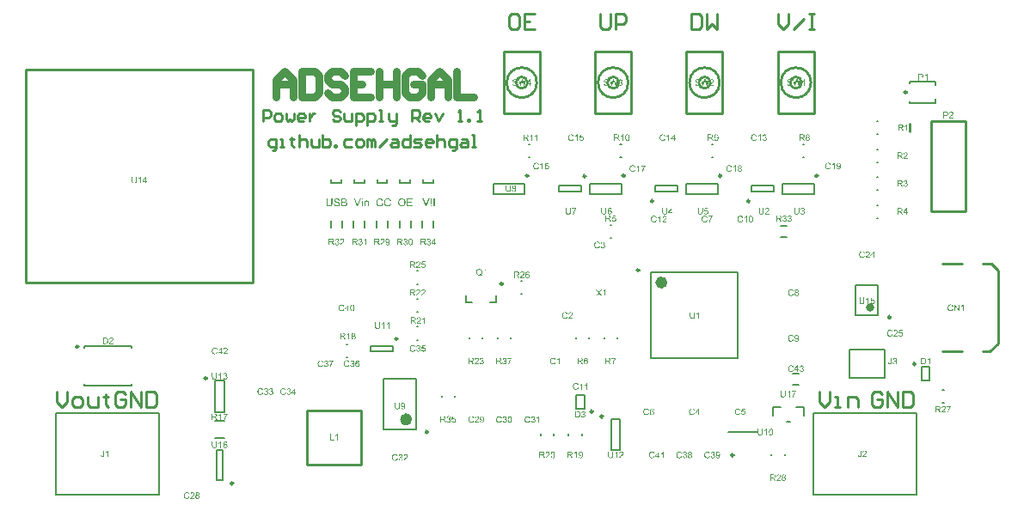
<source format=gbr>
%TF.GenerationSoftware,Altium Limited,Altium Designer,21.0.9 (235)*%
G04 Layer_Color=65535*
%FSLAX45Y45*%
%MOMM*%
%TF.SameCoordinates,23D9C264-9E25-4532-ABEF-1D24AEF7D3CB*%
%TF.FilePolarity,Positive*%
%TF.FileFunction,Legend,Top*%
%TF.Part,Single*%
G01*
G75*
%TA.AperFunction,NonConductor*%
%ADD57C,0.25400*%
%ADD82C,0.20000*%
%ADD99C,0.25000*%
%ADD100C,0.40000*%
%ADD101C,0.60000*%
%ADD102C,0.15000*%
%ADD103C,0.76200*%
G36*
X3785078Y3067376D02*
X3775643D01*
Y3078143D01*
X3785078D01*
Y3067376D01*
D02*
G37*
G36*
X3531003Y3079364D02*
X3531780D01*
X3533889Y3079142D01*
X3536220Y3078809D01*
X3538662Y3078254D01*
X3541326Y3077588D01*
X3543768Y3076700D01*
X3543879D01*
X3544101Y3076589D01*
X3544434Y3076367D01*
X3544878Y3076145D01*
X3545988Y3075590D01*
X3547431Y3074591D01*
X3549096Y3073481D01*
X3550761Y3072038D01*
X3552315Y3070373D01*
X3553758Y3068486D01*
Y3068375D01*
X3553869Y3068264D01*
X3554091Y3067931D01*
X3554313Y3067598D01*
X3554868Y3066488D01*
X3555534Y3065045D01*
X3556311Y3063269D01*
X3556866Y3061160D01*
X3557421Y3058940D01*
X3557643Y3056498D01*
X3547875Y3055721D01*
Y3055832D01*
Y3056054D01*
X3547764Y3056387D01*
X3547653Y3056942D01*
X3547320Y3058163D01*
X3546876Y3059828D01*
X3546210Y3061604D01*
X3545211Y3063380D01*
X3543990Y3065045D01*
X3542436Y3066599D01*
X3542214Y3066710D01*
X3541659Y3067154D01*
X3540549Y3067820D01*
X3539106Y3068486D01*
X3537219Y3069152D01*
X3534999Y3069818D01*
X3532224Y3070262D01*
X3529116Y3070373D01*
X3527562D01*
X3526896Y3070262D01*
X3526008Y3070151D01*
X3524010Y3069929D01*
X3521790Y3069485D01*
X3519570Y3068930D01*
X3517461Y3068042D01*
X3516573Y3067487D01*
X3515685Y3066932D01*
X3515463Y3066821D01*
X3515019Y3066377D01*
X3514353Y3065600D01*
X3513687Y3064712D01*
X3512910Y3063491D01*
X3512244Y3062159D01*
X3511800Y3060605D01*
X3511578Y3058829D01*
Y3058607D01*
Y3058163D01*
X3511689Y3057386D01*
X3511911Y3056498D01*
X3512244Y3055388D01*
X3512799Y3054278D01*
X3513465Y3053168D01*
X3514464Y3052058D01*
X3514575Y3051947D01*
X3515130Y3051614D01*
X3515574Y3051281D01*
X3516018Y3051059D01*
X3516684Y3050726D01*
X3517461Y3050282D01*
X3518460Y3049949D01*
X3519570Y3049505D01*
X3520791Y3049061D01*
X3522234Y3048506D01*
X3523788Y3048062D01*
X3525564Y3047507D01*
X3527562Y3047063D01*
X3529782Y3046508D01*
X3529893D01*
X3530337Y3046397D01*
X3531003Y3046286D01*
X3531780Y3046064D01*
X3532779Y3045842D01*
X3534000Y3045509D01*
X3535221Y3045176D01*
X3536553Y3044843D01*
X3539439Y3044066D01*
X3542214Y3043289D01*
X3543546Y3042845D01*
X3544767Y3042401D01*
X3545877Y3042068D01*
X3546765Y3041624D01*
X3546876D01*
X3547098Y3041513D01*
X3547431Y3041291D01*
X3547875Y3041069D01*
X3549096Y3040403D01*
X3550539Y3039515D01*
X3552204Y3038294D01*
X3553869Y3036962D01*
X3555423Y3035408D01*
X3556755Y3033743D01*
X3556866Y3033521D01*
X3557310Y3032967D01*
X3557754Y3031968D01*
X3558420Y3030636D01*
X3558975Y3029082D01*
X3559530Y3027195D01*
X3559863Y3025086D01*
X3559974Y3022866D01*
Y3022755D01*
Y3022644D01*
Y3022311D01*
Y3021867D01*
X3559752Y3020646D01*
X3559530Y3019092D01*
X3559086Y3017316D01*
X3558531Y3015429D01*
X3557643Y3013431D01*
X3556422Y3011322D01*
Y3011211D01*
X3556311Y3011100D01*
X3555756Y3010434D01*
X3554979Y3009435D01*
X3553869Y3008325D01*
X3552426Y3006993D01*
X3550650Y3005550D01*
X3548652Y3004218D01*
X3546321Y3002997D01*
X3546210D01*
X3545988Y3002886D01*
X3545655Y3002775D01*
X3545211Y3002553D01*
X3544545Y3002331D01*
X3543768Y3001998D01*
X3541992Y3001554D01*
X3539883Y3000999D01*
X3537330Y3000444D01*
X3534555Y3000111D01*
X3531558Y3000000D01*
X3529782D01*
X3528894Y3000111D01*
X3527895D01*
X3526785Y3000222D01*
X3525453Y3000333D01*
X3522678Y3000777D01*
X3519792Y3001221D01*
X3516906Y3001998D01*
X3514131Y3002997D01*
X3514020D01*
X3513798Y3003108D01*
X3513465Y3003330D01*
X3513021Y3003552D01*
X3511689Y3004218D01*
X3510135Y3005217D01*
X3508360Y3006549D01*
X3506473Y3008103D01*
X3504697Y3009990D01*
X3503032Y3012099D01*
Y3012210D01*
X3502810Y3012432D01*
X3502699Y3012765D01*
X3502366Y3013209D01*
X3502144Y3013764D01*
X3501811Y3014430D01*
X3501034Y3016095D01*
X3500257Y3018204D01*
X3499591Y3020535D01*
X3499147Y3023199D01*
X3498925Y3025974D01*
X3508471Y3026862D01*
Y3026751D01*
Y3026640D01*
X3508582Y3026307D01*
Y3025863D01*
X3508803Y3024864D01*
X3509136Y3023421D01*
X3509580Y3021978D01*
X3510024Y3020313D01*
X3510801Y3018759D01*
X3511578Y3017316D01*
X3511689Y3017205D01*
X3512022Y3016761D01*
X3512577Y3015984D01*
X3513465Y3015207D01*
X3514575Y3014208D01*
X3515796Y3013209D01*
X3517461Y3012210D01*
X3519237Y3011322D01*
X3519348D01*
X3519459Y3011211D01*
X3519792Y3011100D01*
X3520125Y3010989D01*
X3521235Y3010656D01*
X3522678Y3010212D01*
X3524454Y3009768D01*
X3526452Y3009435D01*
X3528672Y3009213D01*
X3531114Y3009102D01*
X3532113D01*
X3533223Y3009213D01*
X3534555Y3009324D01*
X3536109Y3009546D01*
X3537885Y3009768D01*
X3539661Y3010212D01*
X3541326Y3010767D01*
X3541548Y3010878D01*
X3542103Y3011100D01*
X3542880Y3011544D01*
X3543879Y3011988D01*
X3544878Y3012765D01*
X3545988Y3013542D01*
X3547098Y3014430D01*
X3547986Y3015540D01*
X3548097Y3015651D01*
X3548319Y3016095D01*
X3548652Y3016650D01*
X3549096Y3017538D01*
X3549540Y3018426D01*
X3549873Y3019536D01*
X3550095Y3020757D01*
X3550206Y3022089D01*
Y3022200D01*
Y3022755D01*
X3550095Y3023421D01*
X3549984Y3024309D01*
X3549651Y3025197D01*
X3549318Y3026307D01*
X3548763Y3027417D01*
X3547986Y3028416D01*
X3547875Y3028527D01*
X3547542Y3028860D01*
X3547098Y3029304D01*
X3546321Y3029970D01*
X3545433Y3030636D01*
X3544212Y3031413D01*
X3542769Y3032190D01*
X3541104Y3032856D01*
X3540993Y3032967D01*
X3540438Y3033077D01*
X3539550Y3033410D01*
X3538995Y3033521D01*
X3538218Y3033743D01*
X3537441Y3034076D01*
X3536442Y3034298D01*
X3535332Y3034631D01*
X3534000Y3034964D01*
X3532668Y3035297D01*
X3531114Y3035741D01*
X3529338Y3036185D01*
X3527451Y3036629D01*
X3527340D01*
X3527007Y3036740D01*
X3526452Y3036851D01*
X3525786Y3037073D01*
X3524898Y3037295D01*
X3523899Y3037517D01*
X3521679Y3038183D01*
X3519237Y3038960D01*
X3516684Y3039737D01*
X3514464Y3040514D01*
X3513465Y3040958D01*
X3512577Y3041402D01*
X3512466D01*
X3512355Y3041513D01*
X3511689Y3041957D01*
X3510690Y3042512D01*
X3509580Y3043400D01*
X3508249Y3044399D01*
X3506917Y3045620D01*
X3505585Y3047063D01*
X3504475Y3048617D01*
X3504364Y3048839D01*
X3504031Y3049394D01*
X3503587Y3050282D01*
X3503143Y3051392D01*
X3502699Y3052835D01*
X3502255Y3054500D01*
X3501922Y3056276D01*
X3501811Y3058163D01*
Y3058274D01*
Y3058385D01*
Y3058718D01*
Y3059162D01*
X3502033Y3060272D01*
X3502255Y3061715D01*
X3502588Y3063380D01*
X3503143Y3065267D01*
X3503920Y3067154D01*
X3505030Y3069041D01*
Y3069152D01*
X3505141Y3069263D01*
X3505696Y3069929D01*
X3506473Y3070817D01*
X3507472Y3071927D01*
X3508803Y3073148D01*
X3510468Y3074480D01*
X3512466Y3075701D01*
X3514686Y3076811D01*
X3514797D01*
X3515019Y3076922D01*
X3515352Y3077033D01*
X3515796Y3077255D01*
X3516351Y3077477D01*
X3517128Y3077699D01*
X3518793Y3078143D01*
X3520902Y3078587D01*
X3523344Y3079031D01*
X3525897Y3079364D01*
X3528783Y3079475D01*
X3530226D01*
X3531003Y3079364D01*
D02*
G37*
G36*
X4032714D02*
X4033713Y3079253D01*
X4034934Y3079142D01*
X4036155Y3079031D01*
X4037598Y3078698D01*
X4040595Y3078032D01*
X4043925Y3077033D01*
X4045590Y3076367D01*
X4047144Y3075590D01*
X4048698Y3074591D01*
X4050252Y3073592D01*
X4050363Y3073481D01*
X4050585Y3073370D01*
X4051029Y3073037D01*
X4051584Y3072482D01*
X4052139Y3071927D01*
X4052916Y3071150D01*
X4053693Y3070262D01*
X4054581Y3069374D01*
X4055469Y3068264D01*
X4056357Y3066932D01*
X4057356Y3065600D01*
X4058244Y3064157D01*
X4059021Y3062492D01*
X4059909Y3060827D01*
X4060575Y3059051D01*
X4061241Y3057053D01*
X4051251Y3054722D01*
Y3054833D01*
X4051140Y3055055D01*
X4050918Y3055499D01*
X4050696Y3056054D01*
X4050474Y3056720D01*
X4050141Y3057608D01*
X4049253Y3059384D01*
X4048143Y3061382D01*
X4046811Y3063380D01*
X4045146Y3065267D01*
X4043370Y3066932D01*
X4043148Y3067154D01*
X4042482Y3067598D01*
X4041372Y3068153D01*
X4039929Y3068930D01*
X4038042Y3069596D01*
X4035933Y3070262D01*
X4033380Y3070706D01*
X4030605Y3070817D01*
X4029717D01*
X4029162Y3070706D01*
X4028385D01*
X4027497Y3070595D01*
X4025388Y3070262D01*
X4023057Y3069818D01*
X4020615Y3069041D01*
X4018062Y3067931D01*
X4015731Y3066488D01*
X4015620D01*
X4015509Y3066266D01*
X4014732Y3065711D01*
X4013733Y3064823D01*
X4012512Y3063491D01*
X4011069Y3061826D01*
X4009737Y3059939D01*
X4008516Y3057608D01*
X4007407Y3055055D01*
Y3054944D01*
X4007296Y3054722D01*
X4007185Y3054389D01*
X4007074Y3053834D01*
X4006852Y3053168D01*
X4006630Y3052391D01*
X4006297Y3050504D01*
X4005853Y3048284D01*
X4005409Y3045842D01*
X4005187Y3043178D01*
X4005076Y3040292D01*
Y3040181D01*
Y3039848D01*
Y3039293D01*
Y3038627D01*
X4005187Y3037850D01*
Y3036851D01*
X4005298Y3035741D01*
X4005409Y3034520D01*
X4005742Y3031857D01*
X4006297Y3028971D01*
X4006963Y3026085D01*
X4007851Y3023199D01*
Y3023088D01*
X4007962Y3022866D01*
X4008183Y3022533D01*
X4008405Y3021978D01*
X4009071Y3020646D01*
X4010070Y3019092D01*
X4011291Y3017316D01*
X4012845Y3015429D01*
X4014621Y3013764D01*
X4016730Y3012210D01*
X4016841D01*
X4017063Y3012099D01*
X4017396Y3011877D01*
X4017840Y3011655D01*
X4018395Y3011433D01*
X4019061Y3011100D01*
X4020615Y3010434D01*
X4022613Y3009768D01*
X4024833Y3009213D01*
X4027275Y3008769D01*
X4029828Y3008658D01*
X4030605D01*
X4031271Y3008769D01*
X4032048D01*
X4032825Y3008880D01*
X4034823Y3009324D01*
X4037154Y3009879D01*
X4039485Y3010767D01*
X4041927Y3011988D01*
X4043148Y3012654D01*
X4044258Y3013542D01*
X4044369Y3013653D01*
X4044480Y3013764D01*
X4044813Y3014097D01*
X4045257Y3014430D01*
X4045701Y3014985D01*
X4046256Y3015651D01*
X4046922Y3016317D01*
X4047477Y3017205D01*
X4048143Y3018204D01*
X4048920Y3019314D01*
X4049586Y3020424D01*
X4050252Y3021756D01*
X4050807Y3023199D01*
X4051362Y3024753D01*
X4051917Y3026418D01*
X4052361Y3028194D01*
X4062573Y3025641D01*
Y3025530D01*
X4062462Y3025086D01*
X4062240Y3024420D01*
X4061907Y3023532D01*
X4061574Y3022533D01*
X4061130Y3021312D01*
X4060575Y3019980D01*
X4059909Y3018537D01*
X4058355Y3015429D01*
X4056357Y3012321D01*
X4055136Y3010767D01*
X4053915Y3009213D01*
X4052583Y3007881D01*
X4051029Y3006549D01*
X4050918Y3006438D01*
X4050696Y3006216D01*
X4050141Y3005994D01*
X4049586Y3005550D01*
X4048698Y3004995D01*
X4047810Y3004440D01*
X4046589Y3003885D01*
X4045368Y3003330D01*
X4043925Y3002664D01*
X4042371Y3002109D01*
X4040706Y3001554D01*
X4038930Y3000999D01*
X4037043Y3000555D01*
X4035045Y3000333D01*
X4032936Y3000111D01*
X4030716Y3000000D01*
X4029495D01*
X4028607Y3000111D01*
X4027608D01*
X4026387Y3000222D01*
X4025055Y3000444D01*
X4023501Y3000666D01*
X4020282Y3001221D01*
X4016952Y3002109D01*
X4013622Y3003330D01*
X4012068Y3004107D01*
X4010514Y3004995D01*
X4010403Y3005106D01*
X4010181Y3005217D01*
X4009737Y3005550D01*
X4009293Y3005994D01*
X4008627Y3006438D01*
X4007851Y3007104D01*
X4006963Y3007881D01*
X4006075Y3008769D01*
X4005187Y3009768D01*
X4004188Y3010767D01*
X4002190Y3013320D01*
X4000303Y3016317D01*
X3998638Y3019647D01*
Y3019758D01*
X3998416Y3020091D01*
X3998305Y3020646D01*
X3997972Y3021312D01*
X3997750Y3022200D01*
X3997417Y3023310D01*
X3996973Y3024531D01*
X3996640Y3025863D01*
X3996307Y3027306D01*
X3995863Y3028971D01*
X3995308Y3032412D01*
X3994864Y3036296D01*
X3994642Y3040292D01*
Y3040403D01*
Y3040847D01*
Y3041513D01*
X3994753Y3042290D01*
Y3043400D01*
X3994864Y3044510D01*
X3994975Y3045953D01*
X3995197Y3047396D01*
X3995752Y3050615D01*
X3996529Y3054167D01*
X3997639Y3057719D01*
X3999193Y3061160D01*
X3999304Y3061271D01*
X3999415Y3061604D01*
X3999637Y3062048D01*
X4000081Y3062603D01*
X4000525Y3063380D01*
X4001080Y3064268D01*
X4002523Y3066266D01*
X4004410Y3068486D01*
X4006630Y3070706D01*
X4009182Y3072926D01*
X4012179Y3074813D01*
X4012290Y3074924D01*
X4012623Y3075035D01*
X4013067Y3075257D01*
X4013622Y3075590D01*
X4014510Y3075923D01*
X4015398Y3076256D01*
X4016508Y3076700D01*
X4017729Y3077144D01*
X4019061Y3077588D01*
X4020504Y3078032D01*
X4023612Y3078698D01*
X4027164Y3079253D01*
X4030827Y3079475D01*
X4031937D01*
X4032714Y3079364D01*
D02*
G37*
G36*
X3955237D02*
X3956236Y3079253D01*
X3957457Y3079142D01*
X3958678Y3079031D01*
X3960121Y3078698D01*
X3963118Y3078032D01*
X3966448Y3077033D01*
X3968113Y3076367D01*
X3969667Y3075590D01*
X3971221Y3074591D01*
X3972775Y3073592D01*
X3972886Y3073481D01*
X3973108Y3073370D01*
X3973552Y3073037D01*
X3974107Y3072482D01*
X3974662Y3071927D01*
X3975439Y3071150D01*
X3976216Y3070262D01*
X3977104Y3069374D01*
X3977992Y3068264D01*
X3978880Y3066932D01*
X3979879Y3065600D01*
X3980767Y3064157D01*
X3981544Y3062492D01*
X3982432Y3060827D01*
X3983098Y3059051D01*
X3983764Y3057053D01*
X3973774Y3054722D01*
Y3054833D01*
X3973663Y3055055D01*
X3973441Y3055499D01*
X3973219Y3056054D01*
X3972997Y3056720D01*
X3972664Y3057608D01*
X3971776Y3059384D01*
X3970666Y3061382D01*
X3969334Y3063380D01*
X3967669Y3065267D01*
X3965893Y3066932D01*
X3965671Y3067154D01*
X3965005Y3067598D01*
X3963895Y3068153D01*
X3962452Y3068930D01*
X3960565Y3069596D01*
X3958456Y3070262D01*
X3955903Y3070706D01*
X3953128Y3070817D01*
X3952241D01*
X3951686Y3070706D01*
X3950909D01*
X3950021Y3070595D01*
X3947912Y3070262D01*
X3945581Y3069818D01*
X3943139Y3069041D01*
X3940586Y3067931D01*
X3938255Y3066488D01*
X3938144D01*
X3938033Y3066266D01*
X3937256Y3065711D01*
X3936257Y3064823D01*
X3935036Y3063491D01*
X3933593Y3061826D01*
X3932261Y3059939D01*
X3931040Y3057608D01*
X3929930Y3055055D01*
Y3054944D01*
X3929819Y3054722D01*
X3929708Y3054389D01*
X3929597Y3053834D01*
X3929375Y3053168D01*
X3929153Y3052391D01*
X3928820Y3050504D01*
X3928376Y3048284D01*
X3927932Y3045842D01*
X3927710Y3043178D01*
X3927599Y3040292D01*
Y3040181D01*
Y3039848D01*
Y3039293D01*
Y3038627D01*
X3927710Y3037850D01*
Y3036851D01*
X3927821Y3035741D01*
X3927932Y3034520D01*
X3928265Y3031857D01*
X3928820Y3028971D01*
X3929486Y3026085D01*
X3930374Y3023199D01*
Y3023088D01*
X3930485Y3022866D01*
X3930707Y3022533D01*
X3930929Y3021978D01*
X3931595Y3020646D01*
X3932594Y3019092D01*
X3933815Y3017316D01*
X3935369Y3015429D01*
X3937145Y3013764D01*
X3939254Y3012210D01*
X3939365D01*
X3939587Y3012099D01*
X3939920Y3011877D01*
X3940364Y3011655D01*
X3940919Y3011433D01*
X3941585Y3011100D01*
X3943139Y3010434D01*
X3945137Y3009768D01*
X3947357Y3009213D01*
X3949799Y3008769D01*
X3952352Y3008658D01*
X3953128D01*
X3953794Y3008769D01*
X3954571D01*
X3955348Y3008880D01*
X3957346Y3009324D01*
X3959677Y3009879D01*
X3962008Y3010767D01*
X3964450Y3011988D01*
X3965671Y3012654D01*
X3966781Y3013542D01*
X3966892Y3013653D01*
X3967003Y3013764D01*
X3967336Y3014097D01*
X3967780Y3014430D01*
X3968224Y3014985D01*
X3968779Y3015651D01*
X3969445Y3016317D01*
X3970000Y3017205D01*
X3970666Y3018204D01*
X3971443Y3019314D01*
X3972109Y3020424D01*
X3972775Y3021756D01*
X3973330Y3023199D01*
X3973885Y3024753D01*
X3974440Y3026418D01*
X3974884Y3028194D01*
X3985096Y3025641D01*
Y3025530D01*
X3984985Y3025086D01*
X3984763Y3024420D01*
X3984430Y3023532D01*
X3984097Y3022533D01*
X3983653Y3021312D01*
X3983098Y3019980D01*
X3982432Y3018537D01*
X3980878Y3015429D01*
X3978880Y3012321D01*
X3977659Y3010767D01*
X3976438Y3009213D01*
X3975106Y3007881D01*
X3973552Y3006549D01*
X3973441Y3006438D01*
X3973219Y3006216D01*
X3972664Y3005994D01*
X3972109Y3005550D01*
X3971221Y3004995D01*
X3970333Y3004440D01*
X3969112Y3003885D01*
X3967891Y3003330D01*
X3966448Y3002664D01*
X3964894Y3002109D01*
X3963229Y3001554D01*
X3961453Y3000999D01*
X3959566Y3000555D01*
X3957568Y3000333D01*
X3955459Y3000111D01*
X3953239Y3000000D01*
X3952019D01*
X3951131Y3000111D01*
X3950132D01*
X3948911Y3000222D01*
X3947579Y3000444D01*
X3946025Y3000666D01*
X3942806Y3001221D01*
X3939476Y3002109D01*
X3936146Y3003330D01*
X3934592Y3004107D01*
X3933038Y3004995D01*
X3932927Y3005106D01*
X3932705Y3005217D01*
X3932261Y3005550D01*
X3931817Y3005994D01*
X3931151Y3006438D01*
X3930374Y3007104D01*
X3929486Y3007881D01*
X3928598Y3008769D01*
X3927710Y3009768D01*
X3926711Y3010767D01*
X3924713Y3013320D01*
X3922826Y3016317D01*
X3921161Y3019647D01*
Y3019758D01*
X3920939Y3020091D01*
X3920828Y3020646D01*
X3920495Y3021312D01*
X3920273Y3022200D01*
X3919940Y3023310D01*
X3919496Y3024531D01*
X3919163Y3025863D01*
X3918830Y3027306D01*
X3918386Y3028971D01*
X3917831Y3032412D01*
X3917387Y3036296D01*
X3917165Y3040292D01*
Y3040403D01*
Y3040847D01*
Y3041513D01*
X3917276Y3042290D01*
Y3043400D01*
X3917387Y3044510D01*
X3917498Y3045953D01*
X3917720Y3047396D01*
X3918275Y3050615D01*
X3919052Y3054167D01*
X3920162Y3057719D01*
X3921716Y3061160D01*
X3921827Y3061271D01*
X3921938Y3061604D01*
X3922160Y3062048D01*
X3922604Y3062603D01*
X3923048Y3063380D01*
X3923603Y3064268D01*
X3925046Y3066266D01*
X3926933Y3068486D01*
X3929153Y3070706D01*
X3931706Y3072926D01*
X3934703Y3074813D01*
X3934814Y3074924D01*
X3935147Y3075035D01*
X3935591Y3075257D01*
X3936146Y3075590D01*
X3937034Y3075923D01*
X3937922Y3076256D01*
X3939032Y3076700D01*
X3940253Y3077144D01*
X3941585Y3077588D01*
X3943028Y3078032D01*
X3946136Y3078698D01*
X3949688Y3079253D01*
X3953350Y3079475D01*
X3954460D01*
X3955237Y3079364D01*
D02*
G37*
G36*
X3827368Y3058163D02*
X3828589Y3058052D01*
X3830032Y3057830D01*
X3831586Y3057497D01*
X3833251Y3057053D01*
X3834805Y3056387D01*
X3835027Y3056276D01*
X3835471Y3056054D01*
X3836248Y3055721D01*
X3837136Y3055166D01*
X3838246Y3054500D01*
X3839245Y3053612D01*
X3840244Y3052724D01*
X3841132Y3051614D01*
X3841243Y3051503D01*
X3841465Y3051059D01*
X3841797Y3050504D01*
X3842352Y3049727D01*
X3842796Y3048617D01*
X3843240Y3047507D01*
X3843795Y3046175D01*
X3844128Y3044732D01*
Y3044621D01*
X3844239Y3044177D01*
X3844350Y3043511D01*
X3844461Y3042623D01*
Y3041291D01*
X3844572Y3039737D01*
X3844683Y3037850D01*
Y3035519D01*
Y3001332D01*
X3835249D01*
Y3035075D01*
Y3035186D01*
Y3035297D01*
Y3036074D01*
Y3037073D01*
X3835138Y3038294D01*
X3835027Y3039737D01*
X3834805Y3041180D01*
X3834472Y3042512D01*
X3834139Y3043733D01*
Y3043844D01*
X3833917Y3044177D01*
X3833584Y3044732D01*
X3833251Y3045398D01*
X3832696Y3046064D01*
X3832030Y3046841D01*
X3831142Y3047618D01*
X3830143Y3048284D01*
X3830032Y3048395D01*
X3829699Y3048617D01*
X3829033Y3048839D01*
X3828256Y3049172D01*
X3827368Y3049505D01*
X3826258Y3049838D01*
X3824926Y3049949D01*
X3823594Y3050060D01*
X3823039D01*
X3822595Y3049949D01*
X3821485Y3049838D01*
X3820042Y3049616D01*
X3818488Y3049061D01*
X3816712Y3048395D01*
X3814936Y3047507D01*
X3813271Y3046175D01*
X3813049Y3045953D01*
X3812605Y3045398D01*
X3812272Y3044954D01*
X3811939Y3044399D01*
X3811495Y3043733D01*
X3811162Y3042956D01*
X3810718Y3042068D01*
X3810274Y3040958D01*
X3809941Y3039737D01*
X3809608Y3038405D01*
X3809386Y3036962D01*
X3809164Y3035408D01*
X3808942Y3033521D01*
Y3031635D01*
Y3001332D01*
X3799507D01*
Y3057053D01*
X3807943D01*
Y3049061D01*
X3808054Y3049172D01*
X3808276Y3049505D01*
X3808609Y3049949D01*
X3809053Y3050504D01*
X3809719Y3051170D01*
X3810496Y3051947D01*
X3811384Y3052835D01*
X3812494Y3053723D01*
X3813604Y3054500D01*
X3814936Y3055388D01*
X3816379Y3056165D01*
X3817933Y3056831D01*
X3819709Y3057386D01*
X3821485Y3057830D01*
X3823483Y3058163D01*
X3825592Y3058274D01*
X3826480D01*
X3827368Y3058163D01*
D02*
G37*
G36*
X4463608Y3061049D02*
X4460833Y3020424D01*
X4454839D01*
X4451954Y3061049D01*
Y3078143D01*
X4463608D01*
Y3061049D01*
D02*
G37*
G36*
X4411883Y3001332D02*
X4401227D01*
X4371480Y3078143D01*
X4382580D01*
X4402559Y3022311D01*
Y3022200D01*
X4402670Y3021978D01*
X4402781Y3021645D01*
X4403003Y3021201D01*
X4403114Y3020535D01*
X4403336Y3019869D01*
X4403891Y3018204D01*
X4404557Y3016317D01*
X4405223Y3014208D01*
X4406555Y3009768D01*
Y3009879D01*
X4406666Y3010101D01*
X4406777Y3010434D01*
X4406888Y3010878D01*
X4407221Y3012099D01*
X4407776Y3013764D01*
X4408331Y3015651D01*
X4408997Y3017760D01*
X4409774Y3019980D01*
X4410662Y3022311D01*
X4431530Y3078143D01*
X4441853D01*
X4411883Y3001332D01*
D02*
G37*
G36*
X3737681D02*
X3727026D01*
X3697278Y3078143D01*
X3708378D01*
X3728358Y3022311D01*
Y3022200D01*
X3728469Y3021978D01*
X3728580Y3021645D01*
X3728802Y3021201D01*
X3728913Y3020535D01*
X3729135Y3019869D01*
X3729690Y3018204D01*
X3730356Y3016317D01*
X3731021Y3014208D01*
X3732353Y3009768D01*
Y3009879D01*
X3732464Y3010101D01*
X3732575Y3010434D01*
X3732686Y3010878D01*
X3733019Y3012099D01*
X3733574Y3013764D01*
X3734129Y3015651D01*
X3734795Y3017760D01*
X3735572Y3019980D01*
X3736460Y3022311D01*
X3757328Y3078143D01*
X3767651D01*
X3737681Y3001332D01*
D02*
G37*
G36*
X3485383Y3033743D02*
Y3033632D01*
Y3033188D01*
Y3032634D01*
Y3031857D01*
X3485272Y3030858D01*
Y3029748D01*
X3485161Y3028416D01*
X3485050Y3027084D01*
X3484717Y3024087D01*
X3484273Y3020979D01*
X3483607Y3017982D01*
X3483163Y3016539D01*
X3482719Y3015207D01*
Y3015096D01*
X3482608Y3014874D01*
X3482386Y3014541D01*
X3482164Y3014097D01*
X3481498Y3012876D01*
X3480499Y3011322D01*
X3479167Y3009546D01*
X3477613Y3007770D01*
X3475615Y3005883D01*
X3473173Y3004218D01*
X3473062D01*
X3472840Y3003996D01*
X3472507Y3003885D01*
X3471952Y3003552D01*
X3471286Y3003219D01*
X3470398Y3002886D01*
X3469510Y3002553D01*
X3468400Y3002109D01*
X3467179Y3001665D01*
X3465847Y3001332D01*
X3464404Y3000999D01*
X3462739Y3000666D01*
X3461074Y3000444D01*
X3459298Y3000222D01*
X3455302Y3000000D01*
X3454303D01*
X3453526Y3000111D01*
X3452639D01*
X3451529Y3000222D01*
X3450308Y3000333D01*
X3449087Y3000444D01*
X3446312Y3000888D01*
X3443315Y3001554D01*
X3440429Y3002442D01*
X3437654Y3003663D01*
X3437543D01*
X3437321Y3003885D01*
X3436988Y3004107D01*
X3436544Y3004329D01*
X3435323Y3005217D01*
X3433880Y3006438D01*
X3432215Y3007992D01*
X3430661Y3009768D01*
X3429107Y3011988D01*
X3427886Y3014430D01*
Y3014541D01*
X3427775Y3014763D01*
X3427664Y3015207D01*
X3427442Y3015762D01*
X3427220Y3016428D01*
X3426998Y3017316D01*
X3426665Y3018315D01*
X3426443Y3019536D01*
X3426221Y3020868D01*
X3425888Y3022311D01*
X3425666Y3023865D01*
X3425444Y3025530D01*
X3425222Y3027417D01*
X3425111Y3029415D01*
X3425000Y3031524D01*
Y3033743D01*
Y3078143D01*
X3435212D01*
Y3033743D01*
Y3033632D01*
Y3033299D01*
Y3032745D01*
Y3032079D01*
X3435323Y3031302D01*
Y3030303D01*
X3435434Y3028194D01*
X3435656Y3025752D01*
X3435989Y3023310D01*
X3436433Y3020979D01*
X3436655Y3019980D01*
X3436988Y3018981D01*
X3437099Y3018759D01*
X3437321Y3018204D01*
X3437876Y3017427D01*
X3438542Y3016317D01*
X3439319Y3015207D01*
X3440429Y3013986D01*
X3441761Y3012765D01*
X3443315Y3011766D01*
X3443537Y3011655D01*
X3444092Y3011322D01*
X3445091Y3010989D01*
X3446423Y3010545D01*
X3447977Y3009990D01*
X3449975Y3009657D01*
X3452084Y3009324D01*
X3454414Y3009213D01*
X3455524D01*
X3456190Y3009324D01*
X3457189D01*
X3458188Y3009435D01*
X3460630Y3009879D01*
X3463294Y3010434D01*
X3465847Y3011322D01*
X3468289Y3012543D01*
X3469399Y3013320D01*
X3470398Y3014208D01*
X3470509Y3014319D01*
X3470620Y3014430D01*
X3470842Y3014763D01*
X3471175Y3015207D01*
X3471508Y3015873D01*
X3471952Y3016539D01*
X3472396Y3017538D01*
X3472840Y3018537D01*
X3473284Y3019758D01*
X3473617Y3021201D01*
X3474061Y3022866D01*
X3474394Y3024642D01*
X3474727Y3026640D01*
X3474949Y3028749D01*
X3475171Y3031191D01*
Y3033743D01*
Y3078143D01*
X3485383D01*
Y3033743D01*
D02*
G37*
G36*
X4492801Y3001332D02*
X4482589D01*
Y3078143D01*
X4492801D01*
Y3001332D01*
D02*
G37*
G36*
X4463164D02*
X4452397D01*
Y3012099D01*
X4463164D01*
Y3001332D01*
D02*
G37*
G36*
X4274024Y3069041D02*
X4228626D01*
Y3045620D01*
X4271138D01*
Y3036518D01*
X4228626D01*
Y3010434D01*
X4275800D01*
Y3001332D01*
X4218414D01*
Y3078143D01*
X4274024D01*
Y3069041D01*
D02*
G37*
G36*
X3785078Y3001332D02*
X3775643D01*
Y3057053D01*
X3785078D01*
Y3001332D01*
D02*
G37*
G36*
X3604484Y3078032D02*
X3605372D01*
X3607370Y3077810D01*
X3609590Y3077588D01*
X3611921Y3077144D01*
X3614252Y3076589D01*
X3616361Y3075812D01*
X3616472D01*
X3616583Y3075701D01*
X3617249Y3075368D01*
X3618248Y3074813D01*
X3619358Y3074036D01*
X3620689Y3073037D01*
X3622132Y3071816D01*
X3623464Y3070262D01*
X3624685Y3068597D01*
X3624796Y3068375D01*
X3625129Y3067709D01*
X3625684Y3066821D01*
X3626239Y3065489D01*
X3626794Y3063935D01*
X3627349Y3062270D01*
X3627682Y3060383D01*
X3627793Y3058496D01*
Y3058274D01*
Y3057719D01*
X3627682Y3056720D01*
X3627460Y3055499D01*
X3627127Y3054056D01*
X3626572Y3052502D01*
X3625906Y3050948D01*
X3625018Y3049283D01*
X3624907Y3049061D01*
X3624574Y3048617D01*
X3623908Y3047729D01*
X3623020Y3046841D01*
X3621910Y3045731D01*
X3620578Y3044510D01*
X3618914Y3043400D01*
X3617027Y3042290D01*
X3617138D01*
X3617360Y3042179D01*
X3617693Y3042068D01*
X3618137Y3041846D01*
X3619469Y3041402D01*
X3621022Y3040625D01*
X3622687Y3039626D01*
X3624574Y3038405D01*
X3626239Y3036962D01*
X3627793Y3035186D01*
X3627904Y3034964D01*
X3628348Y3034298D01*
X3629014Y3033299D01*
X3629680Y3031968D01*
X3630346Y3030192D01*
X3631012Y3028305D01*
X3631456Y3026085D01*
X3631567Y3023643D01*
Y3023532D01*
Y3023421D01*
Y3022755D01*
X3631456Y3021645D01*
X3631234Y3020313D01*
X3631012Y3018759D01*
X3630568Y3017094D01*
X3630013Y3015318D01*
X3629236Y3013542D01*
X3629125Y3013320D01*
X3628792Y3012765D01*
X3628348Y3011988D01*
X3627682Y3010878D01*
X3626794Y3009768D01*
X3625906Y3008547D01*
X3624796Y3007326D01*
X3623575Y3006327D01*
X3623464Y3006216D01*
X3623020Y3005883D01*
X3622243Y3005439D01*
X3621244Y3004995D01*
X3620023Y3004329D01*
X3618581Y3003663D01*
X3617027Y3003108D01*
X3615140Y3002553D01*
X3614918D01*
X3614252Y3002331D01*
X3613142Y3002220D01*
X3611699Y3001998D01*
X3609923Y3001776D01*
X3607814Y3001554D01*
X3605483Y3001443D01*
X3602819Y3001332D01*
X3573515D01*
Y3078143D01*
X3603707D01*
X3604484Y3078032D01*
D02*
G37*
G36*
X4170241Y3079364D02*
X4171240D01*
X4172239Y3079253D01*
X4173571Y3079031D01*
X4174902Y3078809D01*
X4177788Y3078254D01*
X4181118Y3077366D01*
X4184337Y3076034D01*
X4186002Y3075257D01*
X4187667Y3074369D01*
X4187778Y3074258D01*
X4188000Y3074147D01*
X4188444Y3073814D01*
X4189110Y3073481D01*
X4189776Y3072926D01*
X4190664Y3072260D01*
X4192551Y3070706D01*
X4194549Y3068708D01*
X4196769Y3066266D01*
X4198878Y3063380D01*
X4200654Y3060161D01*
Y3060050D01*
X4200876Y3059717D01*
X4201098Y3059273D01*
X4201320Y3058607D01*
X4201764Y3057719D01*
X4202097Y3056720D01*
X4202541Y3055499D01*
X4202985Y3054167D01*
X4203318Y3052724D01*
X4203762Y3051170D01*
X4204206Y3049394D01*
X4204539Y3047618D01*
X4204983Y3043733D01*
X4205205Y3039515D01*
Y3039404D01*
Y3038960D01*
Y3038405D01*
X4205094Y3037517D01*
Y3036518D01*
X4204983Y3035297D01*
X4204761Y3033965D01*
X4204650Y3032523D01*
X4204095Y3029304D01*
X4203207Y3025752D01*
X4201986Y3022200D01*
X4201320Y3020424D01*
X4200432Y3018648D01*
Y3018537D01*
X4200210Y3018204D01*
X4199988Y3017760D01*
X4199544Y3017094D01*
X4199100Y3016317D01*
X4198545Y3015540D01*
X4196991Y3013431D01*
X4195104Y3011211D01*
X4192884Y3008880D01*
X4190220Y3006660D01*
X4187112Y3004662D01*
X4187001D01*
X4186779Y3004440D01*
X4186224Y3004218D01*
X4185558Y3003885D01*
X4184781Y3003552D01*
X4183893Y3003219D01*
X4182783Y3002775D01*
X4181562Y3002331D01*
X4180230Y3001887D01*
X4178787Y3001443D01*
X4175568Y3000777D01*
X4172128Y3000222D01*
X4168465Y3000000D01*
X4167355D01*
X4166689Y3000111D01*
X4165690D01*
X4164580Y3000333D01*
X4163359Y3000444D01*
X4161916Y3000666D01*
X4158919Y3001332D01*
X4155700Y3002220D01*
X4152370Y3003552D01*
X4150705Y3004329D01*
X4149040Y3005217D01*
X4148929Y3005328D01*
X4148707Y3005439D01*
X4148263Y3005772D01*
X4147597Y3006216D01*
X4146931Y3006660D01*
X4146154Y3007326D01*
X4144267Y3008991D01*
X4142158Y3010989D01*
X4139938Y3013431D01*
X4137940Y3016206D01*
X4136053Y3019425D01*
Y3019536D01*
X4135831Y3019869D01*
X4135609Y3020313D01*
X4135387Y3020979D01*
X4135054Y3021867D01*
X4134721Y3022866D01*
X4134277Y3023976D01*
X4133944Y3025197D01*
X4133500Y3026640D01*
X4133056Y3028083D01*
X4132390Y3031413D01*
X4131946Y3034853D01*
X4131724Y3038627D01*
Y3038738D01*
Y3038849D01*
Y3039515D01*
X4131835Y3040514D01*
Y3041846D01*
X4132057Y3043400D01*
X4132279Y3045287D01*
X4132612Y3047396D01*
X4133056Y3049616D01*
X4133500Y3051947D01*
X4134166Y3054389D01*
X4135054Y3056831D01*
X4136053Y3059384D01*
X4137163Y3061826D01*
X4138606Y3064268D01*
X4140160Y3066488D01*
X4141936Y3068597D01*
X4142047Y3068708D01*
X4142380Y3069041D01*
X4143046Y3069596D01*
X4143823Y3070262D01*
X4144822Y3071150D01*
X4146043Y3072038D01*
X4147486Y3073037D01*
X4149151Y3074036D01*
X4150927Y3075035D01*
X4152925Y3076034D01*
X4155145Y3076922D01*
X4157476Y3077810D01*
X4160029Y3078476D01*
X4162693Y3079031D01*
X4165468Y3079364D01*
X4168465Y3079475D01*
X4169464D01*
X4170241Y3079364D01*
D02*
G37*
G36*
X8003957Y1433007D02*
X8004789Y1432914D01*
X8005806Y1432822D01*
X8006823Y1432729D01*
X8008025Y1432452D01*
X8010521Y1431897D01*
X8013295Y1431065D01*
X8014682Y1430510D01*
X8015976Y1429863D01*
X8017270Y1429031D01*
X8018565Y1428199D01*
X8018657Y1428107D01*
X8018842Y1428014D01*
X8019212Y1427737D01*
X8019674Y1427275D01*
X8020137Y1426812D01*
X8020784Y1426165D01*
X8021431Y1425425D01*
X8022171Y1424686D01*
X8022910Y1423761D01*
X8023650Y1422652D01*
X8024482Y1421542D01*
X8025222Y1420340D01*
X8025869Y1418953D01*
X8026609Y1417567D01*
X8027163Y1416087D01*
X8027718Y1414423D01*
X8019397Y1412482D01*
Y1412574D01*
X8019305Y1412759D01*
X8019120Y1413129D01*
X8018935Y1413591D01*
X8018750Y1414146D01*
X8018472Y1414885D01*
X8017733Y1416365D01*
X8016808Y1418029D01*
X8015699Y1419693D01*
X8014312Y1421265D01*
X8012833Y1422652D01*
X8012648Y1422837D01*
X8012093Y1423206D01*
X8011168Y1423669D01*
X8009966Y1424316D01*
X8008395Y1424871D01*
X8006638Y1425425D01*
X8004512Y1425795D01*
X8002200Y1425888D01*
X8001461D01*
X8000998Y1425795D01*
X8000351D01*
X7999611Y1425703D01*
X7997855Y1425425D01*
X7995913Y1425056D01*
X7993879Y1424408D01*
X7991753Y1423484D01*
X7989811Y1422282D01*
X7989719D01*
X7989626Y1422097D01*
X7988979Y1421635D01*
X7988147Y1420895D01*
X7987130Y1419786D01*
X7985928Y1418399D01*
X7984818Y1416827D01*
X7983801Y1414885D01*
X7982877Y1412759D01*
Y1412666D01*
X7982784Y1412482D01*
X7982692Y1412204D01*
X7982599Y1411742D01*
X7982415Y1411187D01*
X7982230Y1410540D01*
X7981952Y1408968D01*
X7981582Y1407119D01*
X7981213Y1405085D01*
X7981028Y1402866D01*
X7980935Y1400462D01*
Y1400370D01*
Y1400092D01*
Y1399630D01*
Y1399075D01*
X7981028Y1398428D01*
Y1397596D01*
X7981120Y1396672D01*
X7981213Y1395655D01*
X7981490Y1393436D01*
X7981952Y1391032D01*
X7982507Y1388628D01*
X7983247Y1386224D01*
Y1386132D01*
X7983339Y1385947D01*
X7983524Y1385669D01*
X7983709Y1385207D01*
X7984264Y1384098D01*
X7985096Y1382803D01*
X7986113Y1381324D01*
X7987407Y1379752D01*
X7988886Y1378365D01*
X7990643Y1377071D01*
X7990736D01*
X7990921Y1376978D01*
X7991198Y1376794D01*
X7991568Y1376609D01*
X7992030Y1376424D01*
X7992585Y1376146D01*
X7993879Y1375592D01*
X7995543Y1375037D01*
X7997392Y1374575D01*
X7999426Y1374205D01*
X8001553Y1374112D01*
X8002200D01*
X8002755Y1374205D01*
X8003402D01*
X8004049Y1374297D01*
X8005713Y1374667D01*
X8007655Y1375129D01*
X8009597Y1375869D01*
X8011631Y1376886D01*
X8012648Y1377441D01*
X8013572Y1378180D01*
X8013665Y1378273D01*
X8013757Y1378365D01*
X8014035Y1378643D01*
X8014404Y1378920D01*
X8014774Y1379382D01*
X8015236Y1379937D01*
X8015791Y1380492D01*
X8016253Y1381231D01*
X8016808Y1382064D01*
X8017455Y1382988D01*
X8018010Y1383913D01*
X8018565Y1385022D01*
X8019027Y1386224D01*
X8019489Y1387518D01*
X8019952Y1388905D01*
X8020322Y1390385D01*
X8028827Y1388258D01*
Y1388166D01*
X8028735Y1387796D01*
X8028550Y1387241D01*
X8028273Y1386501D01*
X8027995Y1385669D01*
X8027626Y1384652D01*
X8027163Y1383543D01*
X8026609Y1382341D01*
X8025314Y1379752D01*
X8023650Y1377163D01*
X8022633Y1375869D01*
X8021616Y1374575D01*
X8020506Y1373465D01*
X8019212Y1372356D01*
X8019120Y1372263D01*
X8018935Y1372078D01*
X8018472Y1371893D01*
X8018010Y1371524D01*
X8017270Y1371061D01*
X8016531Y1370599D01*
X8015514Y1370137D01*
X8014497Y1369674D01*
X8013295Y1369120D01*
X8012000Y1368657D01*
X8010614Y1368195D01*
X8009134Y1367733D01*
X8007563Y1367363D01*
X8005898Y1367178D01*
X8004142Y1366993D01*
X8002293Y1366901D01*
X8001276D01*
X8000536Y1366993D01*
X7999704D01*
X7998687Y1367086D01*
X7997577Y1367271D01*
X7996283Y1367455D01*
X7993602Y1367918D01*
X7990828Y1368657D01*
X7988054Y1369674D01*
X7986760Y1370322D01*
X7985466Y1371061D01*
X7985373Y1371154D01*
X7985188Y1371246D01*
X7984818Y1371524D01*
X7984449Y1371893D01*
X7983894Y1372263D01*
X7983247Y1372818D01*
X7982507Y1373465D01*
X7981767Y1374205D01*
X7981028Y1375037D01*
X7980196Y1375869D01*
X7978531Y1377995D01*
X7976960Y1380492D01*
X7975573Y1383265D01*
Y1383358D01*
X7975388Y1383635D01*
X7975295Y1384098D01*
X7975018Y1384652D01*
X7974833Y1385392D01*
X7974556Y1386317D01*
X7974186Y1387334D01*
X7973909Y1388443D01*
X7973631Y1389645D01*
X7973261Y1391032D01*
X7972799Y1393898D01*
X7972429Y1397134D01*
X7972244Y1400462D01*
Y1400555D01*
Y1400925D01*
Y1401479D01*
X7972337Y1402126D01*
Y1403051D01*
X7972429Y1403976D01*
X7972522Y1405178D01*
X7972707Y1406379D01*
X7973169Y1409061D01*
X7973816Y1412019D01*
X7974741Y1414978D01*
X7976035Y1417844D01*
X7976128Y1417936D01*
X7976220Y1418214D01*
X7976405Y1418584D01*
X7976775Y1419046D01*
X7977145Y1419693D01*
X7977607Y1420433D01*
X7978809Y1422097D01*
X7980381Y1423946D01*
X7982230Y1425795D01*
X7984356Y1427644D01*
X7986852Y1429216D01*
X7986945Y1429309D01*
X7987222Y1429401D01*
X7987592Y1429586D01*
X7988054Y1429863D01*
X7988794Y1430141D01*
X7989534Y1430418D01*
X7990458Y1430788D01*
X7991475Y1431158D01*
X7992585Y1431527D01*
X7993787Y1431897D01*
X7996375Y1432452D01*
X7999334Y1432914D01*
X8002385Y1433099D01*
X8003310D01*
X8003957Y1433007D01*
D02*
G37*
G36*
X8107785Y1432175D02*
X8108987Y1431990D01*
X8110466Y1431712D01*
X8112130Y1431250D01*
X8113795Y1430695D01*
X8115459Y1429956D01*
X8115551D01*
X8115644Y1429863D01*
X8116198Y1429586D01*
X8117031Y1429031D01*
X8117955Y1428384D01*
X8119065Y1427459D01*
X8120174Y1426442D01*
X8121283Y1425240D01*
X8122208Y1423854D01*
X8122300Y1423669D01*
X8122578Y1423206D01*
X8122948Y1422374D01*
X8123410Y1421357D01*
X8123872Y1420155D01*
X8124242Y1418769D01*
X8124519Y1417197D01*
X8124612Y1415625D01*
Y1415440D01*
Y1414885D01*
X8124519Y1414146D01*
X8124335Y1413129D01*
X8124057Y1411927D01*
X8123595Y1410632D01*
X8123040Y1409338D01*
X8122300Y1408044D01*
X8122208Y1407859D01*
X8121931Y1407489D01*
X8121376Y1406842D01*
X8120636Y1406102D01*
X8119712Y1405270D01*
X8118602Y1404345D01*
X8117308Y1403513D01*
X8115736Y1402681D01*
X8115829D01*
X8116013Y1402589D01*
X8116291Y1402496D01*
X8116661Y1402404D01*
X8117678Y1402034D01*
X8118972Y1401479D01*
X8120451Y1400740D01*
X8121931Y1399815D01*
X8123318Y1398613D01*
X8124612Y1397226D01*
X8124704Y1397041D01*
X8125074Y1396487D01*
X8125629Y1395562D01*
X8126184Y1394360D01*
X8126738Y1392881D01*
X8127293Y1391124D01*
X8127663Y1389090D01*
X8127755Y1386871D01*
Y1386779D01*
Y1386501D01*
Y1386039D01*
X8127663Y1385484D01*
X8127570Y1384745D01*
X8127386Y1383913D01*
X8127201Y1382988D01*
X8127016Y1381971D01*
X8126276Y1379752D01*
X8125721Y1378550D01*
X8125167Y1377441D01*
X8124427Y1376239D01*
X8123595Y1375037D01*
X8122670Y1373835D01*
X8121561Y1372725D01*
X8121468Y1372633D01*
X8121283Y1372448D01*
X8120914Y1372171D01*
X8120451Y1371801D01*
X8119897Y1371339D01*
X8119157Y1370876D01*
X8118325Y1370322D01*
X8117308Y1369859D01*
X8116291Y1369305D01*
X8115089Y1368750D01*
X8113887Y1368288D01*
X8112500Y1367825D01*
X8111021Y1367455D01*
X8109449Y1367178D01*
X8107877Y1366993D01*
X8106121Y1366901D01*
X8105289D01*
X8104734Y1366993D01*
X8103994Y1367086D01*
X8103162Y1367178D01*
X8102238Y1367363D01*
X8101221Y1367548D01*
X8099002Y1368103D01*
X8096690Y1369027D01*
X8095488Y1369582D01*
X8094379Y1370229D01*
X8093269Y1371061D01*
X8092160Y1371893D01*
X8092067Y1371986D01*
X8091882Y1372171D01*
X8091605Y1372448D01*
X8091328Y1372818D01*
X8090865Y1373280D01*
X8090403Y1373927D01*
X8089848Y1374575D01*
X8089294Y1375407D01*
X8088739Y1376331D01*
X8088184Y1377256D01*
X8087167Y1379475D01*
X8086335Y1382064D01*
X8086058Y1383450D01*
X8085873Y1384930D01*
X8093732Y1385947D01*
Y1385854D01*
X8093824Y1385669D01*
X8093917Y1385299D01*
X8094009Y1384837D01*
X8094101Y1384282D01*
X8094286Y1383635D01*
X8094749Y1382248D01*
X8095396Y1380584D01*
X8096228Y1379012D01*
X8097152Y1377533D01*
X8098262Y1376239D01*
X8098447Y1376146D01*
X8098817Y1375777D01*
X8099556Y1375314D01*
X8100481Y1374852D01*
X8101590Y1374297D01*
X8102977Y1373835D01*
X8104549Y1373465D01*
X8106213Y1373373D01*
X8106768D01*
X8107138Y1373465D01*
X8108155Y1373558D01*
X8109449Y1373835D01*
X8110928Y1374297D01*
X8112500Y1374944D01*
X8114072Y1375869D01*
X8115551Y1377163D01*
X8115736Y1377348D01*
X8116198Y1377903D01*
X8116753Y1378735D01*
X8117493Y1379845D01*
X8118232Y1381231D01*
X8118787Y1382803D01*
X8119249Y1384652D01*
X8119434Y1386686D01*
Y1386779D01*
Y1386964D01*
Y1387241D01*
X8119342Y1387611D01*
X8119249Y1388628D01*
X8118972Y1389830D01*
X8118602Y1391309D01*
X8117955Y1392788D01*
X8117031Y1394268D01*
X8115829Y1395655D01*
X8115644Y1395839D01*
X8115181Y1396209D01*
X8114442Y1396764D01*
X8113425Y1397411D01*
X8112130Y1398058D01*
X8110559Y1398613D01*
X8108802Y1398983D01*
X8106860Y1399168D01*
X8106028D01*
X8105381Y1399075D01*
X8104549Y1398983D01*
X8103624Y1398798D01*
X8102515Y1398613D01*
X8101313Y1398336D01*
X8102238Y1405270D01*
X8102700D01*
X8103070Y1405178D01*
X8104272D01*
X8105289Y1405362D01*
X8106491Y1405547D01*
X8107877Y1405825D01*
X8109449Y1406287D01*
X8110928Y1406934D01*
X8112500Y1407766D01*
X8112593D01*
X8112685Y1407859D01*
X8113147Y1408229D01*
X8113795Y1408876D01*
X8114534Y1409708D01*
X8115274Y1410910D01*
X8115921Y1412297D01*
X8116383Y1413868D01*
X8116568Y1414793D01*
Y1415810D01*
Y1415902D01*
Y1415995D01*
Y1416550D01*
X8116383Y1417289D01*
X8116198Y1418306D01*
X8115829Y1419416D01*
X8115366Y1420618D01*
X8114627Y1421820D01*
X8113610Y1422929D01*
X8113517Y1423022D01*
X8113055Y1423391D01*
X8112408Y1423854D01*
X8111576Y1424408D01*
X8110466Y1424871D01*
X8109172Y1425333D01*
X8107692Y1425703D01*
X8106028Y1425795D01*
X8105289D01*
X8104456Y1425610D01*
X8103347Y1425425D01*
X8102145Y1425056D01*
X8100943Y1424593D01*
X8099649Y1423854D01*
X8098447Y1422929D01*
X8098354Y1422837D01*
X8097985Y1422374D01*
X8097430Y1421727D01*
X8096783Y1420803D01*
X8096135Y1419601D01*
X8095488Y1418121D01*
X8094934Y1416365D01*
X8094564Y1414331D01*
X8086705Y1415718D01*
Y1415810D01*
X8086797Y1416087D01*
X8086890Y1416457D01*
X8086982Y1417012D01*
X8087167Y1417659D01*
X8087445Y1418399D01*
X8087999Y1420155D01*
X8088924Y1422189D01*
X8090033Y1424223D01*
X8091420Y1426165D01*
X8093177Y1427922D01*
X8093269Y1428014D01*
X8093454Y1428107D01*
X8093732Y1428292D01*
X8094101Y1428569D01*
X8094564Y1428939D01*
X8095211Y1429309D01*
X8095858Y1429678D01*
X8096690Y1430141D01*
X8098539Y1430880D01*
X8100666Y1431620D01*
X8103162Y1432082D01*
X8104456Y1432267D01*
X8106768D01*
X8107785Y1432175D01*
D02*
G37*
G36*
X8069046Y1390569D02*
X8077737D01*
Y1383358D01*
X8069046D01*
Y1368010D01*
X8061187D01*
Y1383358D01*
X8033358D01*
Y1390569D01*
X8062666Y1431990D01*
X8069046D01*
Y1390569D01*
D02*
G37*
G36*
X5181749Y1507590D02*
X5182951Y1507405D01*
X5184431Y1507128D01*
X5186095Y1506666D01*
X5187759Y1506111D01*
X5189423Y1505371D01*
X5189516D01*
X5189608Y1505279D01*
X5190163Y1505002D01*
X5190995Y1504447D01*
X5191920Y1503800D01*
X5193029Y1502875D01*
X5194138Y1501858D01*
X5195248Y1500656D01*
X5196172Y1499269D01*
X5196265Y1499084D01*
X5196542Y1498622D01*
X5196912Y1497790D01*
X5197374Y1496773D01*
X5197837Y1495571D01*
X5198207Y1494184D01*
X5198484Y1492612D01*
X5198576Y1491041D01*
Y1490856D01*
Y1490301D01*
X5198484Y1489561D01*
X5198299Y1488544D01*
X5198022Y1487342D01*
X5197559Y1486048D01*
X5197005Y1484754D01*
X5196265Y1483459D01*
X5196172Y1483274D01*
X5195895Y1482905D01*
X5195340Y1482257D01*
X5194601Y1481518D01*
X5193676Y1480686D01*
X5192567Y1479761D01*
X5191272Y1478929D01*
X5189701Y1478097D01*
X5189793D01*
X5189978Y1478004D01*
X5190255Y1477912D01*
X5190625Y1477819D01*
X5191642Y1477450D01*
X5192937Y1476895D01*
X5194416Y1476155D01*
X5195895Y1475231D01*
X5197282Y1474029D01*
X5198576Y1472642D01*
X5198669Y1472457D01*
X5199039Y1471902D01*
X5199593Y1470978D01*
X5200148Y1469776D01*
X5200703Y1468297D01*
X5201258Y1466540D01*
X5201627Y1464506D01*
X5201720Y1462287D01*
Y1462194D01*
Y1461917D01*
Y1461455D01*
X5201627Y1460900D01*
X5201535Y1460160D01*
X5201350Y1459328D01*
X5201165Y1458404D01*
X5200980Y1457387D01*
X5200241Y1455168D01*
X5199686Y1453966D01*
X5199131Y1452856D01*
X5198391Y1451654D01*
X5197559Y1450453D01*
X5196635Y1449251D01*
X5195525Y1448141D01*
X5195433Y1448049D01*
X5195248Y1447864D01*
X5194878Y1447586D01*
X5194416Y1447217D01*
X5193861Y1446754D01*
X5193121Y1446292D01*
X5192289Y1445737D01*
X5191272Y1445275D01*
X5190255Y1444720D01*
X5189053Y1444166D01*
X5187851Y1443703D01*
X5186465Y1443241D01*
X5184985Y1442871D01*
X5183414Y1442594D01*
X5181842Y1442409D01*
X5180085Y1442316D01*
X5179253D01*
X5178698Y1442409D01*
X5177959Y1442501D01*
X5177127Y1442594D01*
X5176202Y1442779D01*
X5175185Y1442964D01*
X5172966Y1443518D01*
X5170655Y1444443D01*
X5169453Y1444998D01*
X5168343Y1445645D01*
X5167234Y1446477D01*
X5166124Y1447309D01*
X5166032Y1447401D01*
X5165847Y1447586D01*
X5165570Y1447864D01*
X5165292Y1448234D01*
X5164830Y1448696D01*
X5164368Y1449343D01*
X5163813Y1449990D01*
X5163258Y1450822D01*
X5162703Y1451747D01*
X5162149Y1452671D01*
X5161132Y1454890D01*
X5160300Y1457479D01*
X5160022Y1458866D01*
X5159837Y1460345D01*
X5167696Y1461362D01*
Y1461270D01*
X5167788Y1461085D01*
X5167881Y1460715D01*
X5167973Y1460253D01*
X5168066Y1459698D01*
X5168251Y1459051D01*
X5168713Y1457664D01*
X5169360Y1456000D01*
X5170192Y1454428D01*
X5171117Y1452949D01*
X5172226Y1451654D01*
X5172411Y1451562D01*
X5172781Y1451192D01*
X5173521Y1450730D01*
X5174445Y1450268D01*
X5175555Y1449713D01*
X5176942Y1449251D01*
X5178513Y1448881D01*
X5180178Y1448788D01*
X5180732D01*
X5181102Y1448881D01*
X5182119Y1448973D01*
X5183414Y1449251D01*
X5184893Y1449713D01*
X5186465Y1450360D01*
X5188036Y1451285D01*
X5189516Y1452579D01*
X5189701Y1452764D01*
X5190163Y1453319D01*
X5190718Y1454151D01*
X5191457Y1455260D01*
X5192197Y1456647D01*
X5192752Y1458219D01*
X5193214Y1460068D01*
X5193399Y1462102D01*
Y1462194D01*
Y1462379D01*
Y1462657D01*
X5193306Y1463027D01*
X5193214Y1464044D01*
X5192937Y1465245D01*
X5192567Y1466725D01*
X5191920Y1468204D01*
X5190995Y1469683D01*
X5189793Y1471070D01*
X5189608Y1471255D01*
X5189146Y1471625D01*
X5188406Y1472180D01*
X5187389Y1472827D01*
X5186095Y1473474D01*
X5184523Y1474029D01*
X5182766Y1474399D01*
X5180825Y1474584D01*
X5179993D01*
X5179345Y1474491D01*
X5178513Y1474399D01*
X5177589Y1474214D01*
X5176479Y1474029D01*
X5175277Y1473751D01*
X5176202Y1480686D01*
X5176664D01*
X5177034Y1480593D01*
X5178236D01*
X5179253Y1480778D01*
X5180455Y1480963D01*
X5181842Y1481240D01*
X5183414Y1481703D01*
X5184893Y1482350D01*
X5186465Y1483182D01*
X5186557D01*
X5186650Y1483274D01*
X5187112Y1483644D01*
X5187759Y1484291D01*
X5188499Y1485124D01*
X5189238Y1486325D01*
X5189885Y1487712D01*
X5190348Y1489284D01*
X5190533Y1490209D01*
Y1491226D01*
Y1491318D01*
Y1491411D01*
Y1491965D01*
X5190348Y1492705D01*
X5190163Y1493722D01*
X5189793Y1494831D01*
X5189331Y1496033D01*
X5188591Y1497235D01*
X5187574Y1498345D01*
X5187482Y1498437D01*
X5187019Y1498807D01*
X5186372Y1499269D01*
X5185540Y1499824D01*
X5184431Y1500286D01*
X5183136Y1500749D01*
X5181657Y1501118D01*
X5179993Y1501211D01*
X5179253D01*
X5178421Y1501026D01*
X5177311Y1500841D01*
X5176110Y1500471D01*
X5174908Y1500009D01*
X5173613Y1499269D01*
X5172411Y1498345D01*
X5172319Y1498252D01*
X5171949Y1497790D01*
X5171394Y1497143D01*
X5170747Y1496218D01*
X5170100Y1495016D01*
X5169453Y1493537D01*
X5168898Y1491780D01*
X5168528Y1489746D01*
X5160669Y1491133D01*
Y1491226D01*
X5160762Y1491503D01*
X5160854Y1491873D01*
X5160947Y1492428D01*
X5161132Y1493075D01*
X5161409Y1493814D01*
X5161964Y1495571D01*
X5162888Y1497605D01*
X5163998Y1499639D01*
X5165385Y1501581D01*
X5167141Y1503337D01*
X5167234Y1503430D01*
X5167419Y1503522D01*
X5167696Y1503707D01*
X5168066Y1503985D01*
X5168528Y1504354D01*
X5169175Y1504724D01*
X5169823Y1505094D01*
X5170655Y1505556D01*
X5172504Y1506296D01*
X5174630Y1507036D01*
X5177127Y1507498D01*
X5178421Y1507683D01*
X5180732D01*
X5181749Y1507590D01*
D02*
G37*
G36*
X5251461Y1500379D02*
X5251369Y1500286D01*
X5251184Y1500101D01*
X5250814Y1499732D01*
X5250444Y1499177D01*
X5249889Y1498530D01*
X5249150Y1497790D01*
X5248410Y1496865D01*
X5247578Y1495756D01*
X5246746Y1494646D01*
X5245729Y1493352D01*
X5244712Y1491873D01*
X5243695Y1490394D01*
X5242585Y1488729D01*
X5241476Y1486973D01*
X5240366Y1485031D01*
X5239257Y1483089D01*
X5239165Y1482997D01*
X5238980Y1482627D01*
X5238702Y1482072D01*
X5238240Y1481240D01*
X5237778Y1480223D01*
X5237223Y1479114D01*
X5236576Y1477819D01*
X5235929Y1476340D01*
X5235189Y1474676D01*
X5234357Y1473012D01*
X5233617Y1471163D01*
X5232878Y1469221D01*
X5231398Y1465245D01*
X5230011Y1460993D01*
Y1460900D01*
X5229919Y1460623D01*
X5229826Y1460160D01*
X5229642Y1459606D01*
X5229457Y1458866D01*
X5229272Y1457941D01*
X5228994Y1456924D01*
X5228809Y1455815D01*
X5228532Y1454521D01*
X5228255Y1453134D01*
X5227792Y1450175D01*
X5227330Y1446939D01*
X5227053Y1443426D01*
X5219009D01*
Y1443518D01*
Y1443796D01*
Y1444166D01*
X5219102Y1444720D01*
Y1445460D01*
X5219194Y1446384D01*
X5219286Y1447401D01*
X5219379Y1448511D01*
X5219564Y1449805D01*
X5219749Y1451100D01*
X5220026Y1452671D01*
X5220304Y1454243D01*
X5220581Y1455907D01*
X5220951Y1457757D01*
X5221875Y1461547D01*
Y1461640D01*
X5221968Y1462010D01*
X5222153Y1462564D01*
X5222430Y1463396D01*
X5222707Y1464321D01*
X5223077Y1465430D01*
X5223447Y1466725D01*
X5224002Y1468112D01*
X5224556Y1469683D01*
X5225111Y1471255D01*
X5226498Y1474768D01*
X5228162Y1478467D01*
X5230011Y1482165D01*
X5230104Y1482257D01*
X5230289Y1482627D01*
X5230566Y1483089D01*
X5230936Y1483829D01*
X5231398Y1484661D01*
X5232045Y1485678D01*
X5232693Y1486788D01*
X5233432Y1487990D01*
X5235189Y1490671D01*
X5237038Y1493445D01*
X5239165Y1496311D01*
X5241383Y1498992D01*
X5210041D01*
Y1506573D01*
X5251461D01*
Y1500379D01*
D02*
G37*
G36*
X5128957Y1507313D02*
X5129789D01*
X5131731Y1507221D01*
X5133765Y1506943D01*
X5135984Y1506666D01*
X5138018Y1506203D01*
X5139035Y1505926D01*
X5139867Y1505649D01*
X5139959D01*
X5140052Y1505556D01*
X5140606Y1505279D01*
X5141439Y1504909D01*
X5142456Y1504262D01*
X5143565Y1503430D01*
X5144767Y1502320D01*
X5145876Y1501026D01*
X5146986Y1499547D01*
Y1499454D01*
X5147078Y1499362D01*
X5147448Y1498807D01*
X5147818Y1497882D01*
X5148373Y1496681D01*
X5148835Y1495294D01*
X5149297Y1493629D01*
X5149575Y1491873D01*
X5149667Y1489931D01*
Y1489839D01*
Y1489654D01*
Y1489284D01*
X5149575Y1488822D01*
Y1488175D01*
X5149482Y1487527D01*
X5149112Y1485956D01*
X5148558Y1484107D01*
X5147818Y1482165D01*
X5146709Y1480223D01*
X5145969Y1479299D01*
X5145229Y1478374D01*
X5145137Y1478282D01*
X5145044Y1478189D01*
X5144767Y1477912D01*
X5144397Y1477635D01*
X5143935Y1477265D01*
X5143380Y1476895D01*
X5142640Y1476433D01*
X5141901Y1475878D01*
X5140976Y1475416D01*
X5139959Y1474953D01*
X5138850Y1474399D01*
X5137648Y1473936D01*
X5136261Y1473567D01*
X5134874Y1473104D01*
X5133302Y1472827D01*
X5131638Y1472550D01*
X5131823Y1472457D01*
X5132193Y1472272D01*
X5132748Y1471902D01*
X5133487Y1471532D01*
X5135152Y1470515D01*
X5135984Y1469868D01*
X5136723Y1469314D01*
X5136908Y1469129D01*
X5137370Y1468666D01*
X5138110Y1467927D01*
X5139035Y1467002D01*
X5140052Y1465708D01*
X5141254Y1464321D01*
X5142456Y1462657D01*
X5143750Y1460808D01*
X5154752Y1443426D01*
X5144212D01*
X5135799Y1456740D01*
Y1456832D01*
X5135614Y1457017D01*
X5135429Y1457294D01*
X5135152Y1457664D01*
X5134504Y1458681D01*
X5133672Y1459975D01*
X5132655Y1461362D01*
X5131638Y1462842D01*
X5130621Y1464228D01*
X5129697Y1465523D01*
X5129604Y1465615D01*
X5129327Y1465985D01*
X5128865Y1466540D01*
X5128217Y1467187D01*
X5126830Y1468574D01*
X5126091Y1469221D01*
X5125351Y1469776D01*
X5125259Y1469868D01*
X5125074Y1469961D01*
X5124704Y1470146D01*
X5124149Y1470423D01*
X5123595Y1470700D01*
X5122947Y1470978D01*
X5121468Y1471440D01*
X5121376D01*
X5121191Y1471532D01*
X5120821D01*
X5120359Y1471625D01*
X5119711Y1471717D01*
X5118972D01*
X5117955Y1471810D01*
X5107045D01*
Y1443426D01*
X5098539D01*
Y1507405D01*
X5128217D01*
X5128957Y1507313D01*
D02*
G37*
G36*
X4631518Y932591D02*
X4632720Y932406D01*
X4634199Y932128D01*
X4635863Y931666D01*
X4637528Y931111D01*
X4639192Y930372D01*
X4639284D01*
X4639377Y930279D01*
X4639932Y930002D01*
X4640764Y929447D01*
X4641688Y928800D01*
X4642798Y927875D01*
X4643907Y926858D01*
X4645017Y925657D01*
X4645941Y924270D01*
X4646034Y924085D01*
X4646311Y923622D01*
X4646681Y922790D01*
X4647143Y921773D01*
X4647605Y920571D01*
X4647975Y919185D01*
X4648253Y917613D01*
X4648345Y916041D01*
Y915856D01*
Y915301D01*
X4648253Y914562D01*
X4648068Y913545D01*
X4647790Y912343D01*
X4647328Y911048D01*
X4646773Y909754D01*
X4646034Y908460D01*
X4645941Y908275D01*
X4645664Y907905D01*
X4645109Y907258D01*
X4644369Y906518D01*
X4643445Y905686D01*
X4642335Y904761D01*
X4641041Y903929D01*
X4639469Y903097D01*
X4639562D01*
X4639747Y903005D01*
X4640024Y902912D01*
X4640394Y902820D01*
X4641411Y902450D01*
X4642705Y901895D01*
X4644185Y901156D01*
X4645664Y900231D01*
X4647051Y899029D01*
X4648345Y897642D01*
X4648437Y897457D01*
X4648807Y896903D01*
X4649362Y895978D01*
X4649917Y894776D01*
X4650472Y893297D01*
X4651026Y891540D01*
X4651396Y889506D01*
X4651489Y887287D01*
Y887195D01*
Y886917D01*
Y886455D01*
X4651396Y885900D01*
X4651304Y885161D01*
X4651119Y884329D01*
X4650934Y883404D01*
X4650749Y882387D01*
X4650009Y880168D01*
X4649455Y878966D01*
X4648900Y877857D01*
X4648160Y876655D01*
X4647328Y875453D01*
X4646403Y874251D01*
X4645294Y873142D01*
X4645202Y873049D01*
X4645017Y872864D01*
X4644647Y872587D01*
X4644185Y872217D01*
X4643630Y871755D01*
X4642890Y871292D01*
X4642058Y870738D01*
X4641041Y870275D01*
X4640024Y869721D01*
X4638822Y869166D01*
X4637620Y868704D01*
X4636233Y868241D01*
X4634754Y867872D01*
X4633182Y867594D01*
X4631610Y867409D01*
X4629854Y867317D01*
X4629022D01*
X4628467Y867409D01*
X4627727Y867502D01*
X4626895Y867594D01*
X4625971Y867779D01*
X4624954Y867964D01*
X4622735Y868519D01*
X4620423Y869443D01*
X4619221Y869998D01*
X4618112Y870645D01*
X4617002Y871477D01*
X4615893Y872309D01*
X4615801Y872402D01*
X4615616Y872587D01*
X4615338Y872864D01*
X4615061Y873234D01*
X4614599Y873696D01*
X4614136Y874343D01*
X4613582Y874991D01*
X4613027Y875823D01*
X4612472Y876747D01*
X4611917Y877672D01*
X4610900Y879891D01*
X4610068Y882480D01*
X4609791Y883866D01*
X4609606Y885346D01*
X4617465Y886363D01*
Y886270D01*
X4617557Y886085D01*
X4617650Y885716D01*
X4617742Y885253D01*
X4617835Y884699D01*
X4618019Y884051D01*
X4618482Y882664D01*
X4619129Y881000D01*
X4619961Y879429D01*
X4620886Y877949D01*
X4621995Y876655D01*
X4622180Y876562D01*
X4622550Y876193D01*
X4623289Y875730D01*
X4624214Y875268D01*
X4625323Y874713D01*
X4626710Y874251D01*
X4628282Y873881D01*
X4629946Y873789D01*
X4630501D01*
X4630871Y873881D01*
X4631888Y873974D01*
X4633182Y874251D01*
X4634662Y874713D01*
X4636233Y875360D01*
X4637805Y876285D01*
X4639284Y877579D01*
X4639469Y877764D01*
X4639932Y878319D01*
X4640486Y879151D01*
X4641226Y880261D01*
X4641966Y881647D01*
X4642520Y883219D01*
X4642983Y885068D01*
X4643167Y887102D01*
Y887195D01*
Y887380D01*
Y887657D01*
X4643075Y888027D01*
X4642983Y889044D01*
X4642705Y890246D01*
X4642335Y891725D01*
X4641688Y893204D01*
X4640764Y894684D01*
X4639562Y896071D01*
X4639377Y896256D01*
X4638915Y896625D01*
X4638175Y897180D01*
X4637158Y897827D01*
X4635863Y898474D01*
X4634292Y899029D01*
X4632535Y899399D01*
X4630593Y899584D01*
X4629761D01*
X4629114Y899491D01*
X4628282Y899399D01*
X4627358Y899214D01*
X4626248Y899029D01*
X4625046Y898752D01*
X4625971Y905686D01*
X4626433D01*
X4626803Y905594D01*
X4628005D01*
X4629022Y905778D01*
X4630224Y905963D01*
X4631610Y906241D01*
X4633182Y906703D01*
X4634662Y907350D01*
X4636233Y908182D01*
X4636326D01*
X4636418Y908275D01*
X4636880Y908645D01*
X4637528Y909292D01*
X4638267Y910124D01*
X4639007Y911326D01*
X4639654Y912713D01*
X4640116Y914284D01*
X4640301Y915209D01*
Y916226D01*
Y916318D01*
Y916411D01*
Y916966D01*
X4640116Y917705D01*
X4639932Y918722D01*
X4639562Y919832D01*
X4639099Y921034D01*
X4638360Y922236D01*
X4637343Y923345D01*
X4637250Y923438D01*
X4636788Y923807D01*
X4636141Y924270D01*
X4635309Y924824D01*
X4634199Y925287D01*
X4632905Y925749D01*
X4631426Y926119D01*
X4629761Y926211D01*
X4629022D01*
X4628190Y926026D01*
X4627080Y925841D01*
X4625878Y925472D01*
X4624676Y925009D01*
X4623382Y924270D01*
X4622180Y923345D01*
X4622088Y923253D01*
X4621718Y922790D01*
X4621163Y922143D01*
X4620516Y921219D01*
X4619869Y920017D01*
X4619221Y918537D01*
X4618667Y916781D01*
X4618297Y914747D01*
X4610438Y916134D01*
Y916226D01*
X4610531Y916503D01*
X4610623Y916873D01*
X4610715Y917428D01*
X4610900Y918075D01*
X4611178Y918815D01*
X4611732Y920571D01*
X4612657Y922605D01*
X4613766Y924640D01*
X4615153Y926581D01*
X4616910Y928338D01*
X4617002Y928430D01*
X4617187Y928523D01*
X4617465Y928708D01*
X4617835Y928985D01*
X4618297Y929355D01*
X4618944Y929725D01*
X4619591Y930094D01*
X4620423Y930557D01*
X4622272Y931296D01*
X4624399Y932036D01*
X4626895Y932498D01*
X4628190Y932683D01*
X4630501D01*
X4631518Y932591D01*
D02*
G37*
G36*
X4698641Y924085D02*
X4673031D01*
X4669610Y906795D01*
X4669702Y906888D01*
X4669887Y906980D01*
X4670165Y907165D01*
X4670627Y907443D01*
X4671182Y907720D01*
X4671829Y908090D01*
X4673308Y908830D01*
X4675157Y909569D01*
X4677191Y910216D01*
X4679410Y910679D01*
X4680520Y910864D01*
X4682554D01*
X4683108Y910771D01*
X4683848Y910679D01*
X4684680Y910586D01*
X4685605Y910401D01*
X4686622Y910124D01*
X4688841Y909477D01*
X4690043Y909014D01*
X4691245Y908367D01*
X4692447Y907720D01*
X4693648Y906980D01*
X4694758Y906056D01*
X4695867Y905039D01*
X4695960Y904946D01*
X4696145Y904761D01*
X4696422Y904484D01*
X4696792Y904022D01*
X4697254Y903375D01*
X4697717Y902727D01*
X4698271Y901895D01*
X4698826Y900971D01*
X4699288Y899954D01*
X4699843Y898844D01*
X4700305Y897550D01*
X4700768Y896256D01*
X4701137Y894869D01*
X4701415Y893297D01*
X4701600Y891725D01*
X4701692Y890061D01*
Y889969D01*
Y889691D01*
Y889229D01*
X4701600Y888582D01*
X4701507Y887842D01*
X4701415Y887010D01*
X4701230Y885993D01*
X4701045Y884976D01*
X4700490Y882572D01*
X4699566Y880076D01*
X4699011Y878781D01*
X4698271Y877579D01*
X4697532Y876285D01*
X4696607Y875083D01*
X4696515Y874991D01*
X4696330Y874713D01*
X4695960Y874343D01*
X4695498Y873881D01*
X4694850Y873326D01*
X4694111Y872587D01*
X4693186Y871940D01*
X4692169Y871200D01*
X4691060Y870460D01*
X4689765Y869813D01*
X4688378Y869166D01*
X4686899Y868519D01*
X4685327Y868056D01*
X4683571Y867687D01*
X4681722Y867409D01*
X4679780Y867317D01*
X4678948D01*
X4678301Y867409D01*
X4677561Y867502D01*
X4676729Y867594D01*
X4675712Y867687D01*
X4674695Y867964D01*
X4672384Y868519D01*
X4670072Y869351D01*
X4668870Y869906D01*
X4667668Y870553D01*
X4666559Y871292D01*
X4665449Y872124D01*
X4665357Y872217D01*
X4665172Y872309D01*
X4664987Y872679D01*
X4664617Y873049D01*
X4664155Y873511D01*
X4663693Y874066D01*
X4663138Y874806D01*
X4662676Y875638D01*
X4662121Y876470D01*
X4661566Y877487D01*
X4660549Y879706D01*
X4659717Y882295D01*
X4659440Y883681D01*
X4659255Y885161D01*
X4667483Y885808D01*
Y885716D01*
Y885531D01*
X4667576Y885253D01*
X4667668Y884791D01*
X4667946Y883774D01*
X4668316Y882387D01*
X4668870Y881000D01*
X4669610Y879429D01*
X4670534Y878042D01*
X4671644Y876747D01*
X4671829Y876655D01*
X4672199Y876285D01*
X4672938Y875823D01*
X4673955Y875268D01*
X4675065Y874713D01*
X4676452Y874251D01*
X4678023Y873881D01*
X4679780Y873789D01*
X4680335D01*
X4680705Y873881D01*
X4681814Y873974D01*
X4683108Y874343D01*
X4684680Y874806D01*
X4686252Y875545D01*
X4687916Y876655D01*
X4688656Y877302D01*
X4689395Y878042D01*
X4689488Y878134D01*
X4689580Y878227D01*
X4689765Y878504D01*
X4690043Y878781D01*
X4690690Y879798D01*
X4691430Y881093D01*
X4692077Y882664D01*
X4692724Y884606D01*
X4693186Y886917D01*
X4693371Y888119D01*
Y889414D01*
Y889506D01*
Y889691D01*
Y890061D01*
X4693279Y890523D01*
Y891078D01*
X4693186Y891725D01*
X4692909Y893204D01*
X4692447Y894961D01*
X4691799Y896718D01*
X4690875Y898382D01*
X4689580Y899954D01*
Y900046D01*
X4689395Y900139D01*
X4688933Y900601D01*
X4688101Y901248D01*
X4686992Y901988D01*
X4685512Y902635D01*
X4683848Y903282D01*
X4681907Y903744D01*
X4680797Y903929D01*
X4679040D01*
X4678301Y903837D01*
X4677376Y903744D01*
X4676267Y903467D01*
X4675157Y903190D01*
X4673955Y902727D01*
X4672753Y902173D01*
X4672661Y902080D01*
X4672291Y901895D01*
X4671736Y901433D01*
X4670997Y900971D01*
X4670257Y900324D01*
X4669517Y899491D01*
X4668685Y898659D01*
X4668038Y897642D01*
X4660642Y898659D01*
X4666836Y931574D01*
X4698641D01*
Y924085D01*
D02*
G37*
G36*
X4578726Y932313D02*
X4579558D01*
X4581499Y932221D01*
X4583533Y931944D01*
X4585752Y931666D01*
X4587786Y931204D01*
X4588803Y930927D01*
X4589635Y930649D01*
X4589728D01*
X4589820Y930557D01*
X4590375Y930279D01*
X4591207Y929909D01*
X4592224Y929262D01*
X4593334Y928430D01*
X4594536Y927321D01*
X4595645Y926026D01*
X4596755Y924547D01*
Y924455D01*
X4596847Y924362D01*
X4597217Y923807D01*
X4597587Y922883D01*
X4598141Y921681D01*
X4598604Y920294D01*
X4599066Y918630D01*
X4599343Y916873D01*
X4599436Y914932D01*
Y914839D01*
Y914654D01*
Y914284D01*
X4599343Y913822D01*
Y913175D01*
X4599251Y912528D01*
X4598881Y910956D01*
X4598326Y909107D01*
X4597587Y907165D01*
X4596477Y905224D01*
X4595738Y904299D01*
X4594998Y903375D01*
X4594905Y903282D01*
X4594813Y903190D01*
X4594536Y902912D01*
X4594166Y902635D01*
X4593704Y902265D01*
X4593149Y901895D01*
X4592409Y901433D01*
X4591670Y900878D01*
X4590745Y900416D01*
X4589728Y899954D01*
X4588618Y899399D01*
X4587417Y898937D01*
X4586030Y898567D01*
X4584643Y898105D01*
X4583071Y897827D01*
X4581407Y897550D01*
X4581592Y897457D01*
X4581962Y897273D01*
X4582516Y896903D01*
X4583256Y896533D01*
X4584920Y895516D01*
X4585752Y894869D01*
X4586492Y894314D01*
X4586677Y894129D01*
X4587139Y893667D01*
X4587879Y892927D01*
X4588803Y892003D01*
X4589820Y890708D01*
X4591022Y889321D01*
X4592224Y887657D01*
X4593519Y885808D01*
X4604521Y868426D01*
X4593981D01*
X4585567Y881740D01*
Y881832D01*
X4585382Y882017D01*
X4585198Y882295D01*
X4584920Y882664D01*
X4584273Y883681D01*
X4583441Y884976D01*
X4582424Y886363D01*
X4581407Y887842D01*
X4580390Y889229D01*
X4579465Y890523D01*
X4579373Y890616D01*
X4579095Y890986D01*
X4578633Y891540D01*
X4577986Y892187D01*
X4576599Y893574D01*
X4575860Y894221D01*
X4575120Y894776D01*
X4575027Y894869D01*
X4574843Y894961D01*
X4574473Y895146D01*
X4573918Y895423D01*
X4573363Y895701D01*
X4572716Y895978D01*
X4571237Y896440D01*
X4571144D01*
X4570959Y896533D01*
X4570590D01*
X4570127Y896625D01*
X4569480Y896718D01*
X4568740D01*
X4567723Y896810D01*
X4556814D01*
Y868426D01*
X4548308D01*
Y932406D01*
X4577986D01*
X4578726Y932313D01*
D02*
G37*
G36*
X5956666Y982591D02*
X5957868Y982406D01*
X5959347Y982128D01*
X5961012Y981666D01*
X5962676Y981111D01*
X5964340Y980372D01*
X5964433D01*
X5964525Y980279D01*
X5965080Y980002D01*
X5965912Y979447D01*
X5966836Y978800D01*
X5967946Y977875D01*
X5969055Y976858D01*
X5970165Y975656D01*
X5971089Y974270D01*
X5971182Y974085D01*
X5971459Y973622D01*
X5971829Y972790D01*
X5972291Y971773D01*
X5972754Y970571D01*
X5973123Y969184D01*
X5973401Y967613D01*
X5973493Y966041D01*
Y965856D01*
Y965301D01*
X5973401Y964562D01*
X5973216Y963545D01*
X5972939Y962343D01*
X5972476Y961048D01*
X5971922Y959754D01*
X5971182Y958460D01*
X5971089Y958275D01*
X5970812Y957905D01*
X5970257Y957258D01*
X5969518Y956518D01*
X5968593Y955686D01*
X5967484Y954761D01*
X5966189Y953929D01*
X5964617Y953097D01*
X5964710D01*
X5964895Y953005D01*
X5965172Y952912D01*
X5965542Y952820D01*
X5966559Y952450D01*
X5967853Y951895D01*
X5969333Y951156D01*
X5970812Y950231D01*
X5972199Y949029D01*
X5973493Y947642D01*
X5973586Y947457D01*
X5973956Y946903D01*
X5974510Y945978D01*
X5975065Y944776D01*
X5975620Y943297D01*
X5976174Y941540D01*
X5976544Y939506D01*
X5976637Y937287D01*
Y937195D01*
Y936917D01*
Y936455D01*
X5976544Y935900D01*
X5976452Y935161D01*
X5976267Y934329D01*
X5976082Y933404D01*
X5975897Y932387D01*
X5975157Y930168D01*
X5974603Y928966D01*
X5974048Y927857D01*
X5973308Y926655D01*
X5972476Y925453D01*
X5971552Y924251D01*
X5970442Y923141D01*
X5970350Y923049D01*
X5970165Y922864D01*
X5969795Y922587D01*
X5969333Y922217D01*
X5968778Y921755D01*
X5968038Y921292D01*
X5967206Y920738D01*
X5966189Y920275D01*
X5965172Y919721D01*
X5963970Y919166D01*
X5962768Y918704D01*
X5961382Y918241D01*
X5959902Y917871D01*
X5958330Y917594D01*
X5956759Y917409D01*
X5955002Y917317D01*
X5954170D01*
X5953615Y917409D01*
X5952876Y917502D01*
X5952043Y917594D01*
X5951119Y917779D01*
X5950102Y917964D01*
X5947883Y918519D01*
X5945572Y919443D01*
X5944370Y919998D01*
X5943260Y920645D01*
X5942151Y921477D01*
X5941041Y922309D01*
X5940949Y922402D01*
X5940764Y922587D01*
X5940486Y922864D01*
X5940209Y923234D01*
X5939747Y923696D01*
X5939285Y924343D01*
X5938730Y924991D01*
X5938175Y925823D01*
X5937620Y926747D01*
X5937066Y927672D01*
X5936049Y929891D01*
X5935216Y932479D01*
X5934939Y933866D01*
X5934754Y935346D01*
X5942613Y936363D01*
Y936270D01*
X5942705Y936085D01*
X5942798Y935715D01*
X5942890Y935253D01*
X5942983Y934698D01*
X5943168Y934051D01*
X5943630Y932664D01*
X5944277Y931000D01*
X5945109Y929428D01*
X5946034Y927949D01*
X5947143Y926655D01*
X5947328Y926562D01*
X5947698Y926192D01*
X5948438Y925730D01*
X5949362Y925268D01*
X5950472Y924713D01*
X5951859Y924251D01*
X5953430Y923881D01*
X5955095Y923789D01*
X5955649D01*
X5956019Y923881D01*
X5957036Y923974D01*
X5958330Y924251D01*
X5959810Y924713D01*
X5961382Y925360D01*
X5962953Y926285D01*
X5964433Y927579D01*
X5964617Y927764D01*
X5965080Y928319D01*
X5965634Y929151D01*
X5966374Y930261D01*
X5967114Y931647D01*
X5967669Y933219D01*
X5968131Y935068D01*
X5968316Y937102D01*
Y937195D01*
Y937380D01*
Y937657D01*
X5968223Y938027D01*
X5968131Y939044D01*
X5967853Y940246D01*
X5967484Y941725D01*
X5966836Y943204D01*
X5965912Y944684D01*
X5964710Y946070D01*
X5964525Y946255D01*
X5964063Y946625D01*
X5963323Y947180D01*
X5962306Y947827D01*
X5961012Y948474D01*
X5959440Y949029D01*
X5957683Y949399D01*
X5955742Y949584D01*
X5954910D01*
X5954262Y949491D01*
X5953430Y949399D01*
X5952506Y949214D01*
X5951396Y949029D01*
X5950194Y948752D01*
X5951119Y955686D01*
X5951581D01*
X5951951Y955593D01*
X5953153D01*
X5954170Y955778D01*
X5955372Y955963D01*
X5956759Y956241D01*
X5958330Y956703D01*
X5959810Y957350D01*
X5961382Y958182D01*
X5961474D01*
X5961566Y958275D01*
X5962029Y958645D01*
X5962676Y959292D01*
X5963416Y960124D01*
X5964155Y961326D01*
X5964802Y962713D01*
X5965265Y964284D01*
X5965450Y965209D01*
Y966226D01*
Y966318D01*
Y966411D01*
Y966966D01*
X5965265Y967705D01*
X5965080Y968722D01*
X5964710Y969832D01*
X5964248Y971034D01*
X5963508Y972236D01*
X5962491Y973345D01*
X5962399Y973437D01*
X5961936Y973807D01*
X5961289Y974270D01*
X5960457Y974824D01*
X5959347Y975287D01*
X5958053Y975749D01*
X5956574Y976119D01*
X5954910Y976211D01*
X5954170D01*
X5953338Y976026D01*
X5952228Y975841D01*
X5951026Y975472D01*
X5949825Y975009D01*
X5948530Y974270D01*
X5947328Y973345D01*
X5947236Y973253D01*
X5946866Y972790D01*
X5946311Y972143D01*
X5945664Y971219D01*
X5945017Y970017D01*
X5944370Y968537D01*
X5943815Y966781D01*
X5943445Y964747D01*
X5935586Y966133D01*
Y966226D01*
X5935679Y966503D01*
X5935771Y966873D01*
X5935864Y967428D01*
X5936049Y968075D01*
X5936326Y968815D01*
X5936881Y970571D01*
X5937805Y972605D01*
X5938915Y974639D01*
X5940302Y976581D01*
X5942058Y978338D01*
X5942151Y978430D01*
X5942336Y978523D01*
X5942613Y978707D01*
X5942983Y978985D01*
X5943445Y979355D01*
X5944092Y979724D01*
X5944739Y980094D01*
X5945572Y980557D01*
X5947421Y981296D01*
X5949547Y982036D01*
X5952043Y982498D01*
X5953338Y982683D01*
X5955649D01*
X5956666Y982591D01*
D02*
G37*
G36*
X5899621Y982313D02*
X5901470Y982221D01*
X5903319Y982036D01*
X5905168Y981759D01*
X5906740Y981481D01*
X5906832D01*
X5907017Y981389D01*
X5907295D01*
X5907665Y981204D01*
X5908682Y980926D01*
X5909976Y980464D01*
X5911455Y979817D01*
X5913027Y978985D01*
X5914599Y978060D01*
X5916078Y976858D01*
X5916171Y976766D01*
X5916263Y976673D01*
X5916540Y976396D01*
X5916910Y976119D01*
X5917835Y975194D01*
X5918944Y973900D01*
X5920146Y972328D01*
X5921441Y970479D01*
X5922642Y968352D01*
X5923659Y965949D01*
Y965856D01*
X5923752Y965671D01*
X5923937Y965301D01*
X5924029Y964747D01*
X5924307Y964099D01*
X5924492Y963360D01*
X5924676Y962528D01*
X5924954Y961511D01*
X5925231Y960494D01*
X5925416Y959292D01*
X5925878Y956703D01*
X5926156Y953837D01*
X5926248Y950693D01*
Y950601D01*
Y950416D01*
Y949954D01*
Y949491D01*
X5926156Y948844D01*
Y948105D01*
X5926063Y946348D01*
X5925786Y944314D01*
X5925509Y942187D01*
X5925046Y939968D01*
X5924492Y937749D01*
Y937657D01*
X5924399Y937472D01*
X5924307Y937195D01*
X5924214Y936825D01*
X5923844Y935808D01*
X5923290Y934513D01*
X5922735Y933034D01*
X5921995Y931555D01*
X5921071Y929983D01*
X5920146Y928504D01*
X5920054Y928319D01*
X5919684Y927857D01*
X5919129Y927209D01*
X5918389Y926377D01*
X5917557Y925453D01*
X5916540Y924528D01*
X5915523Y923511D01*
X5914321Y922679D01*
X5914137Y922587D01*
X5913767Y922309D01*
X5913119Y921939D01*
X5912195Y921477D01*
X5911085Y920922D01*
X5909791Y920460D01*
X5908312Y919905D01*
X5906648Y919443D01*
X5906463D01*
X5906185Y919351D01*
X5905908Y919258D01*
X5904983Y919166D01*
X5903689Y918981D01*
X5902210Y918796D01*
X5900453Y918611D01*
X5898511Y918519D01*
X5896385Y918426D01*
X5873363D01*
Y982406D01*
X5897957D01*
X5899621Y982313D01*
D02*
G37*
G36*
X1307729Y1707036D02*
X1308469Y1706944D01*
X1309394Y1706851D01*
X1310411Y1706666D01*
X1311428Y1706481D01*
X1313832Y1705834D01*
X1316235Y1704909D01*
X1317437Y1704355D01*
X1318639Y1703708D01*
X1319749Y1702875D01*
X1320766Y1701951D01*
X1320858Y1701858D01*
X1321043Y1701766D01*
X1321228Y1701396D01*
X1321598Y1701026D01*
X1322060Y1700564D01*
X1322522Y1699917D01*
X1322985Y1699270D01*
X1323539Y1698438D01*
X1324464Y1696681D01*
X1325389Y1694462D01*
X1325758Y1693352D01*
X1325943Y1692058D01*
X1326128Y1690764D01*
X1326221Y1689377D01*
Y1689192D01*
Y1688730D01*
X1326128Y1687990D01*
X1326036Y1686973D01*
X1325851Y1685864D01*
X1325481Y1684569D01*
X1325111Y1683182D01*
X1324556Y1681795D01*
X1324464Y1681611D01*
X1324279Y1681148D01*
X1323909Y1680409D01*
X1323354Y1679392D01*
X1322615Y1678282D01*
X1321690Y1676895D01*
X1320581Y1675508D01*
X1319286Y1673937D01*
X1319102Y1673752D01*
X1318639Y1673197D01*
X1318177Y1672735D01*
X1317715Y1672273D01*
X1317160Y1671718D01*
X1316420Y1670978D01*
X1315681Y1670238D01*
X1314756Y1669406D01*
X1313832Y1668482D01*
X1312722Y1667465D01*
X1311520Y1666448D01*
X1310226Y1665246D01*
X1308746Y1664044D01*
X1307267Y1662750D01*
X1307175Y1662657D01*
X1306990Y1662472D01*
X1306620Y1662195D01*
X1306158Y1661825D01*
X1305603Y1661270D01*
X1304956Y1660715D01*
X1303476Y1659514D01*
X1301905Y1658127D01*
X1300425Y1656740D01*
X1299131Y1655538D01*
X1298576Y1655076D01*
X1298114Y1654613D01*
X1298022Y1654521D01*
X1297744Y1654244D01*
X1297374Y1653874D01*
X1296912Y1653319D01*
X1296450Y1652672D01*
X1295895Y1652025D01*
X1294786Y1650453D01*
X1326313D01*
Y1642871D01*
X1283876D01*
Y1642964D01*
Y1643334D01*
Y1643889D01*
X1283968Y1644628D01*
X1284061Y1645460D01*
X1284246Y1646385D01*
X1284431Y1647309D01*
X1284800Y1648326D01*
Y1648419D01*
X1284893Y1648511D01*
X1285078Y1649066D01*
X1285448Y1649898D01*
X1286002Y1651008D01*
X1286742Y1652302D01*
X1287666Y1653781D01*
X1288683Y1655261D01*
X1289978Y1656832D01*
Y1656925D01*
X1290163Y1657017D01*
X1290625Y1657572D01*
X1291457Y1658404D01*
X1292659Y1659606D01*
X1294046Y1660993D01*
X1295803Y1662657D01*
X1297929Y1664506D01*
X1300240Y1666448D01*
X1300333Y1666540D01*
X1300703Y1666818D01*
X1301257Y1667280D01*
X1301905Y1667835D01*
X1302737Y1668574D01*
X1303754Y1669406D01*
X1304771Y1670331D01*
X1305973Y1671348D01*
X1308284Y1673567D01*
X1310596Y1675786D01*
X1311705Y1676895D01*
X1312722Y1678005D01*
X1313647Y1679022D01*
X1314386Y1680039D01*
Y1680131D01*
X1314571Y1680224D01*
X1314756Y1680501D01*
X1314941Y1680871D01*
X1315588Y1681888D01*
X1316328Y1683090D01*
X1316975Y1684569D01*
X1317622Y1686141D01*
X1317992Y1687898D01*
X1318177Y1689562D01*
Y1689654D01*
Y1689747D01*
X1318084Y1690301D01*
X1317992Y1691226D01*
X1317715Y1692243D01*
X1317345Y1693537D01*
X1316698Y1694832D01*
X1315866Y1696126D01*
X1314756Y1697421D01*
X1314571Y1697605D01*
X1314109Y1697975D01*
X1313462Y1698438D01*
X1312445Y1699085D01*
X1311150Y1699639D01*
X1309671Y1700194D01*
X1307914Y1700564D01*
X1305973Y1700656D01*
X1305418D01*
X1305048Y1700564D01*
X1303939Y1700472D01*
X1302644Y1700194D01*
X1301257Y1699824D01*
X1299686Y1699177D01*
X1298206Y1698345D01*
X1296820Y1697236D01*
X1296635Y1697051D01*
X1296265Y1696588D01*
X1295710Y1695849D01*
X1295155Y1694739D01*
X1294508Y1693445D01*
X1293953Y1691781D01*
X1293584Y1689932D01*
X1293399Y1687805D01*
X1285355Y1688637D01*
Y1688730D01*
X1285448Y1689007D01*
Y1689469D01*
X1285540Y1690117D01*
X1285725Y1690856D01*
X1285910Y1691688D01*
X1286187Y1692705D01*
X1286465Y1693722D01*
X1287204Y1695941D01*
X1288314Y1698160D01*
X1288961Y1699270D01*
X1289793Y1700379D01*
X1290625Y1701396D01*
X1291550Y1702321D01*
X1291642Y1702413D01*
X1291827Y1702506D01*
X1292104Y1702783D01*
X1292567Y1703060D01*
X1293121Y1703430D01*
X1293769Y1703800D01*
X1294508Y1704262D01*
X1295433Y1704725D01*
X1296450Y1705187D01*
X1297559Y1705649D01*
X1298761Y1706019D01*
X1300056Y1706389D01*
X1301442Y1706666D01*
X1302922Y1706944D01*
X1304493Y1707036D01*
X1306158Y1707128D01*
X1307082D01*
X1307729Y1707036D01*
D02*
G37*
G36*
X1249944Y1706759D02*
X1251794Y1706666D01*
X1253643Y1706481D01*
X1255492Y1706204D01*
X1257064Y1705926D01*
X1257156D01*
X1257341Y1705834D01*
X1257618D01*
X1257988Y1705649D01*
X1259005Y1705372D01*
X1260299Y1704909D01*
X1261779Y1704262D01*
X1263351Y1703430D01*
X1264922Y1702506D01*
X1266402Y1701304D01*
X1266494Y1701211D01*
X1266586Y1701119D01*
X1266864Y1700841D01*
X1267234Y1700564D01*
X1268158Y1699639D01*
X1269268Y1698345D01*
X1270470Y1696773D01*
X1271764Y1694924D01*
X1272966Y1692798D01*
X1273983Y1690394D01*
Y1690301D01*
X1274075Y1690117D01*
X1274260Y1689747D01*
X1274353Y1689192D01*
X1274630Y1688545D01*
X1274815Y1687805D01*
X1275000Y1686973D01*
X1275277Y1685956D01*
X1275555Y1684939D01*
X1275740Y1683737D01*
X1276202Y1681148D01*
X1276479Y1678282D01*
X1276572Y1675139D01*
Y1675046D01*
Y1674861D01*
Y1674399D01*
Y1673937D01*
X1276479Y1673290D01*
Y1672550D01*
X1276387Y1670793D01*
X1276109Y1668759D01*
X1275832Y1666633D01*
X1275370Y1664414D01*
X1274815Y1662195D01*
Y1662102D01*
X1274723Y1661917D01*
X1274630Y1661640D01*
X1274538Y1661270D01*
X1274168Y1660253D01*
X1273613Y1658959D01*
X1273058Y1657480D01*
X1272319Y1656000D01*
X1271394Y1654428D01*
X1270470Y1652949D01*
X1270377Y1652764D01*
X1270007Y1652302D01*
X1269453Y1651655D01*
X1268713Y1650823D01*
X1267881Y1649898D01*
X1266864Y1648974D01*
X1265847Y1647957D01*
X1264645Y1647124D01*
X1264460Y1647032D01*
X1264090Y1646755D01*
X1263443Y1646385D01*
X1262518Y1645923D01*
X1261409Y1645368D01*
X1260115Y1644906D01*
X1258635Y1644351D01*
X1256971Y1643889D01*
X1256786D01*
X1256509Y1643796D01*
X1256231Y1643704D01*
X1255307Y1643611D01*
X1254012Y1643426D01*
X1252533Y1643241D01*
X1250777Y1643056D01*
X1248835Y1642964D01*
X1246708Y1642871D01*
X1223687D01*
Y1706851D01*
X1248280D01*
X1249944Y1706759D01*
D02*
G37*
G36*
X4436888Y2681824D02*
X4438090Y2681639D01*
X4439569Y2681362D01*
X4441233Y2680900D01*
X4442898Y2680345D01*
X4444562Y2679605D01*
X4444654D01*
X4444747Y2679513D01*
X4445301Y2679235D01*
X4446134Y2678681D01*
X4447058Y2678034D01*
X4448168Y2677109D01*
X4449277Y2676092D01*
X4450387Y2674890D01*
X4451311Y2673503D01*
X4451404Y2673318D01*
X4451681Y2672856D01*
X4452051Y2672024D01*
X4452513Y2671007D01*
X4452975Y2669805D01*
X4453345Y2668418D01*
X4453623Y2666846D01*
X4453715Y2665275D01*
Y2665090D01*
Y2664535D01*
X4453623Y2663795D01*
X4453438Y2662778D01*
X4453160Y2661576D01*
X4452698Y2660282D01*
X4452143Y2658988D01*
X4451404Y2657693D01*
X4451311Y2657508D01*
X4451034Y2657138D01*
X4450479Y2656491D01*
X4449739Y2655752D01*
X4448815Y2654920D01*
X4447705Y2653995D01*
X4446411Y2653163D01*
X4444839Y2652331D01*
X4444932D01*
X4445117Y2652238D01*
X4445394Y2652146D01*
X4445764Y2652053D01*
X4446781Y2651684D01*
X4448075Y2651129D01*
X4449554Y2650389D01*
X4451034Y2649465D01*
X4452421Y2648263D01*
X4453715Y2646876D01*
X4453807Y2646691D01*
X4454177Y2646136D01*
X4454732Y2645212D01*
X4455287Y2644010D01*
X4455841Y2642530D01*
X4456396Y2640774D01*
X4456766Y2638740D01*
X4456858Y2636521D01*
Y2636428D01*
Y2636151D01*
Y2635689D01*
X4456766Y2635134D01*
X4456674Y2634394D01*
X4456489Y2633562D01*
X4456304Y2632638D01*
X4456119Y2631621D01*
X4455379Y2629402D01*
X4454824Y2628200D01*
X4454270Y2627090D01*
X4453530Y2625888D01*
X4452698Y2624686D01*
X4451773Y2623484D01*
X4450664Y2622375D01*
X4450571Y2622283D01*
X4450387Y2622098D01*
X4450017Y2621820D01*
X4449554Y2621450D01*
X4449000Y2620988D01*
X4448260Y2620526D01*
X4447428Y2619971D01*
X4446411Y2619509D01*
X4445394Y2618954D01*
X4444192Y2618399D01*
X4442990Y2617937D01*
X4441603Y2617475D01*
X4440124Y2617105D01*
X4438552Y2616828D01*
X4436980Y2616643D01*
X4435224Y2616550D01*
X4434392D01*
X4433837Y2616643D01*
X4433097Y2616735D01*
X4432265Y2616828D01*
X4431341Y2617013D01*
X4430324Y2617197D01*
X4428105Y2617752D01*
X4425793Y2618677D01*
X4424591Y2619231D01*
X4423482Y2619879D01*
X4422372Y2620711D01*
X4421263Y2621543D01*
X4421170Y2621635D01*
X4420986Y2621820D01*
X4420708Y2622098D01*
X4420431Y2622467D01*
X4419969Y2622930D01*
X4419506Y2623577D01*
X4418952Y2624224D01*
X4418397Y2625056D01*
X4417842Y2625981D01*
X4417287Y2626905D01*
X4416270Y2629124D01*
X4415438Y2631713D01*
X4415161Y2633100D01*
X4414976Y2634579D01*
X4422835Y2635596D01*
Y2635504D01*
X4422927Y2635319D01*
X4423020Y2634949D01*
X4423112Y2634487D01*
X4423205Y2633932D01*
X4423389Y2633285D01*
X4423852Y2631898D01*
X4424499Y2630234D01*
X4425331Y2628662D01*
X4426256Y2627183D01*
X4427365Y2625888D01*
X4427550Y2625796D01*
X4427920Y2625426D01*
X4428659Y2624964D01*
X4429584Y2624501D01*
X4430693Y2623947D01*
X4432080Y2623484D01*
X4433652Y2623115D01*
X4435316Y2623022D01*
X4435871D01*
X4436241Y2623115D01*
X4437258Y2623207D01*
X4438552Y2623484D01*
X4440032Y2623947D01*
X4441603Y2624594D01*
X4443175Y2625518D01*
X4444654Y2626813D01*
X4444839Y2626998D01*
X4445301Y2627553D01*
X4445856Y2628385D01*
X4446596Y2629494D01*
X4447336Y2630881D01*
X4447890Y2632453D01*
X4448353Y2634302D01*
X4448537Y2636336D01*
Y2636428D01*
Y2636613D01*
Y2636891D01*
X4448445Y2637260D01*
X4448353Y2638277D01*
X4448075Y2639479D01*
X4447705Y2640959D01*
X4447058Y2642438D01*
X4446134Y2643917D01*
X4444932Y2645304D01*
X4444747Y2645489D01*
X4444284Y2645859D01*
X4443545Y2646414D01*
X4442528Y2647061D01*
X4441233Y2647708D01*
X4439662Y2648263D01*
X4437905Y2648632D01*
X4435963Y2648817D01*
X4435131D01*
X4434484Y2648725D01*
X4433652Y2648632D01*
X4432727Y2648448D01*
X4431618Y2648263D01*
X4430416Y2647985D01*
X4431341Y2654920D01*
X4431803D01*
X4432173Y2654827D01*
X4433375D01*
X4434392Y2655012D01*
X4435594Y2655197D01*
X4436980Y2655474D01*
X4438552Y2655937D01*
X4440032Y2656584D01*
X4441603Y2657416D01*
X4441696D01*
X4441788Y2657508D01*
X4442250Y2657878D01*
X4442898Y2658525D01*
X4443637Y2659357D01*
X4444377Y2660559D01*
X4445024Y2661946D01*
X4445486Y2663518D01*
X4445671Y2664442D01*
Y2665459D01*
Y2665552D01*
Y2665644D01*
Y2666199D01*
X4445486Y2666939D01*
X4445301Y2667956D01*
X4444932Y2669065D01*
X4444469Y2670267D01*
X4443730Y2671469D01*
X4442713Y2672579D01*
X4442620Y2672671D01*
X4442158Y2673041D01*
X4441511Y2673503D01*
X4440679Y2674058D01*
X4439569Y2674520D01*
X4438275Y2674982D01*
X4436796Y2675352D01*
X4435131Y2675445D01*
X4434392D01*
X4433560Y2675260D01*
X4432450Y2675075D01*
X4431248Y2674705D01*
X4430046Y2674243D01*
X4428752Y2673503D01*
X4427550Y2672579D01*
X4427457Y2672486D01*
X4427088Y2672024D01*
X4426533Y2671377D01*
X4425886Y2670452D01*
X4425239Y2669250D01*
X4424591Y2667771D01*
X4424037Y2666014D01*
X4423667Y2663980D01*
X4415808Y2665367D01*
Y2665459D01*
X4415900Y2665737D01*
X4415993Y2666107D01*
X4416085Y2666661D01*
X4416270Y2667309D01*
X4416548Y2668048D01*
X4417102Y2669805D01*
X4418027Y2671839D01*
X4419136Y2673873D01*
X4420523Y2675815D01*
X4422280Y2677571D01*
X4422372Y2677664D01*
X4422557Y2677756D01*
X4422835Y2677941D01*
X4423205Y2678218D01*
X4423667Y2678588D01*
X4424314Y2678958D01*
X4424961Y2679328D01*
X4425793Y2679790D01*
X4427642Y2680530D01*
X4429769Y2681269D01*
X4432265Y2681732D01*
X4433560Y2681917D01*
X4435871D01*
X4436888Y2681824D01*
D02*
G37*
G36*
X4497632Y2640219D02*
X4506322D01*
Y2633007D01*
X4497632D01*
Y2617660D01*
X4489773D01*
Y2633007D01*
X4461944D01*
Y2640219D01*
X4491252Y2681639D01*
X4497632D01*
Y2640219D01*
D02*
G37*
G36*
X4384096Y2681547D02*
X4384928D01*
X4386869Y2681454D01*
X4388903Y2681177D01*
X4391122Y2680900D01*
X4393156Y2680437D01*
X4394173Y2680160D01*
X4395005Y2679883D01*
X4395098D01*
X4395190Y2679790D01*
X4395745Y2679513D01*
X4396577Y2679143D01*
X4397594Y2678496D01*
X4398704Y2677664D01*
X4399906Y2676554D01*
X4401015Y2675260D01*
X4402125Y2673781D01*
Y2673688D01*
X4402217Y2673596D01*
X4402587Y2673041D01*
X4402957Y2672116D01*
X4403511Y2670914D01*
X4403974Y2669528D01*
X4404436Y2667863D01*
X4404713Y2666107D01*
X4404806Y2664165D01*
Y2664073D01*
Y2663888D01*
Y2663518D01*
X4404713Y2663056D01*
Y2662408D01*
X4404621Y2661761D01*
X4404251Y2660189D01*
X4403696Y2658340D01*
X4402957Y2656399D01*
X4401847Y2654457D01*
X4401108Y2653533D01*
X4400368Y2652608D01*
X4400275Y2652516D01*
X4400183Y2652423D01*
X4399906Y2652146D01*
X4399536Y2651868D01*
X4399073Y2651499D01*
X4398519Y2651129D01*
X4397779Y2650667D01*
X4397039Y2650112D01*
X4396115Y2649650D01*
X4395098Y2649187D01*
X4393988Y2648632D01*
X4392786Y2648170D01*
X4391400Y2647800D01*
X4390013Y2647338D01*
X4388441Y2647061D01*
X4386777Y2646783D01*
X4386962Y2646691D01*
X4387332Y2646506D01*
X4387886Y2646136D01*
X4388626Y2645766D01*
X4390290Y2644749D01*
X4391122Y2644102D01*
X4391862Y2643547D01*
X4392047Y2643363D01*
X4392509Y2642900D01*
X4393249Y2642161D01*
X4394173Y2641236D01*
X4395190Y2639942D01*
X4396392Y2638555D01*
X4397594Y2636891D01*
X4398889Y2635041D01*
X4409891Y2617660D01*
X4399351D01*
X4390937Y2630973D01*
Y2631066D01*
X4390752Y2631251D01*
X4390568Y2631528D01*
X4390290Y2631898D01*
X4389643Y2632915D01*
X4388811Y2634209D01*
X4387794Y2635596D01*
X4386777Y2637075D01*
X4385760Y2638462D01*
X4384835Y2639757D01*
X4384743Y2639849D01*
X4384465Y2640219D01*
X4384003Y2640774D01*
X4383356Y2641421D01*
X4381969Y2642808D01*
X4381229Y2643455D01*
X4380490Y2644010D01*
X4380397Y2644102D01*
X4380212Y2644195D01*
X4379843Y2644380D01*
X4379288Y2644657D01*
X4378733Y2644934D01*
X4378086Y2645212D01*
X4376607Y2645674D01*
X4376514D01*
X4376329Y2645766D01*
X4375959D01*
X4375497Y2645859D01*
X4374850Y2645951D01*
X4374110D01*
X4373093Y2646044D01*
X4362184D01*
Y2617660D01*
X4353678D01*
Y2681639D01*
X4383356D01*
X4384096Y2681547D01*
D02*
G37*
G36*
X7988991Y2912591D02*
X7990193Y2912406D01*
X7991672Y2912128D01*
X7993336Y2911666D01*
X7995000Y2911111D01*
X7996664Y2910372D01*
X7996757D01*
X7996849Y2910279D01*
X7997404Y2910002D01*
X7998236Y2909447D01*
X7999161Y2908800D01*
X8000270Y2907875D01*
X8001380Y2906858D01*
X8002489Y2905656D01*
X8003414Y2904270D01*
X8003506Y2904085D01*
X8003784Y2903622D01*
X8004153Y2902790D01*
X8004616Y2901773D01*
X8005078Y2900571D01*
X8005448Y2899184D01*
X8005725Y2897613D01*
X8005818Y2896041D01*
Y2895856D01*
Y2895301D01*
X8005725Y2894562D01*
X8005540Y2893545D01*
X8005263Y2892343D01*
X8004801Y2891048D01*
X8004246Y2889754D01*
X8003506Y2888460D01*
X8003414Y2888275D01*
X8003136Y2887905D01*
X8002582Y2887258D01*
X8001842Y2886518D01*
X8000917Y2885686D01*
X7999808Y2884761D01*
X7998514Y2883929D01*
X7996942Y2883097D01*
X7997034D01*
X7997219Y2883005D01*
X7997497Y2882912D01*
X7997866Y2882820D01*
X7998883Y2882450D01*
X8000178Y2881895D01*
X8001657Y2881156D01*
X8003136Y2880231D01*
X8004523Y2879029D01*
X8005818Y2877642D01*
X8005910Y2877457D01*
X8006280Y2876903D01*
X8006835Y2875978D01*
X8007389Y2874776D01*
X8007944Y2873297D01*
X8008499Y2871540D01*
X8008869Y2869506D01*
X8008961Y2867287D01*
Y2867195D01*
Y2866917D01*
Y2866455D01*
X8008869Y2865900D01*
X8008776Y2865161D01*
X8008591Y2864329D01*
X8008406Y2863404D01*
X8008221Y2862387D01*
X8007482Y2860168D01*
X8006927Y2858966D01*
X8006372Y2857857D01*
X8005633Y2856655D01*
X8004801Y2855453D01*
X8003876Y2854251D01*
X8002767Y2853141D01*
X8002674Y2853049D01*
X8002489Y2852864D01*
X8002119Y2852587D01*
X8001657Y2852217D01*
X8001102Y2851755D01*
X8000363Y2851292D01*
X7999531Y2850738D01*
X7998514Y2850275D01*
X7997497Y2849720D01*
X7996295Y2849166D01*
X7995093Y2848703D01*
X7993706Y2848241D01*
X7992227Y2847871D01*
X7990655Y2847594D01*
X7989083Y2847409D01*
X7987326Y2847317D01*
X7986494D01*
X7985940Y2847409D01*
X7985200Y2847502D01*
X7984368Y2847594D01*
X7983443Y2847779D01*
X7982426Y2847964D01*
X7980207Y2848519D01*
X7977896Y2849443D01*
X7976694Y2849998D01*
X7975585Y2850645D01*
X7974475Y2851477D01*
X7973366Y2852309D01*
X7973273Y2852402D01*
X7973088Y2852587D01*
X7972811Y2852864D01*
X7972533Y2853234D01*
X7972071Y2853696D01*
X7971609Y2854343D01*
X7971054Y2854990D01*
X7970499Y2855823D01*
X7969945Y2856747D01*
X7969390Y2857672D01*
X7968373Y2859891D01*
X7967541Y2862479D01*
X7967263Y2863866D01*
X7967079Y2865346D01*
X7974937Y2866363D01*
Y2866270D01*
X7975030Y2866085D01*
X7975122Y2865715D01*
X7975215Y2865253D01*
X7975307Y2864698D01*
X7975492Y2864051D01*
X7975954Y2862664D01*
X7976602Y2861000D01*
X7977434Y2859428D01*
X7978358Y2857949D01*
X7979468Y2856655D01*
X7979653Y2856562D01*
X7980022Y2856192D01*
X7980762Y2855730D01*
X7981687Y2855268D01*
X7982796Y2854713D01*
X7984183Y2854251D01*
X7985755Y2853881D01*
X7987419Y2853789D01*
X7987974D01*
X7988343Y2853881D01*
X7989360Y2853973D01*
X7990655Y2854251D01*
X7992134Y2854713D01*
X7993706Y2855360D01*
X7995278Y2856285D01*
X7996757Y2857579D01*
X7996942Y2857764D01*
X7997404Y2858319D01*
X7997959Y2859151D01*
X7998699Y2860260D01*
X7999438Y2861647D01*
X7999993Y2863219D01*
X8000455Y2865068D01*
X8000640Y2867102D01*
Y2867195D01*
Y2867380D01*
Y2867657D01*
X8000548Y2868027D01*
X8000455Y2869044D01*
X8000178Y2870246D01*
X7999808Y2871725D01*
X7999161Y2873204D01*
X7998236Y2874684D01*
X7997034Y2876070D01*
X7996849Y2876255D01*
X7996387Y2876625D01*
X7995647Y2877180D01*
X7994630Y2877827D01*
X7993336Y2878474D01*
X7991764Y2879029D01*
X7990008Y2879399D01*
X7988066Y2879584D01*
X7987234D01*
X7986587Y2879491D01*
X7985755Y2879399D01*
X7984830Y2879214D01*
X7983721Y2879029D01*
X7982519Y2878752D01*
X7983443Y2885686D01*
X7983906D01*
X7984275Y2885593D01*
X7985477D01*
X7986494Y2885778D01*
X7987696Y2885963D01*
X7989083Y2886241D01*
X7990655Y2886703D01*
X7992134Y2887350D01*
X7993706Y2888182D01*
X7993798D01*
X7993891Y2888275D01*
X7994353Y2888644D01*
X7995000Y2889292D01*
X7995740Y2890124D01*
X7996480Y2891326D01*
X7997127Y2892713D01*
X7997589Y2894284D01*
X7997774Y2895209D01*
Y2896226D01*
Y2896318D01*
Y2896411D01*
Y2896966D01*
X7997589Y2897705D01*
X7997404Y2898722D01*
X7997034Y2899832D01*
X7996572Y2901034D01*
X7995832Y2902235D01*
X7994815Y2903345D01*
X7994723Y2903437D01*
X7994261Y2903807D01*
X7993613Y2904270D01*
X7992781Y2904824D01*
X7991672Y2905287D01*
X7990377Y2905749D01*
X7988898Y2906119D01*
X7987234Y2906211D01*
X7986494D01*
X7985662Y2906026D01*
X7984553Y2905841D01*
X7983351Y2905471D01*
X7982149Y2905009D01*
X7980854Y2904270D01*
X7979653Y2903345D01*
X7979560Y2903253D01*
X7979190Y2902790D01*
X7978636Y2902143D01*
X7977988Y2901218D01*
X7977341Y2900017D01*
X7976694Y2898537D01*
X7976139Y2896781D01*
X7975769Y2894747D01*
X7967911Y2896133D01*
Y2896226D01*
X7968003Y2896503D01*
X7968096Y2896873D01*
X7968188Y2897428D01*
X7968373Y2898075D01*
X7968650Y2898815D01*
X7969205Y2900571D01*
X7970130Y2902605D01*
X7971239Y2904639D01*
X7972626Y2906581D01*
X7974383Y2908338D01*
X7974475Y2908430D01*
X7974660Y2908523D01*
X7974937Y2908707D01*
X7975307Y2908985D01*
X7975769Y2909355D01*
X7976417Y2909724D01*
X7977064Y2910094D01*
X7977896Y2910557D01*
X7979745Y2911296D01*
X7981872Y2912036D01*
X7984368Y2912498D01*
X7985662Y2912683D01*
X7987974D01*
X7988991Y2912591D01*
D02*
G37*
G36*
X7939249D02*
X7940451Y2912406D01*
X7941931Y2912128D01*
X7943595Y2911666D01*
X7945259Y2911111D01*
X7946923Y2910372D01*
X7947016D01*
X7947108Y2910279D01*
X7947663Y2910002D01*
X7948495Y2909447D01*
X7949419Y2908800D01*
X7950529Y2907875D01*
X7951638Y2906858D01*
X7952748Y2905656D01*
X7953672Y2904270D01*
X7953765Y2904085D01*
X7954042Y2903622D01*
X7954412Y2902790D01*
X7954874Y2901773D01*
X7955337Y2900571D01*
X7955706Y2899184D01*
X7955984Y2897613D01*
X7956076Y2896041D01*
Y2895856D01*
Y2895301D01*
X7955984Y2894562D01*
X7955799Y2893545D01*
X7955522Y2892343D01*
X7955059Y2891048D01*
X7954505Y2889754D01*
X7953765Y2888460D01*
X7953672Y2888275D01*
X7953395Y2887905D01*
X7952840Y2887258D01*
X7952101Y2886518D01*
X7951176Y2885686D01*
X7950067Y2884761D01*
X7948772Y2883929D01*
X7947201Y2883097D01*
X7947293D01*
X7947478Y2883005D01*
X7947755Y2882912D01*
X7948125Y2882820D01*
X7949142Y2882450D01*
X7950436Y2881895D01*
X7951916Y2881156D01*
X7953395Y2880231D01*
X7954782Y2879029D01*
X7956076Y2877642D01*
X7956169Y2877457D01*
X7956539Y2876903D01*
X7957093Y2875978D01*
X7957648Y2874776D01*
X7958203Y2873297D01*
X7958758Y2871540D01*
X7959127Y2869506D01*
X7959220Y2867287D01*
Y2867195D01*
Y2866917D01*
Y2866455D01*
X7959127Y2865900D01*
X7959035Y2865161D01*
X7958850Y2864329D01*
X7958665Y2863404D01*
X7958480Y2862387D01*
X7957740Y2860168D01*
X7957186Y2858966D01*
X7956631Y2857857D01*
X7955891Y2856655D01*
X7955059Y2855453D01*
X7954135Y2854251D01*
X7953025Y2853141D01*
X7952933Y2853049D01*
X7952748Y2852864D01*
X7952378Y2852587D01*
X7951916Y2852217D01*
X7951361Y2851755D01*
X7950621Y2851292D01*
X7949789Y2850738D01*
X7948772Y2850275D01*
X7947755Y2849720D01*
X7946553Y2849166D01*
X7945351Y2848703D01*
X7943965Y2848241D01*
X7942485Y2847871D01*
X7940914Y2847594D01*
X7939342Y2847409D01*
X7937585Y2847317D01*
X7936753D01*
X7936198Y2847409D01*
X7935459Y2847502D01*
X7934626Y2847594D01*
X7933702Y2847779D01*
X7932685Y2847964D01*
X7930466Y2848519D01*
X7928155Y2849443D01*
X7926953Y2849998D01*
X7925843Y2850645D01*
X7924734Y2851477D01*
X7923624Y2852309D01*
X7923532Y2852402D01*
X7923347Y2852587D01*
X7923069Y2852864D01*
X7922792Y2853234D01*
X7922330Y2853696D01*
X7921868Y2854343D01*
X7921313Y2854990D01*
X7920758Y2855823D01*
X7920203Y2856747D01*
X7919649Y2857672D01*
X7918632Y2859891D01*
X7917800Y2862479D01*
X7917522Y2863866D01*
X7917337Y2865346D01*
X7925196Y2866363D01*
Y2866270D01*
X7925288Y2866085D01*
X7925381Y2865715D01*
X7925473Y2865253D01*
X7925566Y2864698D01*
X7925751Y2864051D01*
X7926213Y2862664D01*
X7926860Y2861000D01*
X7927692Y2859428D01*
X7928617Y2857949D01*
X7929726Y2856655D01*
X7929911Y2856562D01*
X7930281Y2856192D01*
X7931021Y2855730D01*
X7931945Y2855268D01*
X7933055Y2854713D01*
X7934442Y2854251D01*
X7936013Y2853881D01*
X7937678Y2853789D01*
X7938232D01*
X7938602Y2853881D01*
X7939619Y2853973D01*
X7940914Y2854251D01*
X7942393Y2854713D01*
X7943965Y2855360D01*
X7945536Y2856285D01*
X7947016Y2857579D01*
X7947201Y2857764D01*
X7947663Y2858319D01*
X7948218Y2859151D01*
X7948957Y2860260D01*
X7949697Y2861647D01*
X7950252Y2863219D01*
X7950714Y2865068D01*
X7950899Y2867102D01*
Y2867195D01*
Y2867380D01*
Y2867657D01*
X7950806Y2868027D01*
X7950714Y2869044D01*
X7950436Y2870246D01*
X7950067Y2871725D01*
X7949419Y2873204D01*
X7948495Y2874684D01*
X7947293Y2876070D01*
X7947108Y2876255D01*
X7946646Y2876625D01*
X7945906Y2877180D01*
X7944889Y2877827D01*
X7943595Y2878474D01*
X7942023Y2879029D01*
X7940266Y2879399D01*
X7938325Y2879584D01*
X7937493D01*
X7936845Y2879491D01*
X7936013Y2879399D01*
X7935089Y2879214D01*
X7933979Y2879029D01*
X7932777Y2878752D01*
X7933702Y2885686D01*
X7934164D01*
X7934534Y2885593D01*
X7935736D01*
X7936753Y2885778D01*
X7937955Y2885963D01*
X7939342Y2886241D01*
X7940914Y2886703D01*
X7942393Y2887350D01*
X7943965Y2888182D01*
X7944057D01*
X7944149Y2888275D01*
X7944612Y2888644D01*
X7945259Y2889292D01*
X7945999Y2890124D01*
X7946738Y2891326D01*
X7947385Y2892713D01*
X7947848Y2894284D01*
X7948033Y2895209D01*
Y2896226D01*
Y2896318D01*
Y2896411D01*
Y2896966D01*
X7947848Y2897705D01*
X7947663Y2898722D01*
X7947293Y2899832D01*
X7946831Y2901034D01*
X7946091Y2902235D01*
X7945074Y2903345D01*
X7944982Y2903437D01*
X7944519Y2903807D01*
X7943872Y2904270D01*
X7943040Y2904824D01*
X7941931Y2905287D01*
X7940636Y2905749D01*
X7939157Y2906119D01*
X7937493Y2906211D01*
X7936753D01*
X7935921Y2906026D01*
X7934811Y2905841D01*
X7933609Y2905471D01*
X7932408Y2905009D01*
X7931113Y2904270D01*
X7929911Y2903345D01*
X7929819Y2903253D01*
X7929449Y2902790D01*
X7928894Y2902143D01*
X7928247Y2901218D01*
X7927600Y2900017D01*
X7926953Y2898537D01*
X7926398Y2896781D01*
X7926028Y2894747D01*
X7918169Y2896133D01*
Y2896226D01*
X7918262Y2896503D01*
X7918354Y2896873D01*
X7918447Y2897428D01*
X7918632Y2898075D01*
X7918909Y2898815D01*
X7919464Y2900571D01*
X7920388Y2902605D01*
X7921498Y2904639D01*
X7922885Y2906581D01*
X7924641Y2908338D01*
X7924734Y2908430D01*
X7924919Y2908523D01*
X7925196Y2908707D01*
X7925566Y2908985D01*
X7926028Y2909355D01*
X7926675Y2909724D01*
X7927322Y2910094D01*
X7928155Y2910557D01*
X7930004Y2911296D01*
X7932130Y2912036D01*
X7934626Y2912498D01*
X7935921Y2912683D01*
X7938232D01*
X7939249Y2912591D01*
D02*
G37*
G36*
X7886457Y2912313D02*
X7887289D01*
X7889231Y2912221D01*
X7891265Y2911943D01*
X7893484Y2911666D01*
X7895518Y2911204D01*
X7896535Y2910926D01*
X7897367Y2910649D01*
X7897459D01*
X7897552Y2910557D01*
X7898106Y2910279D01*
X7898938Y2909909D01*
X7899955Y2909262D01*
X7901065Y2908430D01*
X7902267Y2907321D01*
X7903376Y2906026D01*
X7904486Y2904547D01*
Y2904454D01*
X7904578Y2904362D01*
X7904948Y2903807D01*
X7905318Y2902883D01*
X7905873Y2901681D01*
X7906335Y2900294D01*
X7906797Y2898630D01*
X7907075Y2896873D01*
X7907167Y2894931D01*
Y2894839D01*
Y2894654D01*
Y2894284D01*
X7907075Y2893822D01*
Y2893175D01*
X7906982Y2892528D01*
X7906612Y2890956D01*
X7906058Y2889107D01*
X7905318Y2887165D01*
X7904208Y2885224D01*
X7903469Y2884299D01*
X7902729Y2883374D01*
X7902637Y2883282D01*
X7902544Y2883190D01*
X7902267Y2882912D01*
X7901897Y2882635D01*
X7901435Y2882265D01*
X7900880Y2881895D01*
X7900140Y2881433D01*
X7899401Y2880878D01*
X7898476Y2880416D01*
X7897459Y2879954D01*
X7896350Y2879399D01*
X7895148Y2878937D01*
X7893761Y2878567D01*
X7892374Y2878104D01*
X7890802Y2877827D01*
X7889138Y2877550D01*
X7889323Y2877457D01*
X7889693Y2877272D01*
X7890248Y2876903D01*
X7890987Y2876533D01*
X7892651Y2875516D01*
X7893484Y2874869D01*
X7894223Y2874314D01*
X7894408Y2874129D01*
X7894870Y2873667D01*
X7895610Y2872927D01*
X7896535Y2872002D01*
X7897552Y2870708D01*
X7898754Y2869321D01*
X7899955Y2867657D01*
X7901250Y2865808D01*
X7912252Y2848426D01*
X7901712D01*
X7893299Y2861740D01*
Y2861832D01*
X7893114Y2862017D01*
X7892929Y2862295D01*
X7892651Y2862664D01*
X7892004Y2863681D01*
X7891172Y2864976D01*
X7890155Y2866363D01*
X7889138Y2867842D01*
X7888121Y2869229D01*
X7887197Y2870523D01*
X7887104Y2870616D01*
X7886827Y2870985D01*
X7886364Y2871540D01*
X7885717Y2872187D01*
X7884330Y2873574D01*
X7883591Y2874221D01*
X7882851Y2874776D01*
X7882759Y2874869D01*
X7882574Y2874961D01*
X7882204Y2875146D01*
X7881649Y2875423D01*
X7881094Y2875701D01*
X7880447Y2875978D01*
X7878968Y2876440D01*
X7878876D01*
X7878691Y2876533D01*
X7878321D01*
X7877859Y2876625D01*
X7877211Y2876718D01*
X7876472D01*
X7875455Y2876810D01*
X7864545D01*
Y2848426D01*
X7856039D01*
Y2912406D01*
X7885717D01*
X7886457Y2912313D01*
D02*
G37*
G36*
X3532530Y2681824D02*
X3533732Y2681639D01*
X3535212Y2681362D01*
X3536876Y2680900D01*
X3538540Y2680345D01*
X3540204Y2679605D01*
X3540297D01*
X3540389Y2679513D01*
X3540944Y2679235D01*
X3541776Y2678681D01*
X3542701Y2678034D01*
X3543810Y2677109D01*
X3544920Y2676092D01*
X3546029Y2674890D01*
X3546954Y2673503D01*
X3547046Y2673318D01*
X3547323Y2672856D01*
X3547693Y2672024D01*
X3548155Y2671007D01*
X3548618Y2669805D01*
X3548988Y2668418D01*
X3549265Y2666846D01*
X3549357Y2665275D01*
Y2665090D01*
Y2664535D01*
X3549265Y2663795D01*
X3549080Y2662778D01*
X3548803Y2661576D01*
X3548340Y2660282D01*
X3547786Y2658988D01*
X3547046Y2657693D01*
X3546954Y2657508D01*
X3546676Y2657138D01*
X3546121Y2656491D01*
X3545382Y2655752D01*
X3544457Y2654920D01*
X3543348Y2653995D01*
X3542053Y2653163D01*
X3540482Y2652331D01*
X3540574D01*
X3540759Y2652238D01*
X3541036Y2652146D01*
X3541406Y2652053D01*
X3542423Y2651684D01*
X3543718Y2651129D01*
X3545197Y2650389D01*
X3546676Y2649465D01*
X3548063Y2648263D01*
X3549357Y2646876D01*
X3549450Y2646691D01*
X3549820Y2646136D01*
X3550374Y2645212D01*
X3550929Y2644010D01*
X3551484Y2642530D01*
X3552039Y2640774D01*
X3552408Y2638740D01*
X3552501Y2636521D01*
Y2636428D01*
Y2636151D01*
Y2635689D01*
X3552408Y2635134D01*
X3552316Y2634394D01*
X3552131Y2633562D01*
X3551946Y2632638D01*
X3551761Y2631621D01*
X3551022Y2629402D01*
X3550467Y2628200D01*
X3549912Y2627090D01*
X3549172Y2625888D01*
X3548340Y2624686D01*
X3547416Y2623484D01*
X3546306Y2622375D01*
X3546214Y2622283D01*
X3546029Y2622098D01*
X3545659Y2621820D01*
X3545197Y2621450D01*
X3544642Y2620988D01*
X3543902Y2620526D01*
X3543070Y2619971D01*
X3542053Y2619509D01*
X3541036Y2618954D01*
X3539834Y2618399D01*
X3538632Y2617937D01*
X3537246Y2617475D01*
X3535766Y2617105D01*
X3534195Y2616828D01*
X3532623Y2616643D01*
X3530866Y2616550D01*
X3530034D01*
X3529479Y2616643D01*
X3528740Y2616735D01*
X3527908Y2616828D01*
X3526983Y2617013D01*
X3525966Y2617197D01*
X3523747Y2617752D01*
X3521436Y2618677D01*
X3520234Y2619231D01*
X3519124Y2619879D01*
X3518015Y2620711D01*
X3516905Y2621543D01*
X3516813Y2621635D01*
X3516628Y2621820D01*
X3516351Y2622098D01*
X3516073Y2622467D01*
X3515611Y2622930D01*
X3515149Y2623577D01*
X3514594Y2624224D01*
X3514039Y2625056D01*
X3513484Y2625981D01*
X3512930Y2626905D01*
X3511913Y2629124D01*
X3511081Y2631713D01*
X3510803Y2633100D01*
X3510618Y2634579D01*
X3518477Y2635596D01*
Y2635504D01*
X3518570Y2635319D01*
X3518662Y2634949D01*
X3518754Y2634487D01*
X3518847Y2633932D01*
X3519032Y2633285D01*
X3519494Y2631898D01*
X3520141Y2630234D01*
X3520973Y2628662D01*
X3521898Y2627183D01*
X3523007Y2625888D01*
X3523192Y2625796D01*
X3523562Y2625426D01*
X3524302Y2624964D01*
X3525226Y2624501D01*
X3526336Y2623947D01*
X3527723Y2623484D01*
X3529294Y2623115D01*
X3530959Y2623022D01*
X3531513D01*
X3531883Y2623115D01*
X3532900Y2623207D01*
X3534195Y2623484D01*
X3535674Y2623947D01*
X3537246Y2624594D01*
X3538817Y2625518D01*
X3540297Y2626813D01*
X3540482Y2626998D01*
X3540944Y2627553D01*
X3541499Y2628385D01*
X3542238Y2629494D01*
X3542978Y2630881D01*
X3543533Y2632453D01*
X3543995Y2634302D01*
X3544180Y2636336D01*
Y2636428D01*
Y2636613D01*
Y2636891D01*
X3544087Y2637260D01*
X3543995Y2638277D01*
X3543718Y2639479D01*
X3543348Y2640959D01*
X3542701Y2642438D01*
X3541776Y2643917D01*
X3540574Y2645304D01*
X3540389Y2645489D01*
X3539927Y2645859D01*
X3539187Y2646414D01*
X3538170Y2647061D01*
X3536876Y2647708D01*
X3535304Y2648263D01*
X3533547Y2648632D01*
X3531606Y2648817D01*
X3530774D01*
X3530127Y2648725D01*
X3529294Y2648632D01*
X3528370Y2648448D01*
X3527260Y2648263D01*
X3526058Y2647985D01*
X3526983Y2654920D01*
X3527445D01*
X3527815Y2654827D01*
X3529017D01*
X3530034Y2655012D01*
X3531236Y2655197D01*
X3532623Y2655474D01*
X3534195Y2655937D01*
X3535674Y2656584D01*
X3537246Y2657416D01*
X3537338D01*
X3537431Y2657508D01*
X3537893Y2657878D01*
X3538540Y2658525D01*
X3539280Y2659357D01*
X3540019Y2660559D01*
X3540667Y2661946D01*
X3541129Y2663518D01*
X3541314Y2664442D01*
Y2665459D01*
Y2665552D01*
Y2665644D01*
Y2666199D01*
X3541129Y2666939D01*
X3540944Y2667956D01*
X3540574Y2669065D01*
X3540112Y2670267D01*
X3539372Y2671469D01*
X3538355Y2672579D01*
X3538263Y2672671D01*
X3537800Y2673041D01*
X3537153Y2673503D01*
X3536321Y2674058D01*
X3535212Y2674520D01*
X3533917Y2674982D01*
X3532438Y2675352D01*
X3530774Y2675445D01*
X3530034D01*
X3529202Y2675260D01*
X3528093Y2675075D01*
X3526891Y2674705D01*
X3525689Y2674243D01*
X3524394Y2673503D01*
X3523192Y2672579D01*
X3523100Y2672486D01*
X3522730Y2672024D01*
X3522175Y2671377D01*
X3521528Y2670452D01*
X3520881Y2669250D01*
X3520234Y2667771D01*
X3519679Y2666014D01*
X3519309Y2663980D01*
X3511450Y2665367D01*
Y2665459D01*
X3511543Y2665737D01*
X3511635Y2666107D01*
X3511728Y2666661D01*
X3511913Y2667309D01*
X3512190Y2668048D01*
X3512745Y2669805D01*
X3513669Y2671839D01*
X3514779Y2673873D01*
X3516166Y2675815D01*
X3517922Y2677571D01*
X3518015Y2677664D01*
X3518200Y2677756D01*
X3518477Y2677941D01*
X3518847Y2678218D01*
X3519309Y2678588D01*
X3519956Y2678958D01*
X3520604Y2679328D01*
X3521436Y2679790D01*
X3523285Y2680530D01*
X3525411Y2681269D01*
X3527908Y2681732D01*
X3529202Y2681917D01*
X3531513D01*
X3532530Y2681824D01*
D02*
G37*
G36*
X3583011D02*
X3583751Y2681732D01*
X3584676Y2681639D01*
X3585693Y2681454D01*
X3586710Y2681269D01*
X3589113Y2680622D01*
X3591517Y2679698D01*
X3592719Y2679143D01*
X3593921Y2678496D01*
X3595031Y2677664D01*
X3596048Y2676739D01*
X3596140Y2676647D01*
X3596325Y2676554D01*
X3596510Y2676184D01*
X3596880Y2675815D01*
X3597342Y2675352D01*
X3597804Y2674705D01*
X3598267Y2674058D01*
X3598821Y2673226D01*
X3599746Y2671469D01*
X3600670Y2669250D01*
X3601040Y2668141D01*
X3601225Y2666846D01*
X3601410Y2665552D01*
X3601503Y2664165D01*
Y2663980D01*
Y2663518D01*
X3601410Y2662778D01*
X3601318Y2661761D01*
X3601133Y2660652D01*
X3600763Y2659357D01*
X3600393Y2657971D01*
X3599838Y2656584D01*
X3599746Y2656399D01*
X3599561Y2655937D01*
X3599191Y2655197D01*
X3598636Y2654180D01*
X3597897Y2653070D01*
X3596972Y2651684D01*
X3595863Y2650297D01*
X3594568Y2648725D01*
X3594383Y2648540D01*
X3593921Y2647985D01*
X3593459Y2647523D01*
X3592997Y2647061D01*
X3592442Y2646506D01*
X3591702Y2645766D01*
X3590963Y2645027D01*
X3590038Y2644195D01*
X3589113Y2643270D01*
X3588004Y2642253D01*
X3586802Y2641236D01*
X3585508Y2640034D01*
X3584028Y2638832D01*
X3582549Y2637538D01*
X3582457Y2637445D01*
X3582272Y2637260D01*
X3581902Y2636983D01*
X3581440Y2636613D01*
X3580885Y2636058D01*
X3580238Y2635504D01*
X3578758Y2634302D01*
X3577187Y2632915D01*
X3575707Y2631528D01*
X3574413Y2630326D01*
X3573858Y2629864D01*
X3573396Y2629402D01*
X3573303Y2629309D01*
X3573026Y2629032D01*
X3572656Y2628662D01*
X3572194Y2628107D01*
X3571732Y2627460D01*
X3571177Y2626813D01*
X3570068Y2625241D01*
X3601595D01*
Y2617660D01*
X3559158D01*
Y2617752D01*
Y2618122D01*
Y2618677D01*
X3559250Y2619416D01*
X3559343Y2620249D01*
X3559528Y2621173D01*
X3559712Y2622098D01*
X3560082Y2623115D01*
Y2623207D01*
X3560175Y2623300D01*
X3560360Y2623854D01*
X3560729Y2624686D01*
X3561284Y2625796D01*
X3562024Y2627090D01*
X3562948Y2628570D01*
X3563965Y2630049D01*
X3565260Y2631621D01*
Y2631713D01*
X3565445Y2631806D01*
X3565907Y2632360D01*
X3566739Y2633192D01*
X3567941Y2634394D01*
X3569328Y2635781D01*
X3571085Y2637445D01*
X3573211Y2639294D01*
X3575522Y2641236D01*
X3575615Y2641328D01*
X3575985Y2641606D01*
X3576539Y2642068D01*
X3577187Y2642623D01*
X3578019Y2643363D01*
X3579036Y2644195D01*
X3580053Y2645119D01*
X3581255Y2646136D01*
X3583566Y2648355D01*
X3585878Y2650574D01*
X3586987Y2651684D01*
X3588004Y2652793D01*
X3588929Y2653810D01*
X3589668Y2654827D01*
Y2654920D01*
X3589853Y2655012D01*
X3590038Y2655289D01*
X3590223Y2655659D01*
X3590870Y2656676D01*
X3591610Y2657878D01*
X3592257Y2659357D01*
X3592904Y2660929D01*
X3593274Y2662686D01*
X3593459Y2664350D01*
Y2664442D01*
Y2664535D01*
X3593366Y2665090D01*
X3593274Y2666014D01*
X3592997Y2667031D01*
X3592627Y2668326D01*
X3591980Y2669620D01*
X3591148Y2670914D01*
X3590038Y2672209D01*
X3589853Y2672394D01*
X3589391Y2672764D01*
X3588744Y2673226D01*
X3587727Y2673873D01*
X3586432Y2674428D01*
X3584953Y2674982D01*
X3583196Y2675352D01*
X3581255Y2675445D01*
X3580700D01*
X3580330Y2675352D01*
X3579221Y2675260D01*
X3577926Y2674982D01*
X3576539Y2674613D01*
X3574968Y2673965D01*
X3573488Y2673133D01*
X3572102Y2672024D01*
X3571917Y2671839D01*
X3571547Y2671377D01*
X3570992Y2670637D01*
X3570437Y2669528D01*
X3569790Y2668233D01*
X3569235Y2666569D01*
X3568866Y2664720D01*
X3568681Y2662593D01*
X3560637Y2663425D01*
Y2663518D01*
X3560729Y2663795D01*
Y2664258D01*
X3560822Y2664905D01*
X3561007Y2665644D01*
X3561192Y2666477D01*
X3561469Y2667494D01*
X3561746Y2668511D01*
X3562486Y2670729D01*
X3563596Y2672948D01*
X3564243Y2674058D01*
X3565075Y2675167D01*
X3565907Y2676184D01*
X3566832Y2677109D01*
X3566924Y2677201D01*
X3567109Y2677294D01*
X3567386Y2677571D01*
X3567849Y2677849D01*
X3568403Y2678218D01*
X3569051Y2678588D01*
X3569790Y2679051D01*
X3570715Y2679513D01*
X3571732Y2679975D01*
X3572841Y2680437D01*
X3574043Y2680807D01*
X3575338Y2681177D01*
X3576724Y2681454D01*
X3578204Y2681732D01*
X3579775Y2681824D01*
X3581440Y2681917D01*
X3582364D01*
X3583011Y2681824D01*
D02*
G37*
G36*
X3479738Y2681547D02*
X3480570D01*
X3482512Y2681454D01*
X3484546Y2681177D01*
X3486765Y2680900D01*
X3488799Y2680437D01*
X3489816Y2680160D01*
X3490648Y2679883D01*
X3490740D01*
X3490833Y2679790D01*
X3491387Y2679513D01*
X3492220Y2679143D01*
X3493237Y2678496D01*
X3494346Y2677664D01*
X3495548Y2676554D01*
X3496657Y2675260D01*
X3497767Y2673781D01*
Y2673688D01*
X3497859Y2673596D01*
X3498229Y2673041D01*
X3498599Y2672116D01*
X3499154Y2670914D01*
X3499616Y2669528D01*
X3500078Y2667863D01*
X3500356Y2666107D01*
X3500448Y2664165D01*
Y2664073D01*
Y2663888D01*
Y2663518D01*
X3500356Y2663056D01*
Y2662408D01*
X3500263Y2661761D01*
X3499893Y2660189D01*
X3499339Y2658340D01*
X3498599Y2656399D01*
X3497490Y2654457D01*
X3496750Y2653533D01*
X3496010Y2652608D01*
X3495918Y2652516D01*
X3495825Y2652423D01*
X3495548Y2652146D01*
X3495178Y2651868D01*
X3494716Y2651499D01*
X3494161Y2651129D01*
X3493422Y2650667D01*
X3492682Y2650112D01*
X3491757Y2649650D01*
X3490740Y2649187D01*
X3489631Y2648632D01*
X3488429Y2648170D01*
X3487042Y2647800D01*
X3485655Y2647338D01*
X3484083Y2647061D01*
X3482419Y2646783D01*
X3482604Y2646691D01*
X3482974Y2646506D01*
X3483529Y2646136D01*
X3484268Y2645766D01*
X3485933Y2644749D01*
X3486765Y2644102D01*
X3487504Y2643547D01*
X3487689Y2643363D01*
X3488152Y2642900D01*
X3488891Y2642161D01*
X3489816Y2641236D01*
X3490833Y2639942D01*
X3492035Y2638555D01*
X3493237Y2636891D01*
X3494531Y2635041D01*
X3505533Y2617660D01*
X3494993D01*
X3486580Y2630973D01*
Y2631066D01*
X3486395Y2631251D01*
X3486210Y2631528D01*
X3485933Y2631898D01*
X3485285Y2632915D01*
X3484453Y2634209D01*
X3483436Y2635596D01*
X3482419Y2637075D01*
X3481402Y2638462D01*
X3480478Y2639757D01*
X3480385Y2639849D01*
X3480108Y2640219D01*
X3479646Y2640774D01*
X3478998Y2641421D01*
X3477612Y2642808D01*
X3476872Y2643455D01*
X3476132Y2644010D01*
X3476040Y2644102D01*
X3475855Y2644195D01*
X3475485Y2644380D01*
X3474930Y2644657D01*
X3474376Y2644934D01*
X3473728Y2645212D01*
X3472249Y2645674D01*
X3472157D01*
X3471972Y2645766D01*
X3471602D01*
X3471140Y2645859D01*
X3470492Y2645951D01*
X3469753D01*
X3468736Y2646044D01*
X3457826D01*
Y2617660D01*
X3449320D01*
Y2681639D01*
X3478998D01*
X3479738Y2681547D01*
D02*
G37*
G36*
X3763670Y2681824D02*
X3764872Y2681639D01*
X3766352Y2681362D01*
X3768016Y2680900D01*
X3769680Y2680345D01*
X3771344Y2679605D01*
X3771437D01*
X3771529Y2679513D01*
X3772084Y2679235D01*
X3772916Y2678681D01*
X3773841Y2678034D01*
X3774950Y2677109D01*
X3776060Y2676092D01*
X3777169Y2674890D01*
X3778094Y2673503D01*
X3778186Y2673318D01*
X3778463Y2672856D01*
X3778833Y2672024D01*
X3779295Y2671007D01*
X3779758Y2669805D01*
X3780128Y2668418D01*
X3780405Y2666846D01*
X3780497Y2665275D01*
Y2665090D01*
Y2664535D01*
X3780405Y2663795D01*
X3780220Y2662778D01*
X3779943Y2661576D01*
X3779480Y2660282D01*
X3778926Y2658988D01*
X3778186Y2657693D01*
X3778094Y2657508D01*
X3777816Y2657138D01*
X3777261Y2656491D01*
X3776522Y2655752D01*
X3775597Y2654920D01*
X3774488Y2653995D01*
X3773193Y2653163D01*
X3771622Y2652331D01*
X3771714D01*
X3771899Y2652238D01*
X3772176Y2652146D01*
X3772546Y2652053D01*
X3773563Y2651684D01*
X3774858Y2651129D01*
X3776337Y2650389D01*
X3777816Y2649465D01*
X3779203Y2648263D01*
X3780497Y2646876D01*
X3780590Y2646691D01*
X3780960Y2646136D01*
X3781514Y2645212D01*
X3782069Y2644010D01*
X3782624Y2642530D01*
X3783179Y2640774D01*
X3783548Y2638740D01*
X3783641Y2636521D01*
Y2636428D01*
Y2636151D01*
Y2635689D01*
X3783548Y2635134D01*
X3783456Y2634394D01*
X3783271Y2633562D01*
X3783086Y2632638D01*
X3782901Y2631621D01*
X3782162Y2629402D01*
X3781607Y2628200D01*
X3781052Y2627090D01*
X3780312Y2625888D01*
X3779480Y2624686D01*
X3778556Y2623484D01*
X3777446Y2622375D01*
X3777354Y2622283D01*
X3777169Y2622098D01*
X3776799Y2621820D01*
X3776337Y2621450D01*
X3775782Y2620988D01*
X3775042Y2620526D01*
X3774210Y2619971D01*
X3773193Y2619509D01*
X3772176Y2618954D01*
X3770974Y2618399D01*
X3769772Y2617937D01*
X3768386Y2617475D01*
X3766906Y2617105D01*
X3765335Y2616828D01*
X3763763Y2616643D01*
X3762006Y2616550D01*
X3761174D01*
X3760619Y2616643D01*
X3759880Y2616735D01*
X3759048Y2616828D01*
X3758123Y2617013D01*
X3757106Y2617197D01*
X3754887Y2617752D01*
X3752576Y2618677D01*
X3751374Y2619231D01*
X3750264Y2619879D01*
X3749155Y2620711D01*
X3748045Y2621543D01*
X3747953Y2621635D01*
X3747768Y2621820D01*
X3747491Y2622098D01*
X3747213Y2622467D01*
X3746751Y2622930D01*
X3746289Y2623577D01*
X3745734Y2624224D01*
X3745179Y2625056D01*
X3744624Y2625981D01*
X3744070Y2626905D01*
X3743053Y2629124D01*
X3742221Y2631713D01*
X3741943Y2633100D01*
X3741758Y2634579D01*
X3749617Y2635596D01*
Y2635504D01*
X3749710Y2635319D01*
X3749802Y2634949D01*
X3749894Y2634487D01*
X3749987Y2633932D01*
X3750172Y2633285D01*
X3750634Y2631898D01*
X3751281Y2630234D01*
X3752113Y2628662D01*
X3753038Y2627183D01*
X3754147Y2625888D01*
X3754332Y2625796D01*
X3754702Y2625426D01*
X3755442Y2624964D01*
X3756366Y2624501D01*
X3757476Y2623947D01*
X3758863Y2623484D01*
X3760434Y2623115D01*
X3762099Y2623022D01*
X3762653D01*
X3763023Y2623115D01*
X3764040Y2623207D01*
X3765335Y2623484D01*
X3766814Y2623947D01*
X3768386Y2624594D01*
X3769957Y2625518D01*
X3771437Y2626813D01*
X3771622Y2626998D01*
X3772084Y2627553D01*
X3772639Y2628385D01*
X3773378Y2629494D01*
X3774118Y2630881D01*
X3774673Y2632453D01*
X3775135Y2634302D01*
X3775320Y2636336D01*
Y2636428D01*
Y2636613D01*
Y2636891D01*
X3775227Y2637260D01*
X3775135Y2638277D01*
X3774858Y2639479D01*
X3774488Y2640959D01*
X3773841Y2642438D01*
X3772916Y2643917D01*
X3771714Y2645304D01*
X3771529Y2645489D01*
X3771067Y2645859D01*
X3770327Y2646414D01*
X3769310Y2647061D01*
X3768016Y2647708D01*
X3766444Y2648263D01*
X3764687Y2648632D01*
X3762746Y2648817D01*
X3761914D01*
X3761267Y2648725D01*
X3760434Y2648632D01*
X3759510Y2648448D01*
X3758400Y2648263D01*
X3757198Y2647985D01*
X3758123Y2654920D01*
X3758585D01*
X3758955Y2654827D01*
X3760157D01*
X3761174Y2655012D01*
X3762376Y2655197D01*
X3763763Y2655474D01*
X3765335Y2655937D01*
X3766814Y2656584D01*
X3768386Y2657416D01*
X3768478D01*
X3768571Y2657508D01*
X3769033Y2657878D01*
X3769680Y2658525D01*
X3770420Y2659357D01*
X3771159Y2660559D01*
X3771807Y2661946D01*
X3772269Y2663518D01*
X3772454Y2664442D01*
Y2665459D01*
Y2665552D01*
Y2665644D01*
Y2666199D01*
X3772269Y2666939D01*
X3772084Y2667956D01*
X3771714Y2669065D01*
X3771252Y2670267D01*
X3770512Y2671469D01*
X3769495Y2672579D01*
X3769403Y2672671D01*
X3768940Y2673041D01*
X3768293Y2673503D01*
X3767461Y2674058D01*
X3766352Y2674520D01*
X3765057Y2674982D01*
X3763578Y2675352D01*
X3761914Y2675445D01*
X3761174D01*
X3760342Y2675260D01*
X3759233Y2675075D01*
X3758031Y2674705D01*
X3756829Y2674243D01*
X3755534Y2673503D01*
X3754332Y2672579D01*
X3754240Y2672486D01*
X3753870Y2672024D01*
X3753315Y2671377D01*
X3752668Y2670452D01*
X3752021Y2669250D01*
X3751374Y2667771D01*
X3750819Y2666014D01*
X3750449Y2663980D01*
X3742590Y2665367D01*
Y2665459D01*
X3742683Y2665737D01*
X3742775Y2666107D01*
X3742868Y2666661D01*
X3743053Y2667309D01*
X3743330Y2668048D01*
X3743885Y2669805D01*
X3744809Y2671839D01*
X3745919Y2673873D01*
X3747306Y2675815D01*
X3749062Y2677571D01*
X3749155Y2677664D01*
X3749340Y2677756D01*
X3749617Y2677941D01*
X3749987Y2678218D01*
X3750449Y2678588D01*
X3751096Y2678958D01*
X3751744Y2679328D01*
X3752576Y2679790D01*
X3754425Y2680530D01*
X3756551Y2681269D01*
X3759048Y2681732D01*
X3760342Y2681917D01*
X3762653D01*
X3763670Y2681824D01*
D02*
G37*
G36*
X3820993Y2617660D02*
X3813134D01*
Y2667678D01*
X3813042Y2667586D01*
X3812580Y2667216D01*
X3812025Y2666661D01*
X3811100Y2666014D01*
X3810083Y2665182D01*
X3808789Y2664258D01*
X3807310Y2663241D01*
X3805645Y2662224D01*
X3805553D01*
X3805461Y2662131D01*
X3804906Y2661761D01*
X3803981Y2661299D01*
X3802872Y2660744D01*
X3801577Y2660097D01*
X3800191Y2659450D01*
X3798804Y2658803D01*
X3797417Y2658248D01*
Y2665829D01*
X3797509D01*
X3797694Y2666014D01*
X3798064Y2666107D01*
X3798526Y2666384D01*
X3799081Y2666661D01*
X3799728Y2667031D01*
X3801300Y2667956D01*
X3803149Y2668973D01*
X3804998Y2670267D01*
X3806940Y2671746D01*
X3808881Y2673318D01*
X3808974Y2673411D01*
X3809066Y2673503D01*
X3809344Y2673781D01*
X3809713Y2674058D01*
X3810546Y2674982D01*
X3811655Y2676092D01*
X3812765Y2677386D01*
X3813966Y2678866D01*
X3814983Y2680345D01*
X3815908Y2681917D01*
X3820993D01*
Y2617660D01*
D02*
G37*
G36*
X3710878Y2681547D02*
X3711710D01*
X3713652Y2681454D01*
X3715686Y2681177D01*
X3717905Y2680900D01*
X3719939Y2680437D01*
X3720956Y2680160D01*
X3721788Y2679883D01*
X3721880D01*
X3721973Y2679790D01*
X3722527Y2679513D01*
X3723360Y2679143D01*
X3724377Y2678496D01*
X3725486Y2677664D01*
X3726688Y2676554D01*
X3727797Y2675260D01*
X3728907Y2673781D01*
Y2673688D01*
X3728999Y2673596D01*
X3729369Y2673041D01*
X3729739Y2672116D01*
X3730294Y2670914D01*
X3730756Y2669528D01*
X3731218Y2667863D01*
X3731496Y2666107D01*
X3731588Y2664165D01*
Y2664073D01*
Y2663888D01*
Y2663518D01*
X3731496Y2663056D01*
Y2662408D01*
X3731403Y2661761D01*
X3731033Y2660189D01*
X3730479Y2658340D01*
X3729739Y2656399D01*
X3728630Y2654457D01*
X3727890Y2653533D01*
X3727150Y2652608D01*
X3727058Y2652516D01*
X3726965Y2652423D01*
X3726688Y2652146D01*
X3726318Y2651868D01*
X3725856Y2651499D01*
X3725301Y2651129D01*
X3724562Y2650667D01*
X3723822Y2650112D01*
X3722897Y2649650D01*
X3721880Y2649187D01*
X3720771Y2648632D01*
X3719569Y2648170D01*
X3718182Y2647800D01*
X3716795Y2647338D01*
X3715223Y2647061D01*
X3713559Y2646783D01*
X3713744Y2646691D01*
X3714114Y2646506D01*
X3714669Y2646136D01*
X3715408Y2645766D01*
X3717073Y2644749D01*
X3717905Y2644102D01*
X3718644Y2643547D01*
X3718829Y2643363D01*
X3719292Y2642900D01*
X3720031Y2642161D01*
X3720956Y2641236D01*
X3721973Y2639942D01*
X3723175Y2638555D01*
X3724377Y2636891D01*
X3725671Y2635041D01*
X3736673Y2617660D01*
X3726133D01*
X3717720Y2630973D01*
Y2631066D01*
X3717535Y2631251D01*
X3717350Y2631528D01*
X3717073Y2631898D01*
X3716425Y2632915D01*
X3715593Y2634209D01*
X3714576Y2635596D01*
X3713559Y2637075D01*
X3712542Y2638462D01*
X3711618Y2639757D01*
X3711525Y2639849D01*
X3711248Y2640219D01*
X3710786Y2640774D01*
X3710138Y2641421D01*
X3708752Y2642808D01*
X3708012Y2643455D01*
X3707272Y2644010D01*
X3707180Y2644102D01*
X3706995Y2644195D01*
X3706625Y2644380D01*
X3706070Y2644657D01*
X3705516Y2644934D01*
X3704868Y2645212D01*
X3703389Y2645674D01*
X3703297D01*
X3703112Y2645766D01*
X3702742D01*
X3702280Y2645859D01*
X3701632Y2645951D01*
X3700893D01*
X3699876Y2646044D01*
X3688966D01*
Y2617660D01*
X3680460D01*
Y2681639D01*
X3710138D01*
X3710878Y2681547D01*
D02*
G37*
G36*
X4207110Y2681824D02*
X4208312Y2681639D01*
X4209792Y2681362D01*
X4211456Y2680900D01*
X4213120Y2680345D01*
X4214784Y2679605D01*
X4214877D01*
X4214969Y2679513D01*
X4215524Y2679235D01*
X4216356Y2678681D01*
X4217281Y2678034D01*
X4218390Y2677109D01*
X4219500Y2676092D01*
X4220609Y2674890D01*
X4221534Y2673503D01*
X4221626Y2673318D01*
X4221903Y2672856D01*
X4222273Y2672024D01*
X4222736Y2671007D01*
X4223198Y2669805D01*
X4223568Y2668418D01*
X4223845Y2666846D01*
X4223937Y2665275D01*
Y2665090D01*
Y2664535D01*
X4223845Y2663795D01*
X4223660Y2662778D01*
X4223383Y2661576D01*
X4222920Y2660282D01*
X4222366Y2658988D01*
X4221626Y2657693D01*
X4221534Y2657508D01*
X4221256Y2657138D01*
X4220701Y2656491D01*
X4219962Y2655752D01*
X4219037Y2654920D01*
X4217928Y2653995D01*
X4216633Y2653163D01*
X4215062Y2652331D01*
X4215154D01*
X4215339Y2652238D01*
X4215616Y2652146D01*
X4215986Y2652053D01*
X4217003Y2651684D01*
X4218298Y2651129D01*
X4219777Y2650389D01*
X4221256Y2649465D01*
X4222643Y2648263D01*
X4223937Y2646876D01*
X4224030Y2646691D01*
X4224400Y2646136D01*
X4224954Y2645212D01*
X4225509Y2644010D01*
X4226064Y2642530D01*
X4226619Y2640774D01*
X4226988Y2638740D01*
X4227081Y2636521D01*
Y2636428D01*
Y2636151D01*
Y2635689D01*
X4226988Y2635134D01*
X4226896Y2634394D01*
X4226711Y2633562D01*
X4226526Y2632638D01*
X4226341Y2631621D01*
X4225602Y2629402D01*
X4225047Y2628200D01*
X4224492Y2627090D01*
X4223753Y2625888D01*
X4222920Y2624686D01*
X4221996Y2623484D01*
X4220886Y2622375D01*
X4220794Y2622283D01*
X4220609Y2622098D01*
X4220239Y2621820D01*
X4219777Y2621450D01*
X4219222Y2620988D01*
X4218483Y2620526D01*
X4217650Y2619971D01*
X4216633Y2619509D01*
X4215616Y2618954D01*
X4214414Y2618399D01*
X4213213Y2617937D01*
X4211826Y2617475D01*
X4210346Y2617105D01*
X4208775Y2616828D01*
X4207203Y2616643D01*
X4205446Y2616550D01*
X4204614D01*
X4204059Y2616643D01*
X4203320Y2616735D01*
X4202488Y2616828D01*
X4201563Y2617013D01*
X4200546Y2617197D01*
X4198327Y2617752D01*
X4196016Y2618677D01*
X4194814Y2619231D01*
X4193704Y2619879D01*
X4192595Y2620711D01*
X4191485Y2621543D01*
X4191393Y2621635D01*
X4191208Y2621820D01*
X4190931Y2622098D01*
X4190653Y2622467D01*
X4190191Y2622930D01*
X4189729Y2623577D01*
X4189174Y2624224D01*
X4188619Y2625056D01*
X4188065Y2625981D01*
X4187510Y2626905D01*
X4186493Y2629124D01*
X4185661Y2631713D01*
X4185383Y2633100D01*
X4185198Y2634579D01*
X4193057Y2635596D01*
Y2635504D01*
X4193150Y2635319D01*
X4193242Y2634949D01*
X4193335Y2634487D01*
X4193427Y2633932D01*
X4193612Y2633285D01*
X4194074Y2631898D01*
X4194721Y2630234D01*
X4195553Y2628662D01*
X4196478Y2627183D01*
X4197587Y2625888D01*
X4197772Y2625796D01*
X4198142Y2625426D01*
X4198882Y2624964D01*
X4199806Y2624501D01*
X4200916Y2623947D01*
X4202303Y2623484D01*
X4203874Y2623115D01*
X4205539Y2623022D01*
X4206093D01*
X4206463Y2623115D01*
X4207480Y2623207D01*
X4208775Y2623484D01*
X4210254Y2623947D01*
X4211826Y2624594D01*
X4213397Y2625518D01*
X4214877Y2626813D01*
X4215062Y2626998D01*
X4215524Y2627553D01*
X4216079Y2628385D01*
X4216818Y2629494D01*
X4217558Y2630881D01*
X4218113Y2632453D01*
X4218575Y2634302D01*
X4218760Y2636336D01*
Y2636428D01*
Y2636613D01*
Y2636891D01*
X4218667Y2637260D01*
X4218575Y2638277D01*
X4218298Y2639479D01*
X4217928Y2640959D01*
X4217281Y2642438D01*
X4216356Y2643917D01*
X4215154Y2645304D01*
X4214969Y2645489D01*
X4214507Y2645859D01*
X4213767Y2646414D01*
X4212750Y2647061D01*
X4211456Y2647708D01*
X4209884Y2648263D01*
X4208127Y2648632D01*
X4206186Y2648817D01*
X4205354D01*
X4204707Y2648725D01*
X4203874Y2648632D01*
X4202950Y2648448D01*
X4201840Y2648263D01*
X4200639Y2647985D01*
X4201563Y2654920D01*
X4202025D01*
X4202395Y2654827D01*
X4203597D01*
X4204614Y2655012D01*
X4205816Y2655197D01*
X4207203Y2655474D01*
X4208775Y2655937D01*
X4210254Y2656584D01*
X4211826Y2657416D01*
X4211918D01*
X4212011Y2657508D01*
X4212473Y2657878D01*
X4213120Y2658525D01*
X4213860Y2659357D01*
X4214599Y2660559D01*
X4215247Y2661946D01*
X4215709Y2663518D01*
X4215894Y2664442D01*
Y2665459D01*
Y2665552D01*
Y2665644D01*
Y2666199D01*
X4215709Y2666939D01*
X4215524Y2667956D01*
X4215154Y2669065D01*
X4214692Y2670267D01*
X4213952Y2671469D01*
X4212935Y2672579D01*
X4212843Y2672671D01*
X4212380Y2673041D01*
X4211733Y2673503D01*
X4210901Y2674058D01*
X4209792Y2674520D01*
X4208497Y2674982D01*
X4207018Y2675352D01*
X4205354Y2675445D01*
X4204614D01*
X4203782Y2675260D01*
X4202673Y2675075D01*
X4201471Y2674705D01*
X4200269Y2674243D01*
X4198974Y2673503D01*
X4197772Y2672579D01*
X4197680Y2672486D01*
X4197310Y2672024D01*
X4196755Y2671377D01*
X4196108Y2670452D01*
X4195461Y2669250D01*
X4194814Y2667771D01*
X4194259Y2666014D01*
X4193889Y2663980D01*
X4186030Y2665367D01*
Y2665459D01*
X4186123Y2665737D01*
X4186215Y2666107D01*
X4186308Y2666661D01*
X4186493Y2667309D01*
X4186770Y2668048D01*
X4187325Y2669805D01*
X4188249Y2671839D01*
X4189359Y2673873D01*
X4190746Y2675815D01*
X4192502Y2677571D01*
X4192595Y2677664D01*
X4192780Y2677756D01*
X4193057Y2677941D01*
X4193427Y2678218D01*
X4193889Y2678588D01*
X4194536Y2678958D01*
X4195184Y2679328D01*
X4196016Y2679790D01*
X4197865Y2680530D01*
X4199991Y2681269D01*
X4202488Y2681732D01*
X4203782Y2681917D01*
X4206093D01*
X4207110Y2681824D01*
D02*
G37*
G36*
X4154318Y2681547D02*
X4155150D01*
X4157092Y2681454D01*
X4159126Y2681177D01*
X4161345Y2680900D01*
X4163379Y2680437D01*
X4164396Y2680160D01*
X4165228Y2679883D01*
X4165320D01*
X4165413Y2679790D01*
X4165968Y2679513D01*
X4166800Y2679143D01*
X4167817Y2678496D01*
X4168926Y2677664D01*
X4170128Y2676554D01*
X4171238Y2675260D01*
X4172347Y2673781D01*
Y2673688D01*
X4172439Y2673596D01*
X4172809Y2673041D01*
X4173179Y2672116D01*
X4173734Y2670914D01*
X4174196Y2669528D01*
X4174658Y2667863D01*
X4174936Y2666107D01*
X4175028Y2664165D01*
Y2664073D01*
Y2663888D01*
Y2663518D01*
X4174936Y2663056D01*
Y2662408D01*
X4174843Y2661761D01*
X4174473Y2660189D01*
X4173919Y2658340D01*
X4173179Y2656399D01*
X4172070Y2654457D01*
X4171330Y2653533D01*
X4170590Y2652608D01*
X4170498Y2652516D01*
X4170405Y2652423D01*
X4170128Y2652146D01*
X4169758Y2651868D01*
X4169296Y2651499D01*
X4168741Y2651129D01*
X4168002Y2650667D01*
X4167262Y2650112D01*
X4166337Y2649650D01*
X4165320Y2649187D01*
X4164211Y2648632D01*
X4163009Y2648170D01*
X4161622Y2647800D01*
X4160235Y2647338D01*
X4158664Y2647061D01*
X4156999Y2646783D01*
X4157184Y2646691D01*
X4157554Y2646506D01*
X4158109Y2646136D01*
X4158848Y2645766D01*
X4160513Y2644749D01*
X4161345Y2644102D01*
X4162084Y2643547D01*
X4162269Y2643363D01*
X4162732Y2642900D01*
X4163471Y2642161D01*
X4164396Y2641236D01*
X4165413Y2639942D01*
X4166615Y2638555D01*
X4167817Y2636891D01*
X4169111Y2635041D01*
X4180113Y2617660D01*
X4169573D01*
X4161160Y2630973D01*
Y2631066D01*
X4160975Y2631251D01*
X4160790Y2631528D01*
X4160513Y2631898D01*
X4159865Y2632915D01*
X4159033Y2634209D01*
X4158016Y2635596D01*
X4156999Y2637075D01*
X4155982Y2638462D01*
X4155058Y2639757D01*
X4154965Y2639849D01*
X4154688Y2640219D01*
X4154226Y2640774D01*
X4153578Y2641421D01*
X4152192Y2642808D01*
X4151452Y2643455D01*
X4150712Y2644010D01*
X4150620Y2644102D01*
X4150435Y2644195D01*
X4150065Y2644380D01*
X4149510Y2644657D01*
X4148956Y2644934D01*
X4148308Y2645212D01*
X4146829Y2645674D01*
X4146737D01*
X4146552Y2645766D01*
X4146182D01*
X4145720Y2645859D01*
X4145072Y2645951D01*
X4144333D01*
X4143316Y2646044D01*
X4132406D01*
Y2617660D01*
X4123900D01*
Y2681639D01*
X4153578D01*
X4154318Y2681547D01*
D02*
G37*
G36*
X4257591Y2681824D02*
X4258793Y2681639D01*
X4260180Y2681362D01*
X4261659Y2680992D01*
X4263231Y2680530D01*
X4264711Y2679790D01*
X4264803D01*
X4264895Y2679698D01*
X4265358Y2679420D01*
X4266097Y2678958D01*
X4267022Y2678311D01*
X4268039Y2677386D01*
X4269148Y2676369D01*
X4270165Y2675167D01*
X4271182Y2673781D01*
X4271275Y2673596D01*
X4271645Y2673133D01*
X4272015Y2672301D01*
X4272662Y2671099D01*
X4273216Y2669712D01*
X4273956Y2668141D01*
X4274603Y2666292D01*
X4275158Y2664258D01*
Y2664165D01*
X4275251Y2663980D01*
X4275343Y2663703D01*
X4275435Y2663241D01*
X4275528Y2662686D01*
X4275620Y2662039D01*
X4275805Y2661207D01*
X4275898Y2660282D01*
X4276083Y2659265D01*
X4276175Y2658155D01*
X4276268Y2656861D01*
X4276452Y2655567D01*
X4276545Y2654087D01*
Y2652608D01*
X4276637Y2650944D01*
Y2649187D01*
Y2649095D01*
Y2648725D01*
Y2648078D01*
Y2647338D01*
X4276545Y2646321D01*
Y2645212D01*
X4276452Y2644010D01*
X4276360Y2642715D01*
X4276083Y2639757D01*
X4275620Y2636706D01*
X4275066Y2633747D01*
X4274696Y2632360D01*
X4274234Y2630973D01*
Y2630881D01*
X4274141Y2630696D01*
X4273956Y2630326D01*
X4273771Y2629864D01*
X4273586Y2629217D01*
X4273216Y2628570D01*
X4272477Y2626998D01*
X4271552Y2625334D01*
X4270350Y2623484D01*
X4268964Y2621820D01*
X4267299Y2620249D01*
X4267207D01*
X4267114Y2620064D01*
X4266837Y2619879D01*
X4266467Y2619694D01*
X4266005Y2619416D01*
X4265543Y2619047D01*
X4264156Y2618399D01*
X4262492Y2617752D01*
X4260550Y2617105D01*
X4258239Y2616735D01*
X4255742Y2616550D01*
X4254818D01*
X4254171Y2616643D01*
X4253431Y2616735D01*
X4252506Y2616920D01*
X4251489Y2617105D01*
X4250380Y2617382D01*
X4249270Y2617752D01*
X4248068Y2618122D01*
X4246867Y2618677D01*
X4245665Y2619324D01*
X4244463Y2620064D01*
X4243261Y2620988D01*
X4242151Y2622005D01*
X4241134Y2623115D01*
X4241042Y2623207D01*
X4240857Y2623484D01*
X4240580Y2623947D01*
X4240117Y2624686D01*
X4239655Y2625518D01*
X4239193Y2626628D01*
X4238545Y2627922D01*
X4237991Y2629402D01*
X4237436Y2631066D01*
X4236881Y2633007D01*
X4236327Y2635134D01*
X4235864Y2637538D01*
X4235402Y2640127D01*
X4235125Y2642900D01*
X4234940Y2645951D01*
X4234847Y2649187D01*
Y2649280D01*
Y2649650D01*
Y2650297D01*
Y2651036D01*
X4234940Y2652053D01*
Y2653163D01*
X4235032Y2654365D01*
X4235125Y2655752D01*
X4235402Y2658618D01*
X4235864Y2661669D01*
X4236419Y2664720D01*
X4236789Y2666107D01*
X4237159Y2667494D01*
Y2667586D01*
X4237251Y2667771D01*
X4237436Y2668141D01*
X4237621Y2668603D01*
X4237806Y2669250D01*
X4238176Y2669897D01*
X4238915Y2671469D01*
X4239840Y2673133D01*
X4241042Y2674890D01*
X4242429Y2676647D01*
X4244093Y2678126D01*
X4244185D01*
X4244278Y2678311D01*
X4244555Y2678496D01*
X4244925Y2678681D01*
X4245387Y2679051D01*
X4245942Y2679328D01*
X4247329Y2680068D01*
X4248993Y2680715D01*
X4250935Y2681362D01*
X4253246Y2681732D01*
X4255742Y2681917D01*
X4256574D01*
X4257591Y2681824D01*
D02*
G37*
G36*
X4029540D02*
X4030002D01*
X4030649Y2681732D01*
X4032221Y2681454D01*
X4033977Y2681085D01*
X4035919Y2680437D01*
X4037861Y2679605D01*
X4039802Y2678496D01*
X4039895D01*
X4039987Y2678311D01*
X4040264Y2678126D01*
X4040634Y2677849D01*
X4041559Y2677109D01*
X4042761Y2676092D01*
X4043963Y2674705D01*
X4045350Y2673041D01*
X4046551Y2671099D01*
X4047661Y2668880D01*
Y2668788D01*
X4047753Y2668603D01*
X4047938Y2668233D01*
X4048123Y2667771D01*
X4048308Y2667124D01*
X4048586Y2666292D01*
X4048770Y2665367D01*
X4049048Y2664350D01*
X4049325Y2663148D01*
X4049603Y2661761D01*
X4049787Y2660282D01*
X4049972Y2658710D01*
X4050157Y2656954D01*
X4050342Y2655104D01*
X4050435Y2653070D01*
Y2650944D01*
Y2650851D01*
Y2650389D01*
Y2649742D01*
Y2648910D01*
X4050342Y2647893D01*
Y2646691D01*
X4050250Y2645304D01*
X4050065Y2643917D01*
X4049787Y2640774D01*
X4049325Y2637445D01*
X4048678Y2634302D01*
X4048216Y2632730D01*
X4047753Y2631343D01*
Y2631251D01*
X4047661Y2631066D01*
X4047476Y2630696D01*
X4047291Y2630141D01*
X4047014Y2629587D01*
X4046644Y2628847D01*
X4045719Y2627275D01*
X4044610Y2625518D01*
X4043316Y2623669D01*
X4041651Y2621913D01*
X4039802Y2620341D01*
X4039710D01*
X4039525Y2620156D01*
X4039247Y2619971D01*
X4038878Y2619786D01*
X4038323Y2619509D01*
X4037768Y2619139D01*
X4037029Y2618769D01*
X4036289Y2618492D01*
X4034532Y2617752D01*
X4032406Y2617105D01*
X4030094Y2616735D01*
X4027506Y2616550D01*
X4026766D01*
X4026304Y2616643D01*
X4025656D01*
X4024917Y2616735D01*
X4023160Y2617105D01*
X4021219Y2617567D01*
X4019184Y2618307D01*
X4017150Y2619324D01*
X4016133Y2619971D01*
X4015209Y2620711D01*
X4015116Y2620803D01*
X4015024Y2620896D01*
X4014747Y2621173D01*
X4014469Y2621450D01*
X4014099Y2621913D01*
X4013637Y2622467D01*
X4012713Y2623762D01*
X4011788Y2625426D01*
X4010863Y2627460D01*
X4010124Y2629771D01*
X4009569Y2632453D01*
X4017150Y2633100D01*
Y2633007D01*
X4017243Y2632823D01*
Y2632638D01*
X4017335Y2632268D01*
X4017613Y2631251D01*
X4017983Y2630141D01*
X4018445Y2628847D01*
X4019092Y2627553D01*
X4019832Y2626351D01*
X4020756Y2625334D01*
X4020849Y2625241D01*
X4021219Y2624964D01*
X4021866Y2624594D01*
X4022605Y2624224D01*
X4023622Y2623762D01*
X4024824Y2623392D01*
X4026211Y2623115D01*
X4027690Y2623022D01*
X4028338D01*
X4028985Y2623115D01*
X4029817Y2623207D01*
X4030834Y2623392D01*
X4031851Y2623669D01*
X4032960Y2624039D01*
X4033977Y2624594D01*
X4034070Y2624686D01*
X4034440Y2624871D01*
X4034994Y2625241D01*
X4035549Y2625796D01*
X4036289Y2626443D01*
X4037029Y2627183D01*
X4037768Y2628015D01*
X4038508Y2629032D01*
X4038600Y2629124D01*
X4038785Y2629587D01*
X4039155Y2630234D01*
X4039525Y2631066D01*
X4039987Y2632175D01*
X4040449Y2633470D01*
X4040912Y2634949D01*
X4041374Y2636613D01*
Y2636706D01*
X4041466Y2636798D01*
Y2637075D01*
X4041559Y2637445D01*
X4041744Y2638370D01*
X4042021Y2639572D01*
X4042206Y2641051D01*
X4042391Y2642623D01*
X4042483Y2644380D01*
X4042576Y2646229D01*
Y2646321D01*
Y2646598D01*
Y2647061D01*
Y2647800D01*
X4042483Y2647615D01*
X4042114Y2647153D01*
X4041559Y2646506D01*
X4040912Y2645581D01*
X4039987Y2644657D01*
X4038878Y2643640D01*
X4037583Y2642623D01*
X4036104Y2641698D01*
X4035919Y2641606D01*
X4035364Y2641328D01*
X4034532Y2640959D01*
X4033515Y2640589D01*
X4032128Y2640127D01*
X4030649Y2639757D01*
X4028985Y2639479D01*
X4027228Y2639387D01*
X4026489D01*
X4025934Y2639479D01*
X4025194Y2639572D01*
X4024454Y2639664D01*
X4023530Y2639849D01*
X4022605Y2640127D01*
X4020479Y2640774D01*
X4019369Y2641236D01*
X4018260Y2641791D01*
X4017058Y2642438D01*
X4015949Y2643270D01*
X4014839Y2644102D01*
X4013822Y2645119D01*
X4013730Y2645212D01*
X4013545Y2645397D01*
X4013360Y2645674D01*
X4012990Y2646136D01*
X4012528Y2646783D01*
X4012065Y2647431D01*
X4011603Y2648263D01*
X4011141Y2649187D01*
X4010586Y2650204D01*
X4010124Y2651314D01*
X4009662Y2652608D01*
X4009199Y2653902D01*
X4008829Y2655382D01*
X4008645Y2656954D01*
X4008460Y2658525D01*
X4008367Y2660282D01*
Y2660374D01*
Y2660744D01*
Y2661207D01*
X4008460Y2661854D01*
X4008552Y2662686D01*
X4008645Y2663703D01*
X4008829Y2664720D01*
X4009107Y2665922D01*
X4009754Y2668326D01*
X4010216Y2669620D01*
X4010771Y2671007D01*
X4011418Y2672301D01*
X4012250Y2673503D01*
X4013082Y2674798D01*
X4014099Y2675907D01*
X4014192Y2675999D01*
X4014377Y2676184D01*
X4014654Y2676462D01*
X4015116Y2676832D01*
X4015671Y2677294D01*
X4016411Y2677849D01*
X4017150Y2678311D01*
X4018075Y2678958D01*
X4019000Y2679513D01*
X4020109Y2679975D01*
X4022605Y2680992D01*
X4023900Y2681362D01*
X4025379Y2681639D01*
X4026858Y2681824D01*
X4028430Y2681917D01*
X4029077D01*
X4029540Y2681824D01*
D02*
G37*
G36*
X3981370D02*
X3982110Y2681732D01*
X3983034Y2681639D01*
X3984051Y2681454D01*
X3985068Y2681269D01*
X3987472Y2680622D01*
X3989876Y2679698D01*
X3991078Y2679143D01*
X3992280Y2678496D01*
X3993389Y2677664D01*
X3994406Y2676739D01*
X3994499Y2676647D01*
X3994684Y2676554D01*
X3994869Y2676184D01*
X3995238Y2675815D01*
X3995701Y2675352D01*
X3996163Y2674705D01*
X3996625Y2674058D01*
X3997180Y2673226D01*
X3998105Y2671469D01*
X3999029Y2669250D01*
X3999399Y2668141D01*
X3999584Y2666846D01*
X3999769Y2665552D01*
X3999861Y2664165D01*
Y2663980D01*
Y2663518D01*
X3999769Y2662778D01*
X3999676Y2661761D01*
X3999491Y2660652D01*
X3999122Y2659357D01*
X3998752Y2657971D01*
X3998197Y2656584D01*
X3998105Y2656399D01*
X3997920Y2655937D01*
X3997550Y2655197D01*
X3996995Y2654180D01*
X3996255Y2653070D01*
X3995331Y2651684D01*
X3994221Y2650297D01*
X3992927Y2648725D01*
X3992742Y2648540D01*
X3992280Y2647985D01*
X3991818Y2647523D01*
X3991355Y2647061D01*
X3990801Y2646506D01*
X3990061Y2645766D01*
X3989321Y2645027D01*
X3988397Y2644195D01*
X3987472Y2643270D01*
X3986363Y2642253D01*
X3985161Y2641236D01*
X3983866Y2640034D01*
X3982387Y2638832D01*
X3980908Y2637538D01*
X3980815Y2637445D01*
X3980630Y2637260D01*
X3980261Y2636983D01*
X3979798Y2636613D01*
X3979244Y2636058D01*
X3978596Y2635504D01*
X3977117Y2634302D01*
X3975545Y2632915D01*
X3974066Y2631528D01*
X3972772Y2630326D01*
X3972217Y2629864D01*
X3971755Y2629402D01*
X3971662Y2629309D01*
X3971385Y2629032D01*
X3971015Y2628662D01*
X3970553Y2628107D01*
X3970090Y2627460D01*
X3969536Y2626813D01*
X3968426Y2625241D01*
X3999954D01*
Y2617660D01*
X3957516D01*
Y2617752D01*
Y2618122D01*
Y2618677D01*
X3957609Y2619416D01*
X3957701Y2620249D01*
X3957886Y2621173D01*
X3958071Y2622098D01*
X3958441Y2623115D01*
Y2623207D01*
X3958533Y2623300D01*
X3958718Y2623854D01*
X3959088Y2624686D01*
X3959643Y2625796D01*
X3960382Y2627090D01*
X3961307Y2628570D01*
X3962324Y2630049D01*
X3963618Y2631621D01*
Y2631713D01*
X3963803Y2631806D01*
X3964266Y2632360D01*
X3965098Y2633192D01*
X3966300Y2634394D01*
X3967687Y2635781D01*
X3969443Y2637445D01*
X3971570Y2639294D01*
X3973881Y2641236D01*
X3973974Y2641328D01*
X3974343Y2641606D01*
X3974898Y2642068D01*
X3975545Y2642623D01*
X3976377Y2643363D01*
X3977394Y2644195D01*
X3978411Y2645119D01*
X3979613Y2646136D01*
X3981925Y2648355D01*
X3984236Y2650574D01*
X3985346Y2651684D01*
X3986363Y2652793D01*
X3987287Y2653810D01*
X3988027Y2654827D01*
Y2654920D01*
X3988212Y2655012D01*
X3988397Y2655289D01*
X3988582Y2655659D01*
X3989229Y2656676D01*
X3989968Y2657878D01*
X3990616Y2659357D01*
X3991263Y2660929D01*
X3991633Y2662686D01*
X3991818Y2664350D01*
Y2664442D01*
Y2664535D01*
X3991725Y2665090D01*
X3991633Y2666014D01*
X3991355Y2667031D01*
X3990985Y2668326D01*
X3990338Y2669620D01*
X3989506Y2670914D01*
X3988397Y2672209D01*
X3988212Y2672394D01*
X3987749Y2672764D01*
X3987102Y2673226D01*
X3986085Y2673873D01*
X3984791Y2674428D01*
X3983312Y2674982D01*
X3981555Y2675352D01*
X3979613Y2675445D01*
X3979059D01*
X3978689Y2675352D01*
X3977579Y2675260D01*
X3976285Y2674982D01*
X3974898Y2674613D01*
X3973326Y2673965D01*
X3971847Y2673133D01*
X3970460Y2672024D01*
X3970275Y2671839D01*
X3969905Y2671377D01*
X3969351Y2670637D01*
X3968796Y2669528D01*
X3968149Y2668233D01*
X3967594Y2666569D01*
X3967224Y2664720D01*
X3967039Y2662593D01*
X3958996Y2663425D01*
Y2663518D01*
X3959088Y2663795D01*
Y2664258D01*
X3959181Y2664905D01*
X3959365Y2665644D01*
X3959550Y2666477D01*
X3959828Y2667494D01*
X3960105Y2668511D01*
X3960845Y2670729D01*
X3961954Y2672948D01*
X3962601Y2674058D01*
X3963434Y2675167D01*
X3964266Y2676184D01*
X3965190Y2677109D01*
X3965283Y2677201D01*
X3965468Y2677294D01*
X3965745Y2677571D01*
X3966207Y2677849D01*
X3966762Y2678218D01*
X3967409Y2678588D01*
X3968149Y2679051D01*
X3969073Y2679513D01*
X3970090Y2679975D01*
X3971200Y2680437D01*
X3972402Y2680807D01*
X3973696Y2681177D01*
X3975083Y2681454D01*
X3976562Y2681732D01*
X3978134Y2681824D01*
X3979798Y2681917D01*
X3980723D01*
X3981370Y2681824D01*
D02*
G37*
G36*
X3927838Y2681547D02*
X3928670D01*
X3930612Y2681454D01*
X3932646Y2681177D01*
X3934865Y2680900D01*
X3936899Y2680437D01*
X3937916Y2680160D01*
X3938748Y2679883D01*
X3938840D01*
X3938933Y2679790D01*
X3939487Y2679513D01*
X3940320Y2679143D01*
X3941337Y2678496D01*
X3942446Y2677664D01*
X3943648Y2676554D01*
X3944757Y2675260D01*
X3945867Y2673781D01*
Y2673688D01*
X3945959Y2673596D01*
X3946329Y2673041D01*
X3946699Y2672116D01*
X3947254Y2670914D01*
X3947716Y2669528D01*
X3948178Y2667863D01*
X3948456Y2666107D01*
X3948548Y2664165D01*
Y2664073D01*
Y2663888D01*
Y2663518D01*
X3948456Y2663056D01*
Y2662408D01*
X3948363Y2661761D01*
X3947993Y2660189D01*
X3947439Y2658340D01*
X3946699Y2656399D01*
X3945590Y2654457D01*
X3944850Y2653533D01*
X3944110Y2652608D01*
X3944018Y2652516D01*
X3943925Y2652423D01*
X3943648Y2652146D01*
X3943278Y2651868D01*
X3942816Y2651499D01*
X3942261Y2651129D01*
X3941521Y2650667D01*
X3940782Y2650112D01*
X3939857Y2649650D01*
X3938840Y2649187D01*
X3937731Y2648632D01*
X3936529Y2648170D01*
X3935142Y2647800D01*
X3933755Y2647338D01*
X3932183Y2647061D01*
X3930519Y2646783D01*
X3930704Y2646691D01*
X3931074Y2646506D01*
X3931629Y2646136D01*
X3932368Y2645766D01*
X3934033Y2644749D01*
X3934865Y2644102D01*
X3935604Y2643547D01*
X3935789Y2643363D01*
X3936251Y2642900D01*
X3936991Y2642161D01*
X3937916Y2641236D01*
X3938933Y2639942D01*
X3940135Y2638555D01*
X3941337Y2636891D01*
X3942631Y2635041D01*
X3953633Y2617660D01*
X3943093D01*
X3934680Y2630973D01*
Y2631066D01*
X3934495Y2631251D01*
X3934310Y2631528D01*
X3934033Y2631898D01*
X3933385Y2632915D01*
X3932553Y2634209D01*
X3931536Y2635596D01*
X3930519Y2637075D01*
X3929502Y2638462D01*
X3928578Y2639757D01*
X3928485Y2639849D01*
X3928208Y2640219D01*
X3927746Y2640774D01*
X3927098Y2641421D01*
X3925711Y2642808D01*
X3924972Y2643455D01*
X3924232Y2644010D01*
X3924140Y2644102D01*
X3923955Y2644195D01*
X3923585Y2644380D01*
X3923030Y2644657D01*
X3922476Y2644934D01*
X3921828Y2645212D01*
X3920349Y2645674D01*
X3920257D01*
X3920072Y2645766D01*
X3919702D01*
X3919240Y2645859D01*
X3918592Y2645951D01*
X3917853D01*
X3916836Y2646044D01*
X3905926D01*
Y2617660D01*
X3897420D01*
Y2681639D01*
X3927098D01*
X3927838Y2681547D01*
D02*
G37*
G36*
X7882443Y357591D02*
X7883182Y357498D01*
X7884107Y357406D01*
X7885124Y357221D01*
X7886141Y357036D01*
X7888545Y356389D01*
X7890949Y355464D01*
X7892151Y354910D01*
X7893353Y354262D01*
X7894462Y353430D01*
X7895479Y352506D01*
X7895571Y352413D01*
X7895756Y352321D01*
X7895941Y351951D01*
X7896311Y351581D01*
X7896773Y351119D01*
X7897236Y350472D01*
X7897698Y349825D01*
X7898253Y348992D01*
X7899177Y347236D01*
X7900102Y345017D01*
X7900472Y343907D01*
X7900657Y342613D01*
X7900841Y341319D01*
X7900934Y339932D01*
Y339747D01*
Y339285D01*
X7900841Y338545D01*
X7900749Y337528D01*
X7900564Y336418D01*
X7900194Y335124D01*
X7899824Y333737D01*
X7899270Y332350D01*
X7899177Y332165D01*
X7898992Y331703D01*
X7898623Y330964D01*
X7898068Y329947D01*
X7897328Y328837D01*
X7896404Y327450D01*
X7895294Y326063D01*
X7894000Y324492D01*
X7893815Y324307D01*
X7893353Y323752D01*
X7892890Y323290D01*
X7892428Y322827D01*
X7891873Y322273D01*
X7891134Y321533D01*
X7890394Y320793D01*
X7889469Y319961D01*
X7888545Y319037D01*
X7887435Y318020D01*
X7886233Y317003D01*
X7884939Y315801D01*
X7883460Y314599D01*
X7881980Y313304D01*
X7881888Y313212D01*
X7881703Y313027D01*
X7881333Y312750D01*
X7880871Y312380D01*
X7880316Y311825D01*
X7879669Y311270D01*
X7878190Y310068D01*
X7876618Y308682D01*
X7875139Y307295D01*
X7873844Y306093D01*
X7873290Y305631D01*
X7872827Y305168D01*
X7872735Y305076D01*
X7872457Y304798D01*
X7872088Y304429D01*
X7871625Y303874D01*
X7871163Y303227D01*
X7870608Y302580D01*
X7869499Y301008D01*
X7901026D01*
Y293426D01*
X7858589D01*
Y293519D01*
Y293889D01*
Y294443D01*
X7858682Y295183D01*
X7858774Y296015D01*
X7858959Y296940D01*
X7859144Y297864D01*
X7859514Y298881D01*
Y298974D01*
X7859606Y299066D01*
X7859791Y299621D01*
X7860161Y300453D01*
X7860716Y301563D01*
X7861455Y302857D01*
X7862380Y304336D01*
X7863397Y305815D01*
X7864691Y307387D01*
Y307480D01*
X7864876Y307572D01*
X7865338Y308127D01*
X7866170Y308959D01*
X7867372Y310161D01*
X7868759Y311548D01*
X7870516Y313212D01*
X7872642Y315061D01*
X7874954Y317003D01*
X7875046Y317095D01*
X7875416Y317372D01*
X7875971Y317835D01*
X7876618Y318390D01*
X7877450Y319129D01*
X7878467Y319961D01*
X7879484Y320886D01*
X7880686Y321903D01*
X7882997Y324122D01*
X7885309Y326341D01*
X7886418Y327450D01*
X7887435Y328560D01*
X7888360Y329577D01*
X7889100Y330594D01*
Y330686D01*
X7889284Y330779D01*
X7889469Y331056D01*
X7889654Y331426D01*
X7890301Y332443D01*
X7891041Y333645D01*
X7891688Y335124D01*
X7892335Y336696D01*
X7892705Y338452D01*
X7892890Y340117D01*
Y340209D01*
Y340302D01*
X7892798Y340856D01*
X7892705Y341781D01*
X7892428Y342798D01*
X7892058Y344092D01*
X7891411Y345387D01*
X7890579Y346681D01*
X7889469Y347975D01*
X7889284Y348160D01*
X7888822Y348530D01*
X7888175Y348992D01*
X7887158Y349640D01*
X7885864Y350194D01*
X7884384Y350749D01*
X7882628Y351119D01*
X7880686Y351211D01*
X7880131D01*
X7879761Y351119D01*
X7878652Y351026D01*
X7877358Y350749D01*
X7875971Y350379D01*
X7874399Y349732D01*
X7872920Y348900D01*
X7871533Y347791D01*
X7871348Y347606D01*
X7870978Y347143D01*
X7870423Y346404D01*
X7869869Y345294D01*
X7869221Y344000D01*
X7868667Y342336D01*
X7868297Y340486D01*
X7868112Y338360D01*
X7860068Y339192D01*
Y339285D01*
X7860161Y339562D01*
Y340024D01*
X7860253Y340671D01*
X7860438Y341411D01*
X7860623Y342243D01*
X7860900Y343260D01*
X7861178Y344277D01*
X7861917Y346496D01*
X7863027Y348715D01*
X7863674Y349825D01*
X7864506Y350934D01*
X7865338Y351951D01*
X7866263Y352876D01*
X7866355Y352968D01*
X7866540Y353061D01*
X7866818Y353338D01*
X7867280Y353615D01*
X7867835Y353985D01*
X7868482Y354355D01*
X7869221Y354817D01*
X7870146Y355279D01*
X7871163Y355742D01*
X7872273Y356204D01*
X7873474Y356574D01*
X7874769Y356944D01*
X7876156Y357221D01*
X7877635Y357498D01*
X7879207Y357591D01*
X7880871Y357683D01*
X7881796D01*
X7882443Y357591D01*
D02*
G37*
G36*
X7828911Y357313D02*
X7829743D01*
X7831684Y357221D01*
X7833718Y356944D01*
X7835937Y356666D01*
X7837971Y356204D01*
X7838988Y355927D01*
X7839820Y355649D01*
X7839913D01*
X7840005Y355557D01*
X7840560Y355279D01*
X7841392Y354910D01*
X7842409Y354262D01*
X7843519Y353430D01*
X7844721Y352321D01*
X7845830Y351026D01*
X7846940Y349547D01*
Y349455D01*
X7847032Y349362D01*
X7847402Y348808D01*
X7847772Y347883D01*
X7848326Y346681D01*
X7848789Y345294D01*
X7849251Y343630D01*
X7849528Y341873D01*
X7849621Y339932D01*
Y339839D01*
Y339654D01*
Y339285D01*
X7849528Y338822D01*
Y338175D01*
X7849436Y337528D01*
X7849066Y335956D01*
X7848511Y334107D01*
X7847772Y332165D01*
X7846662Y330224D01*
X7845923Y329299D01*
X7845183Y328375D01*
X7845090Y328282D01*
X7844998Y328190D01*
X7844721Y327912D01*
X7844351Y327635D01*
X7843889Y327265D01*
X7843334Y326895D01*
X7842594Y326433D01*
X7841855Y325878D01*
X7840930Y325416D01*
X7839913Y324954D01*
X7838803Y324399D01*
X7837602Y323937D01*
X7836215Y323567D01*
X7834828Y323105D01*
X7833256Y322827D01*
X7831592Y322550D01*
X7831777Y322458D01*
X7832147Y322273D01*
X7832701Y321903D01*
X7833441Y321533D01*
X7835105Y320516D01*
X7835937Y319869D01*
X7836677Y319314D01*
X7836862Y319129D01*
X7837324Y318667D01*
X7838064Y317927D01*
X7838988Y317003D01*
X7840005Y315708D01*
X7841207Y314321D01*
X7842409Y312657D01*
X7843704Y310808D01*
X7854706Y293426D01*
X7844166D01*
X7835752Y306740D01*
Y306833D01*
X7835568Y307017D01*
X7835383Y307295D01*
X7835105Y307665D01*
X7834458Y308682D01*
X7833626Y309976D01*
X7832609Y311363D01*
X7831592Y312842D01*
X7830575Y314229D01*
X7829650Y315523D01*
X7829558Y315616D01*
X7829281Y315986D01*
X7828818Y316540D01*
X7828171Y317188D01*
X7826784Y318574D01*
X7826045Y319222D01*
X7825305Y319776D01*
X7825212Y319869D01*
X7825028Y319961D01*
X7824658Y320146D01*
X7824103Y320424D01*
X7823548Y320701D01*
X7822901Y320978D01*
X7821422Y321441D01*
X7821329D01*
X7821144Y321533D01*
X7820775D01*
X7820312Y321625D01*
X7819665Y321718D01*
X7818925D01*
X7817908Y321810D01*
X7806999D01*
Y293426D01*
X7798493D01*
Y357406D01*
X7828171D01*
X7828911Y357313D01*
D02*
G37*
G36*
X7931629Y357591D02*
X7932369Y357498D01*
X7933201Y357406D01*
X7934126Y357313D01*
X7935050Y357036D01*
X7937269Y356481D01*
X7939488Y355649D01*
X7940598Y355095D01*
X7941707Y354447D01*
X7942724Y353615D01*
X7943741Y352783D01*
X7943833Y352691D01*
X7943926Y352598D01*
X7944203Y352321D01*
X7944573Y351951D01*
X7944943Y351396D01*
X7945405Y350842D01*
X7946330Y349455D01*
X7947254Y347698D01*
X7948086Y345664D01*
X7948734Y343353D01*
X7948826Y342151D01*
X7948919Y340856D01*
Y340764D01*
Y340671D01*
Y340117D01*
X7948826Y339285D01*
X7948641Y338268D01*
X7948364Y336973D01*
X7947902Y335679D01*
X7947347Y334384D01*
X7946515Y333090D01*
X7946422Y332905D01*
X7946052Y332535D01*
X7945498Y331981D01*
X7944758Y331241D01*
X7943741Y330409D01*
X7942539Y329577D01*
X7941152Y328745D01*
X7939488Y328005D01*
X7939581D01*
X7939765Y327912D01*
X7940043Y327820D01*
X7940413Y327635D01*
X7941522Y327173D01*
X7942816Y326526D01*
X7944203Y325601D01*
X7945683Y324584D01*
X7947069Y323290D01*
X7948364Y321810D01*
Y321718D01*
X7948456Y321625D01*
X7948826Y321071D01*
X7949381Y320146D01*
X7949936Y318944D01*
X7950490Y317465D01*
X7951045Y315708D01*
X7951415Y313767D01*
X7951507Y311640D01*
Y311548D01*
Y311270D01*
Y310808D01*
X7951415Y310253D01*
X7951322Y309606D01*
X7951230Y308774D01*
X7951045Y307850D01*
X7950768Y306833D01*
X7950120Y304706D01*
X7949658Y303504D01*
X7949011Y302395D01*
X7948364Y301193D01*
X7947624Y300083D01*
X7946700Y298974D01*
X7945683Y297864D01*
X7945590Y297772D01*
X7945405Y297587D01*
X7945128Y297310D01*
X7944666Y297032D01*
X7944018Y296570D01*
X7943371Y296108D01*
X7942539Y295645D01*
X7941615Y295091D01*
X7940598Y294536D01*
X7939396Y294074D01*
X7938101Y293611D01*
X7936807Y293149D01*
X7935328Y292872D01*
X7933756Y292594D01*
X7932184Y292409D01*
X7930427Y292317D01*
X7929503D01*
X7928856Y292409D01*
X7928024Y292502D01*
X7927099Y292594D01*
X7926082Y292779D01*
X7924972Y293057D01*
X7922476Y293704D01*
X7921182Y294166D01*
X7919980Y294628D01*
X7918685Y295276D01*
X7917391Y296015D01*
X7916189Y296847D01*
X7915080Y297864D01*
X7914987Y297957D01*
X7914802Y298142D01*
X7914525Y298419D01*
X7914155Y298881D01*
X7913785Y299436D01*
X7913231Y300083D01*
X7912768Y300823D01*
X7912214Y301747D01*
X7911659Y302672D01*
X7911197Y303781D01*
X7910272Y306093D01*
X7909902Y307480D01*
X7909625Y308867D01*
X7909440Y310346D01*
X7909347Y311825D01*
Y311918D01*
Y312102D01*
Y312472D01*
X7909440Y312842D01*
Y313397D01*
X7909532Y314044D01*
X7909717Y315523D01*
X7910087Y317188D01*
X7910642Y318852D01*
X7911474Y320608D01*
X7912491Y322273D01*
Y322365D01*
X7912676Y322458D01*
X7913046Y322920D01*
X7913785Y323659D01*
X7914802Y324584D01*
X7916097Y325509D01*
X7917668Y326526D01*
X7919425Y327358D01*
X7921552Y328005D01*
X7921459D01*
X7921367Y328097D01*
X7921089Y328190D01*
X7920719Y328375D01*
X7919887Y328745D01*
X7918778Y329299D01*
X7917576Y330039D01*
X7916374Y330964D01*
X7915265Y331981D01*
X7914248Y333090D01*
X7914155Y333275D01*
X7913878Y333645D01*
X7913508Y334384D01*
X7913138Y335309D01*
X7912676Y336511D01*
X7912306Y337898D01*
X7912029Y339469D01*
X7911936Y341134D01*
Y341226D01*
Y341411D01*
Y341781D01*
X7912029Y342336D01*
X7912121Y342890D01*
X7912214Y343630D01*
X7912583Y345202D01*
X7913138Y347051D01*
X7914063Y348992D01*
X7914617Y350009D01*
X7915265Y351026D01*
X7916097Y351951D01*
X7916929Y352876D01*
X7917021Y352968D01*
X7917206Y353061D01*
X7917484Y353338D01*
X7917853Y353615D01*
X7918316Y353985D01*
X7918963Y354355D01*
X7919702Y354817D01*
X7920442Y355279D01*
X7921367Y355742D01*
X7922384Y356204D01*
X7923493Y356574D01*
X7924695Y356944D01*
X7927284Y357498D01*
X7928763Y357591D01*
X7930242Y357683D01*
X7931075D01*
X7931629Y357591D01*
D02*
G37*
G36*
X7948835Y1145423D02*
Y1145331D01*
Y1144961D01*
Y1144499D01*
Y1143852D01*
X7948743Y1143020D01*
Y1142095D01*
X7948650Y1140986D01*
X7948558Y1139876D01*
X7948280Y1137380D01*
X7947910Y1134791D01*
X7947356Y1132295D01*
X7946986Y1131093D01*
X7946616Y1129983D01*
Y1129891D01*
X7946524Y1129706D01*
X7946339Y1129429D01*
X7946154Y1129059D01*
X7945599Y1128042D01*
X7944767Y1126747D01*
X7943657Y1125268D01*
X7942363Y1123789D01*
X7940699Y1122217D01*
X7938665Y1120830D01*
X7938572D01*
X7938387Y1120645D01*
X7938110Y1120553D01*
X7937648Y1120275D01*
X7937093Y1119998D01*
X7936353Y1119721D01*
X7935614Y1119443D01*
X7934689Y1119073D01*
X7933672Y1118704D01*
X7932563Y1118426D01*
X7931361Y1118149D01*
X7929974Y1117872D01*
X7928587Y1117687D01*
X7927108Y1117502D01*
X7923779Y1117317D01*
X7922947D01*
X7922300Y1117409D01*
X7921560D01*
X7920636Y1117502D01*
X7919619Y1117594D01*
X7918602Y1117687D01*
X7916290Y1118056D01*
X7913794Y1118611D01*
X7911390Y1119351D01*
X7909079Y1120368D01*
X7908986D01*
X7908802Y1120553D01*
X7908524Y1120738D01*
X7908154Y1120923D01*
X7907137Y1121662D01*
X7905935Y1122679D01*
X7904549Y1123974D01*
X7903254Y1125453D01*
X7901960Y1127302D01*
X7900943Y1129336D01*
Y1129429D01*
X7900850Y1129613D01*
X7900758Y1129983D01*
X7900573Y1130446D01*
X7900388Y1131000D01*
X7900203Y1131740D01*
X7899926Y1132572D01*
X7899741Y1133589D01*
X7899556Y1134699D01*
X7899279Y1135900D01*
X7899094Y1137195D01*
X7898909Y1138582D01*
X7898724Y1140153D01*
X7898631Y1141818D01*
X7898539Y1143574D01*
Y1145423D01*
Y1182406D01*
X7907045D01*
Y1145423D01*
Y1145331D01*
Y1145054D01*
Y1144591D01*
Y1144037D01*
X7907137Y1143389D01*
Y1142557D01*
X7907230Y1140801D01*
X7907415Y1138767D01*
X7907692Y1136733D01*
X7908062Y1134791D01*
X7908247Y1133959D01*
X7908524Y1133127D01*
X7908617Y1132942D01*
X7908802Y1132480D01*
X7909264Y1131832D01*
X7909819Y1130908D01*
X7910466Y1129983D01*
X7911390Y1128966D01*
X7912500Y1127949D01*
X7913794Y1127117D01*
X7913979Y1127025D01*
X7914441Y1126747D01*
X7915273Y1126470D01*
X7916383Y1126100D01*
X7917677Y1125638D01*
X7919342Y1125360D01*
X7921098Y1125083D01*
X7923040Y1124991D01*
X7923964D01*
X7924519Y1125083D01*
X7925351D01*
X7926183Y1125176D01*
X7928217Y1125545D01*
X7930436Y1126008D01*
X7932563Y1126747D01*
X7934597Y1127764D01*
X7935521Y1128412D01*
X7936353Y1129151D01*
X7936446Y1129244D01*
X7936538Y1129336D01*
X7936723Y1129613D01*
X7937001Y1129983D01*
X7937278Y1130538D01*
X7937648Y1131093D01*
X7938018Y1131925D01*
X7938387Y1132757D01*
X7938757Y1133774D01*
X7939035Y1134976D01*
X7939404Y1136363D01*
X7939682Y1137842D01*
X7939959Y1139506D01*
X7940144Y1141263D01*
X7940329Y1143297D01*
Y1145423D01*
Y1182406D01*
X7948835D01*
Y1145423D01*
D02*
G37*
G36*
X8051461Y1175379D02*
X8051369Y1175287D01*
X8051184Y1175102D01*
X8050814Y1174732D01*
X8050444Y1174177D01*
X8049889Y1173530D01*
X8049150Y1172790D01*
X8048410Y1171866D01*
X8047578Y1170756D01*
X8046746Y1169647D01*
X8045729Y1168353D01*
X8044712Y1166873D01*
X8043695Y1165394D01*
X8042585Y1163730D01*
X8041476Y1161973D01*
X8040366Y1160031D01*
X8039257Y1158090D01*
X8039165Y1157997D01*
X8038980Y1157628D01*
X8038702Y1157073D01*
X8038240Y1156241D01*
X8037778Y1155224D01*
X8037223Y1154114D01*
X8036576Y1152820D01*
X8035929Y1151341D01*
X8035189Y1149676D01*
X8034357Y1148012D01*
X8033617Y1146163D01*
X8032878Y1144221D01*
X8031398Y1140246D01*
X8030011Y1135993D01*
Y1135900D01*
X8029919Y1135623D01*
X8029826Y1135161D01*
X8029642Y1134606D01*
X8029457Y1133866D01*
X8029272Y1132942D01*
X8028994Y1131925D01*
X8028809Y1130815D01*
X8028532Y1129521D01*
X8028255Y1128134D01*
X8027792Y1125176D01*
X8027330Y1121940D01*
X8027053Y1118426D01*
X8019009D01*
Y1118519D01*
Y1118796D01*
Y1119166D01*
X8019102Y1119721D01*
Y1120460D01*
X8019194Y1121385D01*
X8019286Y1122402D01*
X8019379Y1123511D01*
X8019564Y1124806D01*
X8019749Y1126100D01*
X8020026Y1127672D01*
X8020303Y1129244D01*
X8020581Y1130908D01*
X8020951Y1132757D01*
X8021875Y1136548D01*
Y1136640D01*
X8021968Y1137010D01*
X8022153Y1137565D01*
X8022430Y1138397D01*
X8022707Y1139321D01*
X8023077Y1140431D01*
X8023447Y1141725D01*
X8024002Y1143112D01*
X8024556Y1144684D01*
X8025111Y1146256D01*
X8026498Y1149769D01*
X8028162Y1153467D01*
X8030011Y1157165D01*
X8030104Y1157258D01*
X8030289Y1157628D01*
X8030566Y1158090D01*
X8030936Y1158830D01*
X8031398Y1159662D01*
X8032045Y1160679D01*
X8032693Y1161788D01*
X8033432Y1162990D01*
X8035189Y1165671D01*
X8037038Y1168445D01*
X8039165Y1171311D01*
X8041383Y1173992D01*
X8010041D01*
Y1181574D01*
X8051461D01*
Y1175379D01*
D02*
G37*
G36*
X7989331Y1118426D02*
X7981472D01*
Y1168445D01*
X7981380Y1168353D01*
X7980917Y1167983D01*
X7980362Y1167428D01*
X7979438Y1166781D01*
X7978421Y1165949D01*
X7977127Y1165024D01*
X7975647Y1164007D01*
X7973983Y1162990D01*
X7973891D01*
X7973798Y1162898D01*
X7973243Y1162528D01*
X7972319Y1162065D01*
X7971209Y1161511D01*
X7969915Y1160864D01*
X7968528Y1160216D01*
X7967141Y1159569D01*
X7965754Y1159014D01*
Y1166596D01*
X7965847D01*
X7966032Y1166781D01*
X7966402Y1166873D01*
X7966864Y1167151D01*
X7967419Y1167428D01*
X7968066Y1167798D01*
X7969638Y1168722D01*
X7971487Y1169739D01*
X7973336Y1171034D01*
X7975277Y1172513D01*
X7977219Y1174085D01*
X7977311Y1174177D01*
X7977404Y1174270D01*
X7977681Y1174547D01*
X7978051Y1174824D01*
X7978883Y1175749D01*
X7979993Y1176858D01*
X7981102Y1178153D01*
X7982304Y1179632D01*
X7983321Y1181111D01*
X7984246Y1182683D01*
X7989331D01*
Y1118426D01*
D02*
G37*
G36*
X9576461Y1024824D02*
X9576369Y1024732D01*
X9576184Y1024547D01*
X9575814Y1024177D01*
X9575444Y1023623D01*
X9574889Y1022975D01*
X9574150Y1022236D01*
X9573410Y1021311D01*
X9572578Y1020202D01*
X9571746Y1019092D01*
X9570729Y1017798D01*
X9569712Y1016319D01*
X9568695Y1014839D01*
X9567585Y1013175D01*
X9566476Y1011418D01*
X9565366Y1009477D01*
X9564257Y1007535D01*
X9564165Y1007443D01*
X9563980Y1007073D01*
X9563702Y1006518D01*
X9563240Y1005686D01*
X9562778Y1004669D01*
X9562223Y1003560D01*
X9561576Y1002265D01*
X9560929Y1000786D01*
X9560189Y999122D01*
X9559357Y997457D01*
X9558617Y995608D01*
X9557878Y993667D01*
X9556398Y989691D01*
X9555011Y985438D01*
Y985346D01*
X9554919Y985068D01*
X9554826Y984606D01*
X9554642Y984051D01*
X9554457Y983312D01*
X9554272Y982387D01*
X9553994Y981370D01*
X9553809Y980261D01*
X9553532Y978966D01*
X9553255Y977579D01*
X9552792Y974621D01*
X9552330Y971385D01*
X9552053Y967872D01*
X9544009D01*
Y967964D01*
Y968241D01*
Y968611D01*
X9544102Y969166D01*
Y969906D01*
X9544194Y970830D01*
X9544286Y971847D01*
X9544379Y972957D01*
X9544564Y974251D01*
X9544749Y975545D01*
X9545026Y977117D01*
X9545303Y978689D01*
X9545581Y980353D01*
X9545951Y982202D01*
X9546875Y985993D01*
Y986085D01*
X9546968Y986455D01*
X9547153Y987010D01*
X9547430Y987842D01*
X9547707Y988767D01*
X9548077Y989876D01*
X9548447Y991170D01*
X9549002Y992557D01*
X9549556Y994129D01*
X9550111Y995701D01*
X9551498Y999214D01*
X9553162Y1002912D01*
X9555011Y1006611D01*
X9555104Y1006703D01*
X9555289Y1007073D01*
X9555566Y1007535D01*
X9555936Y1008275D01*
X9556398Y1009107D01*
X9557045Y1010124D01*
X9557693Y1011233D01*
X9558432Y1012435D01*
X9560189Y1015117D01*
X9562038Y1017890D01*
X9564165Y1020756D01*
X9566383Y1023438D01*
X9535041D01*
Y1031019D01*
X9576461D01*
Y1024824D01*
D02*
G37*
G36*
X9507489Y1032036D02*
X9508229Y1031944D01*
X9509153Y1031851D01*
X9510170Y1031666D01*
X9511187Y1031481D01*
X9513591Y1030834D01*
X9515995Y1029910D01*
X9517197Y1029355D01*
X9518399Y1028708D01*
X9519508Y1027876D01*
X9520525Y1026951D01*
X9520618Y1026858D01*
X9520803Y1026766D01*
X9520988Y1026396D01*
X9521357Y1026026D01*
X9521820Y1025564D01*
X9522282Y1024917D01*
X9522744Y1024270D01*
X9523299Y1023438D01*
X9524224Y1021681D01*
X9525148Y1019462D01*
X9525518Y1018353D01*
X9525703Y1017058D01*
X9525888Y1015764D01*
X9525980Y1014377D01*
Y1014192D01*
Y1013730D01*
X9525888Y1012990D01*
X9525795Y1011973D01*
X9525610Y1010864D01*
X9525241Y1009569D01*
X9524871Y1008182D01*
X9524316Y1006796D01*
X9524224Y1006611D01*
X9524039Y1006148D01*
X9523669Y1005409D01*
X9523114Y1004392D01*
X9522374Y1003282D01*
X9521450Y1001895D01*
X9520340Y1000509D01*
X9519046Y998937D01*
X9518861Y998752D01*
X9518399Y998197D01*
X9517937Y997735D01*
X9517474Y997273D01*
X9516919Y996718D01*
X9516180Y995978D01*
X9515440Y995239D01*
X9514516Y994406D01*
X9513591Y993482D01*
X9512482Y992465D01*
X9511280Y991448D01*
X9509985Y990246D01*
X9508506Y989044D01*
X9507027Y987750D01*
X9506934Y987657D01*
X9506749Y987472D01*
X9506380Y987195D01*
X9505917Y986825D01*
X9505362Y986270D01*
X9504715Y985716D01*
X9503236Y984514D01*
X9501664Y983127D01*
X9500185Y981740D01*
X9498891Y980538D01*
X9498336Y980076D01*
X9497874Y979613D01*
X9497781Y979521D01*
X9497504Y979244D01*
X9497134Y978874D01*
X9496672Y978319D01*
X9496209Y977672D01*
X9495655Y977025D01*
X9494545Y975453D01*
X9526073D01*
Y967872D01*
X9483635D01*
Y967964D01*
Y968334D01*
Y968889D01*
X9483728Y969628D01*
X9483820Y970460D01*
X9484005Y971385D01*
X9484190Y972309D01*
X9484560Y973326D01*
Y973419D01*
X9484652Y973511D01*
X9484837Y974066D01*
X9485207Y974898D01*
X9485762Y976008D01*
X9486501Y977302D01*
X9487426Y978781D01*
X9488443Y980261D01*
X9489737Y981832D01*
Y981925D01*
X9489922Y982017D01*
X9490385Y982572D01*
X9491217Y983404D01*
X9492419Y984606D01*
X9493805Y985993D01*
X9495562Y987657D01*
X9497689Y989506D01*
X9500000Y991448D01*
X9500093Y991540D01*
X9500462Y991818D01*
X9501017Y992280D01*
X9501664Y992835D01*
X9502496Y993574D01*
X9503513Y994406D01*
X9504530Y995331D01*
X9505732Y996348D01*
X9508044Y998567D01*
X9510355Y1000786D01*
X9511465Y1001895D01*
X9512482Y1003005D01*
X9513406Y1004022D01*
X9514146Y1005039D01*
Y1005131D01*
X9514331Y1005224D01*
X9514516Y1005501D01*
X9514701Y1005871D01*
X9515348Y1006888D01*
X9516087Y1008090D01*
X9516735Y1009569D01*
X9517382Y1011141D01*
X9517752Y1012898D01*
X9517937Y1014562D01*
Y1014654D01*
Y1014747D01*
X9517844Y1015301D01*
X9517752Y1016226D01*
X9517474Y1017243D01*
X9517104Y1018537D01*
X9516457Y1019832D01*
X9515625Y1021126D01*
X9514516Y1022421D01*
X9514331Y1022606D01*
X9513868Y1022975D01*
X9513221Y1023438D01*
X9512204Y1024085D01*
X9510910Y1024640D01*
X9509431Y1025194D01*
X9507674Y1025564D01*
X9505732Y1025657D01*
X9505178D01*
X9504808Y1025564D01*
X9503698Y1025472D01*
X9502404Y1025194D01*
X9501017Y1024824D01*
X9499445Y1024177D01*
X9497966Y1023345D01*
X9496579Y1022236D01*
X9496394Y1022051D01*
X9496024Y1021589D01*
X9495470Y1020849D01*
X9494915Y1019739D01*
X9494268Y1018445D01*
X9493713Y1016781D01*
X9493343Y1014932D01*
X9493158Y1012805D01*
X9485115Y1013637D01*
Y1013730D01*
X9485207Y1014007D01*
Y1014469D01*
X9485300Y1015117D01*
X9485484Y1015856D01*
X9485669Y1016688D01*
X9485947Y1017705D01*
X9486224Y1018722D01*
X9486964Y1020941D01*
X9488073Y1023160D01*
X9488720Y1024270D01*
X9489553Y1025379D01*
X9490385Y1026396D01*
X9491309Y1027321D01*
X9491402Y1027413D01*
X9491587Y1027506D01*
X9491864Y1027783D01*
X9492326Y1028060D01*
X9492881Y1028430D01*
X9493528Y1028800D01*
X9494268Y1029262D01*
X9495192Y1029725D01*
X9496209Y1030187D01*
X9497319Y1030649D01*
X9498521Y1031019D01*
X9499815Y1031389D01*
X9501202Y1031666D01*
X9502681Y1031944D01*
X9504253Y1032036D01*
X9505917Y1032128D01*
X9506842D01*
X9507489Y1032036D01*
D02*
G37*
G36*
X9453957Y1031759D02*
X9454789D01*
X9456731Y1031666D01*
X9458765Y1031389D01*
X9460984Y1031111D01*
X9463018Y1030649D01*
X9464035Y1030372D01*
X9464867Y1030094D01*
X9464959D01*
X9465052Y1030002D01*
X9465606Y1029725D01*
X9466439Y1029355D01*
X9467456Y1028708D01*
X9468565Y1027876D01*
X9469767Y1026766D01*
X9470876Y1025472D01*
X9471986Y1023992D01*
Y1023900D01*
X9472078Y1023807D01*
X9472448Y1023253D01*
X9472818Y1022328D01*
X9473373Y1021126D01*
X9473835Y1019739D01*
X9474297Y1018075D01*
X9474575Y1016319D01*
X9474667Y1014377D01*
Y1014284D01*
Y1014100D01*
Y1013730D01*
X9474575Y1013267D01*
Y1012620D01*
X9474482Y1011973D01*
X9474112Y1010401D01*
X9473558Y1008552D01*
X9472818Y1006611D01*
X9471709Y1004669D01*
X9470969Y1003744D01*
X9470229Y1002820D01*
X9470137Y1002727D01*
X9470044Y1002635D01*
X9469767Y1002358D01*
X9469397Y1002080D01*
X9468935Y1001710D01*
X9468380Y1001341D01*
X9467640Y1000878D01*
X9466901Y1000324D01*
X9465976Y999861D01*
X9464959Y999399D01*
X9463850Y998844D01*
X9462648Y998382D01*
X9461261Y998012D01*
X9459874Y997550D01*
X9458302Y997273D01*
X9456638Y996995D01*
X9456823Y996903D01*
X9457193Y996718D01*
X9457748Y996348D01*
X9458487Y995978D01*
X9460152Y994961D01*
X9460984Y994314D01*
X9461723Y993759D01*
X9461908Y993574D01*
X9462370Y993112D01*
X9463110Y992372D01*
X9464035Y991448D01*
X9465052Y990153D01*
X9466254Y988767D01*
X9467456Y987102D01*
X9468750Y985253D01*
X9479752Y967872D01*
X9469212D01*
X9460799Y981185D01*
Y981278D01*
X9460614Y981463D01*
X9460429Y981740D01*
X9460152Y982110D01*
X9459504Y983127D01*
X9458672Y984421D01*
X9457655Y985808D01*
X9456638Y987287D01*
X9455621Y988674D01*
X9454697Y989969D01*
X9454604Y990061D01*
X9454327Y990431D01*
X9453865Y990986D01*
X9453217Y991633D01*
X9451830Y993020D01*
X9451091Y993667D01*
X9450351Y994222D01*
X9450259Y994314D01*
X9450074Y994406D01*
X9449704Y994591D01*
X9449149Y994869D01*
X9448595Y995146D01*
X9447947Y995423D01*
X9446468Y995886D01*
X9446376D01*
X9446191Y995978D01*
X9445821D01*
X9445359Y996071D01*
X9444711Y996163D01*
X9443972D01*
X9442955Y996256D01*
X9432045D01*
Y967872D01*
X9423539D01*
Y1031851D01*
X9453217D01*
X9453957Y1031759D01*
D02*
G37*
G36*
X9370442Y1442872D02*
X9362583D01*
Y1492890D01*
X9362491Y1492798D01*
X9362029Y1492428D01*
X9361474Y1491873D01*
X9360549Y1491226D01*
X9359532Y1490394D01*
X9358238Y1489469D01*
X9356759Y1488452D01*
X9355094Y1487435D01*
X9355002D01*
X9354909Y1487343D01*
X9354355Y1486973D01*
X9353430Y1486511D01*
X9352321Y1485956D01*
X9351026Y1485309D01*
X9349639Y1484662D01*
X9348253Y1484015D01*
X9346866Y1483460D01*
Y1491041D01*
X9346958D01*
X9347143Y1491226D01*
X9347513Y1491319D01*
X9347975Y1491596D01*
X9348530Y1491873D01*
X9349177Y1492243D01*
X9350749Y1493168D01*
X9352598Y1494185D01*
X9354447Y1495479D01*
X9356389Y1496958D01*
X9358330Y1498530D01*
X9358423Y1498623D01*
X9358515Y1498715D01*
X9358793Y1498992D01*
X9359162Y1499270D01*
X9359994Y1500194D01*
X9361104Y1501304D01*
X9362213Y1502598D01*
X9363415Y1504078D01*
X9364432Y1505557D01*
X9365357Y1507129D01*
X9370442D01*
Y1442872D01*
D02*
G37*
G36*
X9305815Y1506759D02*
X9307664Y1506666D01*
X9309514Y1506481D01*
X9311363Y1506204D01*
X9312934Y1505927D01*
X9313027D01*
X9313212Y1505834D01*
X9313489D01*
X9313859Y1505649D01*
X9314876Y1505372D01*
X9316170Y1504910D01*
X9317650Y1504262D01*
X9319221Y1503430D01*
X9320793Y1502506D01*
X9322272Y1501304D01*
X9322365Y1501211D01*
X9322457Y1501119D01*
X9322735Y1500842D01*
X9323105Y1500564D01*
X9324029Y1499640D01*
X9325139Y1498345D01*
X9326341Y1496773D01*
X9327635Y1494924D01*
X9328837Y1492798D01*
X9329854Y1490394D01*
Y1490302D01*
X9329946Y1490117D01*
X9330131Y1489747D01*
X9330224Y1489192D01*
X9330501Y1488545D01*
X9330686Y1487805D01*
X9330871Y1486973D01*
X9331148Y1485956D01*
X9331426Y1484939D01*
X9331610Y1483737D01*
X9332073Y1481148D01*
X9332350Y1478282D01*
X9332443Y1475139D01*
Y1475046D01*
Y1474861D01*
Y1474399D01*
Y1473937D01*
X9332350Y1473290D01*
Y1472550D01*
X9332258Y1470793D01*
X9331980Y1468759D01*
X9331703Y1466633D01*
X9331241Y1464414D01*
X9330686Y1462195D01*
Y1462102D01*
X9330593Y1461918D01*
X9330501Y1461640D01*
X9330409Y1461270D01*
X9330039Y1460253D01*
X9329484Y1458959D01*
X9328929Y1457480D01*
X9328190Y1456000D01*
X9327265Y1454429D01*
X9326341Y1452949D01*
X9326248Y1452764D01*
X9325878Y1452302D01*
X9325323Y1451655D01*
X9324584Y1450823D01*
X9323752Y1449898D01*
X9322735Y1448974D01*
X9321718Y1447957D01*
X9320516Y1447125D01*
X9320331Y1447032D01*
X9319961Y1446755D01*
X9319314Y1446385D01*
X9318389Y1445923D01*
X9317280Y1445368D01*
X9315985Y1444906D01*
X9314506Y1444351D01*
X9312842Y1443889D01*
X9312657D01*
X9312380Y1443796D01*
X9312102Y1443704D01*
X9311178Y1443611D01*
X9309883Y1443426D01*
X9308404Y1443241D01*
X9306647Y1443057D01*
X9304706Y1442964D01*
X9302579Y1442872D01*
X9279558D01*
Y1506851D01*
X9304151D01*
X9305815Y1506759D01*
D02*
G37*
G36*
X1559056Y3255337D02*
Y3255245D01*
Y3254875D01*
Y3254413D01*
Y3253765D01*
X1558964Y3252933D01*
Y3252009D01*
X1558871Y3250899D01*
X1558779Y3249790D01*
X1558501Y3247293D01*
X1558132Y3244705D01*
X1557577Y3242208D01*
X1557207Y3241006D01*
X1556837Y3239897D01*
Y3239805D01*
X1556745Y3239620D01*
X1556560Y3239342D01*
X1556375Y3238972D01*
X1555820Y3237955D01*
X1554988Y3236661D01*
X1553879Y3235182D01*
X1552584Y3233702D01*
X1550920Y3232131D01*
X1548886Y3230744D01*
X1548793D01*
X1548609Y3230559D01*
X1548331Y3230466D01*
X1547869Y3230189D01*
X1547314Y3229912D01*
X1546575Y3229634D01*
X1545835Y3229357D01*
X1544910Y3228987D01*
X1543893Y3228617D01*
X1542784Y3228340D01*
X1541582Y3228063D01*
X1540195Y3227785D01*
X1538808Y3227600D01*
X1537329Y3227415D01*
X1534000Y3227231D01*
X1533168D01*
X1532521Y3227323D01*
X1531782D01*
X1530857Y3227415D01*
X1529840Y3227508D01*
X1528823Y3227600D01*
X1526512Y3227970D01*
X1524015Y3228525D01*
X1521611Y3229265D01*
X1519300Y3230282D01*
X1519208D01*
X1519023Y3230466D01*
X1518745Y3230651D01*
X1518375Y3230836D01*
X1517358Y3231576D01*
X1516156Y3232593D01*
X1514770Y3233887D01*
X1513475Y3235367D01*
X1512181Y3237216D01*
X1511164Y3239250D01*
Y3239342D01*
X1511071Y3239527D01*
X1510979Y3239897D01*
X1510794Y3240359D01*
X1510609Y3240914D01*
X1510424Y3241654D01*
X1510147Y3242486D01*
X1509962Y3243503D01*
X1509777Y3244612D01*
X1509500Y3245814D01*
X1509315Y3247109D01*
X1509130Y3248495D01*
X1508945Y3250067D01*
X1508852Y3251731D01*
X1508760Y3253488D01*
Y3255337D01*
Y3292320D01*
X1517266D01*
Y3255337D01*
Y3255245D01*
Y3254967D01*
Y3254505D01*
Y3253950D01*
X1517358Y3253303D01*
Y3252471D01*
X1517451Y3250714D01*
X1517636Y3248680D01*
X1517913Y3246646D01*
X1518283Y3244705D01*
X1518468Y3243873D01*
X1518745Y3243041D01*
X1518838Y3242856D01*
X1519023Y3242393D01*
X1519485Y3241746D01*
X1520040Y3240822D01*
X1520687Y3239897D01*
X1521611Y3238880D01*
X1522721Y3237863D01*
X1524015Y3237031D01*
X1524200Y3236938D01*
X1524662Y3236661D01*
X1525495Y3236384D01*
X1526604Y3236014D01*
X1527898Y3235552D01*
X1529563Y3235274D01*
X1531319Y3234997D01*
X1533261Y3234904D01*
X1534185D01*
X1534740Y3234997D01*
X1535572D01*
X1536404Y3235089D01*
X1538438Y3235459D01*
X1540657Y3235921D01*
X1542784Y3236661D01*
X1544818Y3237678D01*
X1545742Y3238325D01*
X1546575Y3239065D01*
X1546667Y3239157D01*
X1546759Y3239250D01*
X1546944Y3239527D01*
X1547222Y3239897D01*
X1547499Y3240452D01*
X1547869Y3241006D01*
X1548239Y3241839D01*
X1548609Y3242671D01*
X1548978Y3243688D01*
X1549256Y3244890D01*
X1549626Y3246276D01*
X1549903Y3247756D01*
X1550180Y3249420D01*
X1550365Y3251177D01*
X1550550Y3253211D01*
Y3255337D01*
Y3292320D01*
X1559056D01*
Y3255337D01*
D02*
G37*
G36*
X1652714Y3250899D02*
X1661405D01*
Y3243688D01*
X1652714D01*
Y3228340D01*
X1644855D01*
Y3243688D01*
X1617026D01*
Y3250899D01*
X1646335Y3292320D01*
X1652714D01*
Y3250899D01*
D02*
G37*
G36*
X1599552Y3228340D02*
X1591693D01*
Y3278359D01*
X1591601Y3278266D01*
X1591138Y3277896D01*
X1590584Y3277342D01*
X1589659Y3276694D01*
X1588642Y3275862D01*
X1587348Y3274938D01*
X1585868Y3273921D01*
X1584204Y3272904D01*
X1584112D01*
X1584019Y3272811D01*
X1583464Y3272442D01*
X1582540Y3271979D01*
X1581430Y3271424D01*
X1580136Y3270777D01*
X1578749Y3270130D01*
X1577362Y3269483D01*
X1575976Y3268928D01*
Y3276510D01*
X1576068D01*
X1576253Y3276694D01*
X1576623Y3276787D01*
X1577085Y3277064D01*
X1577640Y3277342D01*
X1578287Y3277712D01*
X1579859Y3278636D01*
X1581708Y3279653D01*
X1583557Y3280947D01*
X1585498Y3282427D01*
X1587440Y3283999D01*
X1587533Y3284091D01*
X1587625Y3284183D01*
X1587902Y3284461D01*
X1588272Y3284738D01*
X1589104Y3285663D01*
X1590214Y3286772D01*
X1591323Y3288067D01*
X1592525Y3289546D01*
X1593542Y3291025D01*
X1594467Y3292597D01*
X1599552D01*
Y3228340D01*
D02*
G37*
G36*
X9026186Y1506051D02*
X9027388Y1505866D01*
X9028867Y1505588D01*
X9030532Y1505126D01*
X9032196Y1504571D01*
X9033860Y1503832D01*
X9033952D01*
X9034045Y1503739D01*
X9034600Y1503462D01*
X9035432Y1502907D01*
X9036356Y1502260D01*
X9037466Y1501335D01*
X9038575Y1500318D01*
X9039685Y1499116D01*
X9040609Y1497730D01*
X9040702Y1497545D01*
X9040979Y1497082D01*
X9041349Y1496250D01*
X9041811Y1495233D01*
X9042274Y1494031D01*
X9042643Y1492644D01*
X9042921Y1491073D01*
X9043013Y1489501D01*
Y1489316D01*
Y1488761D01*
X9042921Y1488022D01*
X9042736Y1487005D01*
X9042458Y1485803D01*
X9041996Y1484508D01*
X9041441Y1483214D01*
X9040702Y1481920D01*
X9040609Y1481735D01*
X9040332Y1481365D01*
X9039777Y1480718D01*
X9039038Y1479978D01*
X9038113Y1479146D01*
X9037004Y1478221D01*
X9035709Y1477389D01*
X9034137Y1476557D01*
X9034230D01*
X9034415Y1476465D01*
X9034692Y1476372D01*
X9035062Y1476280D01*
X9036079Y1475910D01*
X9037373Y1475355D01*
X9038853Y1474616D01*
X9040332Y1473691D01*
X9041719Y1472489D01*
X9043013Y1471102D01*
X9043106Y1470917D01*
X9043475Y1470363D01*
X9044030Y1469438D01*
X9044585Y1468236D01*
X9045140Y1466757D01*
X9045694Y1465000D01*
X9046064Y1462966D01*
X9046157Y1460747D01*
Y1460655D01*
Y1460377D01*
Y1459915D01*
X9046064Y1459360D01*
X9045972Y1458621D01*
X9045787Y1457789D01*
X9045602Y1456864D01*
X9045417Y1455847D01*
X9044677Y1453628D01*
X9044123Y1452426D01*
X9043568Y1451317D01*
X9042828Y1450115D01*
X9041996Y1448913D01*
X9041072Y1447711D01*
X9039962Y1446601D01*
X9039870Y1446509D01*
X9039685Y1446324D01*
X9039315Y1446047D01*
X9038853Y1445677D01*
X9038298Y1445215D01*
X9037558Y1444752D01*
X9036726Y1444198D01*
X9035709Y1443735D01*
X9034692Y1443181D01*
X9033490Y1442626D01*
X9032288Y1442163D01*
X9030901Y1441701D01*
X9029422Y1441331D01*
X9027850Y1441054D01*
X9026279Y1440869D01*
X9024522Y1440777D01*
X9023690D01*
X9023135Y1440869D01*
X9022395Y1440962D01*
X9021563Y1441054D01*
X9020639Y1441239D01*
X9019622Y1441424D01*
X9017403Y1441979D01*
X9015091Y1442903D01*
X9013890Y1443458D01*
X9012780Y1444105D01*
X9011671Y1444937D01*
X9010561Y1445769D01*
X9010469Y1445862D01*
X9010284Y1446047D01*
X9010006Y1446324D01*
X9009729Y1446694D01*
X9009267Y1447156D01*
X9008804Y1447803D01*
X9008250Y1448450D01*
X9007695Y1449283D01*
X9007140Y1450207D01*
X9006585Y1451132D01*
X9005568Y1453351D01*
X9004736Y1455939D01*
X9004459Y1457326D01*
X9004274Y1458806D01*
X9012133Y1459823D01*
Y1459730D01*
X9012225Y1459545D01*
X9012318Y1459175D01*
X9012410Y1458713D01*
X9012503Y1458158D01*
X9012688Y1457511D01*
X9013150Y1456124D01*
X9013797Y1454460D01*
X9014629Y1452888D01*
X9015554Y1451409D01*
X9016663Y1450115D01*
X9016848Y1450022D01*
X9017218Y1449652D01*
X9017958Y1449190D01*
X9018882Y1448728D01*
X9019992Y1448173D01*
X9021378Y1447711D01*
X9022950Y1447341D01*
X9024614Y1447249D01*
X9025169D01*
X9025539Y1447341D01*
X9026556Y1447433D01*
X9027850Y1447711D01*
X9029330Y1448173D01*
X9030901Y1448820D01*
X9032473Y1449745D01*
X9033952Y1451039D01*
X9034137Y1451224D01*
X9034600Y1451779D01*
X9035154Y1452611D01*
X9035894Y1453720D01*
X9036634Y1455107D01*
X9037188Y1456679D01*
X9037651Y1458528D01*
X9037836Y1460562D01*
Y1460655D01*
Y1460840D01*
Y1461117D01*
X9037743Y1461487D01*
X9037651Y1462504D01*
X9037373Y1463706D01*
X9037004Y1465185D01*
X9036356Y1466664D01*
X9035432Y1468144D01*
X9034230Y1469530D01*
X9034045Y1469715D01*
X9033583Y1470085D01*
X9032843Y1470640D01*
X9031826Y1471287D01*
X9030532Y1471934D01*
X9028960Y1472489D01*
X9027203Y1472859D01*
X9025262Y1473044D01*
X9024429D01*
X9023782Y1472951D01*
X9022950Y1472859D01*
X9022026Y1472674D01*
X9020916Y1472489D01*
X9019714Y1472212D01*
X9020639Y1479146D01*
X9021101D01*
X9021471Y1479053D01*
X9022673D01*
X9023690Y1479238D01*
X9024892Y1479423D01*
X9026279Y1479701D01*
X9027850Y1480163D01*
X9029330Y1480810D01*
X9030901Y1481642D01*
X9030994D01*
X9031086Y1481735D01*
X9031549Y1482104D01*
X9032196Y1482752D01*
X9032935Y1483584D01*
X9033675Y1484786D01*
X9034322Y1486173D01*
X9034785Y1487744D01*
X9034969Y1488669D01*
Y1489686D01*
Y1489778D01*
Y1489871D01*
Y1490426D01*
X9034785Y1491165D01*
X9034600Y1492182D01*
X9034230Y1493292D01*
X9033768Y1494494D01*
X9033028Y1495696D01*
X9032011Y1496805D01*
X9031918Y1496897D01*
X9031456Y1497267D01*
X9030809Y1497730D01*
X9029977Y1498284D01*
X9028867Y1498747D01*
X9027573Y1499209D01*
X9026094Y1499579D01*
X9024429Y1499671D01*
X9023690D01*
X9022858Y1499486D01*
X9021748Y1499301D01*
X9020546Y1498931D01*
X9019344Y1498469D01*
X9018050Y1497730D01*
X9016848Y1496805D01*
X9016756Y1496713D01*
X9016386Y1496250D01*
X9015831Y1495603D01*
X9015184Y1494678D01*
X9014537Y1493477D01*
X9013890Y1491997D01*
X9013335Y1490241D01*
X9012965Y1488207D01*
X9005106Y1489593D01*
Y1489686D01*
X9005199Y1489963D01*
X9005291Y1490333D01*
X9005384Y1490888D01*
X9005568Y1491535D01*
X9005846Y1492275D01*
X9006401Y1494031D01*
X9007325Y1496065D01*
X9008435Y1498099D01*
X9009821Y1500041D01*
X9011578Y1501798D01*
X9011671Y1501890D01*
X9011855Y1501983D01*
X9012133Y1502167D01*
X9012503Y1502445D01*
X9012965Y1502815D01*
X9013612Y1503184D01*
X9014259Y1503554D01*
X9015091Y1504017D01*
X9016941Y1504756D01*
X9019067Y1505496D01*
X9021563Y1505958D01*
X9022858Y1506143D01*
X9025169D01*
X9026186Y1506051D01*
D02*
G37*
G36*
X8993549Y1462226D02*
Y1462134D01*
Y1461857D01*
Y1461487D01*
Y1460932D01*
X8993457Y1460192D01*
Y1459453D01*
X8993272Y1457696D01*
X8993087Y1455662D01*
X8992717Y1453536D01*
X8992162Y1451594D01*
X8991515Y1449745D01*
Y1449652D01*
X8991423Y1449560D01*
X8991145Y1449005D01*
X8990683Y1448266D01*
X8990036Y1447249D01*
X8989111Y1446232D01*
X8988094Y1445122D01*
X8986800Y1444013D01*
X8985321Y1443088D01*
X8985136Y1442996D01*
X8984581Y1442718D01*
X8983749Y1442348D01*
X8982547Y1441979D01*
X8981068Y1441516D01*
X8979403Y1441146D01*
X8977554Y1440869D01*
X8975520Y1440777D01*
X8974688D01*
X8974133Y1440869D01*
X8973394Y1440962D01*
X8972654Y1441054D01*
X8970713Y1441424D01*
X8968679Y1441979D01*
X8966552Y1442811D01*
X8965443Y1443365D01*
X8964426Y1444013D01*
X8963501Y1444752D01*
X8962576Y1445584D01*
X8962484Y1445677D01*
X8962392Y1445769D01*
X8962207Y1446139D01*
X8961929Y1446509D01*
X8961559Y1446971D01*
X8961190Y1447618D01*
X8960820Y1448358D01*
X8960357Y1449190D01*
X8959988Y1450115D01*
X8959618Y1451224D01*
X8959248Y1452334D01*
X8958878Y1453628D01*
X8958693Y1455015D01*
X8958416Y1456587D01*
X8958323Y1458158D01*
Y1459915D01*
X8965997Y1461025D01*
Y1460932D01*
Y1460747D01*
Y1460377D01*
X8966090Y1459823D01*
X8966182Y1459268D01*
Y1458621D01*
X8966460Y1457049D01*
X8966737Y1455385D01*
X8967292Y1453720D01*
X8967846Y1452241D01*
X8968216Y1451594D01*
X8968679Y1451039D01*
X8968771Y1450947D01*
X8969141Y1450669D01*
X8969696Y1450207D01*
X8970435Y1449745D01*
X8971452Y1449190D01*
X8972562Y1448820D01*
X8973949Y1448450D01*
X8975428Y1448358D01*
X8975983D01*
X8976537Y1448450D01*
X8977369Y1448543D01*
X8978201Y1448728D01*
X8979126Y1448913D01*
X8980051Y1449283D01*
X8980975Y1449745D01*
X8981068Y1449837D01*
X8981345Y1450022D01*
X8981715Y1450392D01*
X8982270Y1450762D01*
X8982732Y1451409D01*
X8983287Y1452056D01*
X8983749Y1452796D01*
X8984119Y1453720D01*
Y1453813D01*
X8984304Y1454183D01*
X8984396Y1454830D01*
X8984581Y1455662D01*
X8984766Y1456772D01*
X8984858Y1458158D01*
X8985043Y1459823D01*
Y1461764D01*
Y1505866D01*
X8993549D01*
Y1462226D01*
D02*
G37*
G36*
X8694271Y548660D02*
Y548568D01*
Y548290D01*
Y547921D01*
Y547366D01*
X8694178Y546626D01*
Y545887D01*
X8693993Y544130D01*
X8693808Y542096D01*
X8693439Y539969D01*
X8692884Y538028D01*
X8692237Y536179D01*
Y536086D01*
X8692144Y535994D01*
X8691867Y535439D01*
X8691405Y534699D01*
X8690757Y533682D01*
X8689833Y532665D01*
X8688816Y531556D01*
X8687521Y530446D01*
X8686042Y529522D01*
X8685857Y529429D01*
X8685302Y529152D01*
X8684470Y528782D01*
X8683268Y528412D01*
X8681789Y527950D01*
X8680125Y527580D01*
X8678276Y527303D01*
X8676242Y527211D01*
X8675410D01*
X8674855Y527303D01*
X8674115Y527395D01*
X8673376Y527488D01*
X8671434Y527858D01*
X8669400Y528412D01*
X8667273Y529245D01*
X8666164Y529799D01*
X8665147Y530446D01*
X8664222Y531186D01*
X8663298Y532018D01*
X8663205Y532111D01*
X8663113Y532203D01*
X8662928Y532573D01*
X8662651Y532943D01*
X8662281Y533405D01*
X8661911Y534052D01*
X8661541Y534792D01*
X8661079Y535624D01*
X8660709Y536549D01*
X8660339Y537658D01*
X8659969Y538768D01*
X8659600Y540062D01*
X8659415Y541449D01*
X8659137Y543021D01*
X8659045Y544592D01*
Y546349D01*
X8666719Y547458D01*
Y547366D01*
Y547181D01*
Y546811D01*
X8666811Y546256D01*
X8666904Y545702D01*
Y545055D01*
X8667181Y543483D01*
X8667458Y541819D01*
X8668013Y540154D01*
X8668568Y538675D01*
X8668938Y538028D01*
X8669400Y537473D01*
X8669492Y537381D01*
X8669862Y537103D01*
X8670417Y536641D01*
X8671157Y536179D01*
X8672174Y535624D01*
X8673283Y535254D01*
X8674670Y534884D01*
X8676149Y534792D01*
X8676704D01*
X8677259Y534884D01*
X8678091Y534977D01*
X8678923Y535162D01*
X8679848Y535347D01*
X8680772Y535716D01*
X8681697Y536179D01*
X8681789Y536271D01*
X8682066Y536456D01*
X8682436Y536826D01*
X8682991Y537196D01*
X8683453Y537843D01*
X8684008Y538490D01*
X8684470Y539230D01*
X8684840Y540154D01*
Y540247D01*
X8685025Y540617D01*
X8685118Y541264D01*
X8685302Y542096D01*
X8685487Y543205D01*
X8685580Y544592D01*
X8685765Y546256D01*
Y548198D01*
Y592300D01*
X8694271D01*
Y548660D01*
D02*
G37*
G36*
X8727647Y592484D02*
X8728387Y592392D01*
X8729311Y592300D01*
X8730328Y592115D01*
X8731346Y591930D01*
X8733749Y591283D01*
X8736153Y590358D01*
X8737355Y589803D01*
X8738557Y589156D01*
X8739667Y588324D01*
X8740684Y587399D01*
X8740776Y587307D01*
X8740961Y587214D01*
X8741146Y586845D01*
X8741516Y586475D01*
X8741978Y586013D01*
X8742440Y585365D01*
X8742903Y584718D01*
X8743457Y583886D01*
X8744382Y582129D01*
X8745306Y579910D01*
X8745676Y578801D01*
X8745861Y577507D01*
X8746046Y576212D01*
X8746138Y574825D01*
Y574640D01*
Y574178D01*
X8746046Y573439D01*
X8745954Y572422D01*
X8745769Y571312D01*
X8745399Y570018D01*
X8745029Y568631D01*
X8744474Y567244D01*
X8744382Y567059D01*
X8744197Y566597D01*
X8743827Y565857D01*
X8743272Y564840D01*
X8742533Y563731D01*
X8741608Y562344D01*
X8740499Y560957D01*
X8739204Y559385D01*
X8739019Y559200D01*
X8738557Y558646D01*
X8738095Y558183D01*
X8737633Y557721D01*
X8737078Y557166D01*
X8736338Y556427D01*
X8735598Y555687D01*
X8734674Y554855D01*
X8733749Y553930D01*
X8732640Y552913D01*
X8731438Y551896D01*
X8730144Y550694D01*
X8728664Y549492D01*
X8727185Y548198D01*
X8727093Y548106D01*
X8726908Y547921D01*
X8726538Y547643D01*
X8726076Y547273D01*
X8725521Y546719D01*
X8724874Y546164D01*
X8723394Y544962D01*
X8721823Y543575D01*
X8720343Y542188D01*
X8719049Y540986D01*
X8718494Y540524D01*
X8718032Y540062D01*
X8717939Y539969D01*
X8717662Y539692D01*
X8717292Y539322D01*
X8716830Y538768D01*
X8716368Y538120D01*
X8715813Y537473D01*
X8714703Y535901D01*
X8746231D01*
Y528320D01*
X8703794D01*
Y528412D01*
Y528782D01*
Y529337D01*
X8703886Y530077D01*
X8703979Y530909D01*
X8704163Y531833D01*
X8704348Y532758D01*
X8704718Y533775D01*
Y533867D01*
X8704811Y533960D01*
X8704996Y534515D01*
X8705365Y535347D01*
X8705920Y536456D01*
X8706660Y537751D01*
X8707584Y539230D01*
X8708601Y540709D01*
X8709896Y542281D01*
Y542373D01*
X8710081Y542466D01*
X8710543Y543021D01*
X8711375Y543853D01*
X8712577Y545055D01*
X8713964Y546441D01*
X8715720Y548106D01*
X8717847Y549955D01*
X8720158Y551896D01*
X8720251Y551989D01*
X8720621Y552266D01*
X8721175Y552728D01*
X8721823Y553283D01*
X8722655Y554023D01*
X8723672Y554855D01*
X8724689Y555779D01*
X8725891Y556796D01*
X8728202Y559015D01*
X8730513Y561234D01*
X8731623Y562344D01*
X8732640Y563453D01*
X8733564Y564470D01*
X8734304Y565487D01*
Y565580D01*
X8734489Y565672D01*
X8734674Y565950D01*
X8734859Y566319D01*
X8735506Y567336D01*
X8736246Y568538D01*
X8736893Y570018D01*
X8737540Y571589D01*
X8737910Y573346D01*
X8738095Y575010D01*
Y575103D01*
Y575195D01*
X8738002Y575750D01*
X8737910Y576674D01*
X8737633Y577692D01*
X8737263Y578986D01*
X8736615Y580280D01*
X8735783Y581575D01*
X8734674Y582869D01*
X8734489Y583054D01*
X8734027Y583424D01*
X8733380Y583886D01*
X8732363Y584533D01*
X8731068Y585088D01*
X8729589Y585643D01*
X8727832Y586013D01*
X8725891Y586105D01*
X8725336D01*
X8724966Y586013D01*
X8723857Y585920D01*
X8722562Y585643D01*
X8721175Y585273D01*
X8719604Y584626D01*
X8718124Y583794D01*
X8716737Y582684D01*
X8716553Y582499D01*
X8716183Y582037D01*
X8715628Y581297D01*
X8715073Y580188D01*
X8714426Y578893D01*
X8713871Y577229D01*
X8713501Y575380D01*
X8713317Y573254D01*
X8705273Y574086D01*
Y574178D01*
X8705365Y574456D01*
Y574918D01*
X8705458Y575565D01*
X8705643Y576305D01*
X8705828Y577137D01*
X8706105Y578154D01*
X8706382Y579171D01*
X8707122Y581390D01*
X8708232Y583609D01*
X8708879Y584718D01*
X8709711Y585828D01*
X8710543Y586845D01*
X8711467Y587769D01*
X8711560Y587862D01*
X8711745Y587954D01*
X8712022Y588231D01*
X8712484Y588509D01*
X8713039Y588879D01*
X8713686Y589249D01*
X8714426Y589711D01*
X8715351Y590173D01*
X8716368Y590635D01*
X8717477Y591098D01*
X8718679Y591467D01*
X8719973Y591837D01*
X8721360Y592115D01*
X8722840Y592392D01*
X8724411Y592484D01*
X8726076Y592577D01*
X8727000D01*
X8727647Y592484D01*
D02*
G37*
G36*
X5833705Y2948062D02*
Y2947970D01*
Y2947600D01*
Y2947138D01*
Y2946491D01*
X5833613Y2945659D01*
Y2944734D01*
X5833520Y2943625D01*
X5833428Y2942515D01*
X5833151Y2940019D01*
X5832781Y2937430D01*
X5832226Y2934934D01*
X5831856Y2933732D01*
X5831486Y2932622D01*
Y2932530D01*
X5831394Y2932345D01*
X5831209Y2932068D01*
X5831024Y2931698D01*
X5830469Y2930681D01*
X5829637Y2929386D01*
X5828528Y2927907D01*
X5827233Y2926428D01*
X5825569Y2924856D01*
X5823535Y2923469D01*
X5823443D01*
X5823258Y2923284D01*
X5822980Y2923192D01*
X5822518Y2922914D01*
X5821963Y2922637D01*
X5821224Y2922360D01*
X5820484Y2922082D01*
X5819560Y2921712D01*
X5818543Y2921343D01*
X5817433Y2921065D01*
X5816231Y2920788D01*
X5814844Y2920511D01*
X5813458Y2920326D01*
X5811978Y2920141D01*
X5808650Y2919956D01*
X5807818D01*
X5807171Y2920048D01*
X5806431D01*
X5805506Y2920141D01*
X5804489Y2920233D01*
X5803472Y2920326D01*
X5801161Y2920695D01*
X5798665Y2921250D01*
X5796261Y2921990D01*
X5793949Y2923007D01*
X5793857D01*
X5793672Y2923192D01*
X5793395Y2923377D01*
X5793025Y2923562D01*
X5792008Y2924301D01*
X5790806Y2925318D01*
X5789419Y2926613D01*
X5788125Y2928092D01*
X5786830Y2929941D01*
X5785813Y2931975D01*
Y2932068D01*
X5785721Y2932252D01*
X5785628Y2932622D01*
X5785443Y2933085D01*
X5785258Y2933639D01*
X5785074Y2934379D01*
X5784796Y2935211D01*
X5784611Y2936228D01*
X5784426Y2937338D01*
X5784149Y2938539D01*
X5783964Y2939834D01*
X5783779Y2941221D01*
X5783594Y2942792D01*
X5783502Y2944457D01*
X5783409Y2946213D01*
Y2948062D01*
Y2985045D01*
X5791915D01*
Y2948062D01*
Y2947970D01*
Y2947693D01*
Y2947230D01*
Y2946676D01*
X5792008Y2946028D01*
Y2945196D01*
X5792100Y2943440D01*
X5792285Y2941406D01*
X5792562Y2939372D01*
X5792932Y2937430D01*
X5793117Y2936598D01*
X5793395Y2935766D01*
X5793487Y2935581D01*
X5793672Y2935119D01*
X5794134Y2934471D01*
X5794689Y2933547D01*
X5795336Y2932622D01*
X5796261Y2931605D01*
X5797370Y2930588D01*
X5798665Y2929756D01*
X5798849Y2929664D01*
X5799312Y2929386D01*
X5800144Y2929109D01*
X5801253Y2928739D01*
X5802548Y2928277D01*
X5804212Y2927999D01*
X5805969Y2927722D01*
X5807910Y2927630D01*
X5808835D01*
X5809389Y2927722D01*
X5810222D01*
X5811054Y2927815D01*
X5813088Y2928184D01*
X5815307Y2928647D01*
X5817433Y2929386D01*
X5819467Y2930403D01*
X5820392Y2931051D01*
X5821224Y2931790D01*
X5821316Y2931883D01*
X5821409Y2931975D01*
X5821594Y2932252D01*
X5821871Y2932622D01*
X5822148Y2933177D01*
X5822518Y2933732D01*
X5822888Y2934564D01*
X5823258Y2935396D01*
X5823628Y2936413D01*
X5823905Y2937615D01*
X5824275Y2939002D01*
X5824552Y2940481D01*
X5824830Y2942145D01*
X5825015Y2943902D01*
X5825199Y2945936D01*
Y2948062D01*
Y2985045D01*
X5833705D01*
Y2948062D01*
D02*
G37*
G36*
X5886590Y2978018D02*
X5886498Y2977926D01*
X5886313Y2977741D01*
X5885943Y2977371D01*
X5885573Y2976816D01*
X5885018Y2976169D01*
X5884279Y2975429D01*
X5883539Y2974505D01*
X5882707Y2973395D01*
X5881875Y2972286D01*
X5880858Y2970992D01*
X5879841Y2969512D01*
X5878824Y2968033D01*
X5877714Y2966369D01*
X5876605Y2964612D01*
X5875495Y2962670D01*
X5874386Y2960729D01*
X5874294Y2960636D01*
X5874109Y2960267D01*
X5873831Y2959712D01*
X5873369Y2958880D01*
X5872907Y2957863D01*
X5872352Y2956753D01*
X5871705Y2955459D01*
X5871058Y2953980D01*
X5870318Y2952315D01*
X5869486Y2950651D01*
X5868746Y2948802D01*
X5868007Y2946861D01*
X5866527Y2942885D01*
X5865140Y2938632D01*
Y2938539D01*
X5865048Y2938262D01*
X5864956Y2937800D01*
X5864771Y2937245D01*
X5864586Y2936505D01*
X5864401Y2935581D01*
X5864123Y2934564D01*
X5863938Y2933454D01*
X5863661Y2932160D01*
X5863384Y2930773D01*
X5862921Y2927815D01*
X5862459Y2924579D01*
X5862182Y2921065D01*
X5854138D01*
Y2921158D01*
Y2921435D01*
Y2921805D01*
X5854231Y2922360D01*
Y2923099D01*
X5854323Y2924024D01*
X5854416Y2925041D01*
X5854508Y2926150D01*
X5854693Y2927445D01*
X5854878Y2928739D01*
X5855155Y2930311D01*
X5855433Y2931883D01*
X5855710Y2933547D01*
X5856080Y2935396D01*
X5857004Y2939187D01*
Y2939279D01*
X5857097Y2939649D01*
X5857282Y2940204D01*
X5857559Y2941036D01*
X5857836Y2941960D01*
X5858206Y2943070D01*
X5858576Y2944364D01*
X5859131Y2945751D01*
X5859686Y2947323D01*
X5860240Y2948895D01*
X5861627Y2952408D01*
X5863291Y2956106D01*
X5865140Y2959804D01*
X5865233Y2959897D01*
X5865418Y2960267D01*
X5865695Y2960729D01*
X5866065Y2961469D01*
X5866527Y2962301D01*
X5867174Y2963318D01*
X5867822Y2964427D01*
X5868561Y2965629D01*
X5870318Y2968310D01*
X5872167Y2971084D01*
X5874294Y2973950D01*
X5876513Y2976631D01*
X5845170D01*
Y2984213D01*
X5886590D01*
Y2978018D01*
D02*
G37*
G36*
X6783844Y2948062D02*
Y2947970D01*
Y2947600D01*
Y2947138D01*
Y2946491D01*
X6783751Y2945659D01*
Y2944734D01*
X6783659Y2943625D01*
X6783567Y2942515D01*
X6783289Y2940019D01*
X6782919Y2937430D01*
X6782365Y2934934D01*
X6781995Y2933732D01*
X6781625Y2932622D01*
Y2932530D01*
X6781533Y2932345D01*
X6781348Y2932068D01*
X6781163Y2931698D01*
X6780608Y2930681D01*
X6779776Y2929386D01*
X6778666Y2927907D01*
X6777372Y2926428D01*
X6775708Y2924856D01*
X6773674Y2923469D01*
X6773581D01*
X6773396Y2923284D01*
X6773119Y2923192D01*
X6772657Y2922914D01*
X6772102Y2922637D01*
X6771362Y2922360D01*
X6770623Y2922082D01*
X6769698Y2921712D01*
X6768681Y2921343D01*
X6767572Y2921065D01*
X6766370Y2920788D01*
X6764983Y2920511D01*
X6763596Y2920326D01*
X6762117Y2920141D01*
X6758788Y2919956D01*
X6757956D01*
X6757309Y2920048D01*
X6756569D01*
X6755645Y2920141D01*
X6754628Y2920233D01*
X6753611Y2920326D01*
X6751299Y2920695D01*
X6748803Y2921250D01*
X6746399Y2921990D01*
X6744088Y2923007D01*
X6743995D01*
X6743810Y2923192D01*
X6743533Y2923377D01*
X6743163Y2923562D01*
X6742146Y2924301D01*
X6740944Y2925318D01*
X6739558Y2926613D01*
X6738263Y2928092D01*
X6736969Y2929941D01*
X6735952Y2931975D01*
Y2932068D01*
X6735859Y2932252D01*
X6735767Y2932622D01*
X6735582Y2933085D01*
X6735397Y2933639D01*
X6735212Y2934379D01*
X6734935Y2935211D01*
X6734750Y2936228D01*
X6734565Y2937338D01*
X6734288Y2938539D01*
X6734103Y2939834D01*
X6733918Y2941221D01*
X6733733Y2942792D01*
X6733640Y2944457D01*
X6733548Y2946213D01*
Y2948062D01*
Y2985045D01*
X6742054D01*
Y2948062D01*
Y2947970D01*
Y2947693D01*
Y2947230D01*
Y2946676D01*
X6742146Y2946028D01*
Y2945196D01*
X6742239Y2943440D01*
X6742424Y2941406D01*
X6742701Y2939372D01*
X6743071Y2937430D01*
X6743256Y2936598D01*
X6743533Y2935766D01*
X6743626Y2935581D01*
X6743810Y2935119D01*
X6744273Y2934471D01*
X6744828Y2933547D01*
X6745475Y2932622D01*
X6746399Y2931605D01*
X6747509Y2930588D01*
X6748803Y2929756D01*
X6748988Y2929664D01*
X6749450Y2929386D01*
X6750282Y2929109D01*
X6751392Y2928739D01*
X6752686Y2928277D01*
X6754350Y2927999D01*
X6756107Y2927722D01*
X6758049Y2927630D01*
X6758973D01*
X6759528Y2927722D01*
X6760360D01*
X6761192Y2927815D01*
X6763226Y2928184D01*
X6765445Y2928647D01*
X6767572Y2929386D01*
X6769606Y2930403D01*
X6770530Y2931051D01*
X6771362Y2931790D01*
X6771455Y2931883D01*
X6771547Y2931975D01*
X6771732Y2932252D01*
X6772010Y2932622D01*
X6772287Y2933177D01*
X6772657Y2933732D01*
X6773027Y2934564D01*
X6773396Y2935396D01*
X6773766Y2936413D01*
X6774044Y2937615D01*
X6774413Y2939002D01*
X6774691Y2940481D01*
X6774968Y2942145D01*
X6775153Y2943902D01*
X6775338Y2945936D01*
Y2948062D01*
Y2985045D01*
X6783844D01*
Y2948062D01*
D02*
G37*
G36*
X6827761Y2943625D02*
X6836451D01*
Y2936413D01*
X6827761D01*
Y2921065D01*
X6819902D01*
Y2936413D01*
X6792073D01*
Y2943625D01*
X6821381Y2985045D01*
X6827761D01*
Y2943625D01*
D02*
G37*
G36*
X7734028Y2947924D02*
Y2947831D01*
Y2947461D01*
Y2946999D01*
Y2946352D01*
X7733936Y2945520D01*
Y2944595D01*
X7733844Y2943486D01*
X7733751Y2942376D01*
X7733474Y2939880D01*
X7733104Y2937291D01*
X7732549Y2934795D01*
X7732179Y2933593D01*
X7731810Y2932484D01*
Y2932391D01*
X7731717Y2932206D01*
X7731532Y2931929D01*
X7731347Y2931559D01*
X7730793Y2930542D01*
X7729960Y2929248D01*
X7728851Y2927768D01*
X7727557Y2926289D01*
X7725892Y2924717D01*
X7723858Y2923330D01*
X7723766D01*
X7723581Y2923146D01*
X7723304Y2923053D01*
X7722841Y2922776D01*
X7722287Y2922498D01*
X7721547Y2922221D01*
X7720807Y2921944D01*
X7719883Y2921574D01*
X7718866Y2921204D01*
X7717756Y2920927D01*
X7716554Y2920649D01*
X7715167Y2920372D01*
X7713781Y2920187D01*
X7712301Y2920002D01*
X7708973Y2919817D01*
X7708141D01*
X7707494Y2919910D01*
X7706754D01*
X7705829Y2920002D01*
X7704812Y2920094D01*
X7703795Y2920187D01*
X7701484Y2920557D01*
X7698988Y2921112D01*
X7696584Y2921851D01*
X7694272Y2922868D01*
X7694180D01*
X7693995Y2923053D01*
X7693718Y2923238D01*
X7693348Y2923423D01*
X7692331Y2924163D01*
X7691129Y2925180D01*
X7689742Y2926474D01*
X7688448Y2927953D01*
X7687153Y2929802D01*
X7686136Y2931836D01*
Y2931929D01*
X7686044Y2932114D01*
X7685951Y2932484D01*
X7685766Y2932946D01*
X7685582Y2933501D01*
X7685397Y2934240D01*
X7685119Y2935072D01*
X7684934Y2936089D01*
X7684749Y2937199D01*
X7684472Y2938401D01*
X7684287Y2939695D01*
X7684102Y2941082D01*
X7683917Y2942654D01*
X7683825Y2944318D01*
X7683732Y2946075D01*
Y2947924D01*
Y2984906D01*
X7692238D01*
Y2947924D01*
Y2947831D01*
Y2947554D01*
Y2947092D01*
Y2946537D01*
X7692331Y2945890D01*
Y2945058D01*
X7692423Y2943301D01*
X7692608Y2941267D01*
X7692886Y2939233D01*
X7693255Y2937291D01*
X7693440Y2936459D01*
X7693718Y2935627D01*
X7693810Y2935442D01*
X7693995Y2934980D01*
X7694457Y2934333D01*
X7695012Y2933408D01*
X7695659Y2932484D01*
X7696584Y2931467D01*
X7697693Y2930450D01*
X7698988Y2929617D01*
X7699173Y2929525D01*
X7699635Y2929248D01*
X7700467Y2928970D01*
X7701576Y2928600D01*
X7702871Y2928138D01*
X7704535Y2927861D01*
X7706292Y2927583D01*
X7708233Y2927491D01*
X7709158D01*
X7709713Y2927583D01*
X7710545D01*
X7711377Y2927676D01*
X7713411Y2928046D01*
X7715630Y2928508D01*
X7717756Y2929248D01*
X7719790Y2930265D01*
X7720715Y2930912D01*
X7721547Y2931651D01*
X7721639Y2931744D01*
X7721732Y2931836D01*
X7721917Y2932114D01*
X7722194Y2932484D01*
X7722471Y2933038D01*
X7722841Y2933593D01*
X7723211Y2934425D01*
X7723581Y2935257D01*
X7723951Y2936274D01*
X7724228Y2937476D01*
X7724598Y2938863D01*
X7724875Y2940342D01*
X7725153Y2942007D01*
X7725338Y2943763D01*
X7725523Y2945797D01*
Y2947924D01*
Y2984906D01*
X7734028D01*
Y2947924D01*
D02*
G37*
G36*
X7767682Y2985091D02*
X7768422Y2984999D01*
X7769347Y2984906D01*
X7770364Y2984721D01*
X7771381Y2984536D01*
X7773785Y2983889D01*
X7776188Y2982965D01*
X7777390Y2982410D01*
X7778592Y2981763D01*
X7779702Y2980931D01*
X7780719Y2980006D01*
X7780811Y2979914D01*
X7780996Y2979821D01*
X7781181Y2979451D01*
X7781551Y2979081D01*
X7782013Y2978619D01*
X7782475Y2977972D01*
X7782938Y2977325D01*
X7783492Y2976493D01*
X7784417Y2974736D01*
X7785342Y2972517D01*
X7785711Y2971408D01*
X7785896Y2970113D01*
X7786081Y2968819D01*
X7786174Y2967432D01*
Y2967247D01*
Y2966785D01*
X7786081Y2966045D01*
X7785989Y2965028D01*
X7785804Y2963919D01*
X7785434Y2962624D01*
X7785064Y2961237D01*
X7784509Y2959851D01*
X7784417Y2959666D01*
X7784232Y2959203D01*
X7783862Y2958464D01*
X7783308Y2957447D01*
X7782568Y2956337D01*
X7781643Y2954950D01*
X7780534Y2953564D01*
X7779239Y2951992D01*
X7779055Y2951807D01*
X7778592Y2951252D01*
X7778130Y2950790D01*
X7777668Y2950328D01*
X7777113Y2949773D01*
X7776373Y2949033D01*
X7775634Y2948294D01*
X7774709Y2947461D01*
X7773785Y2946537D01*
X7772675Y2945520D01*
X7771473Y2944503D01*
X7770179Y2943301D01*
X7768699Y2942099D01*
X7767220Y2940805D01*
X7767128Y2940712D01*
X7766943Y2940527D01*
X7766573Y2940250D01*
X7766111Y2939880D01*
X7765556Y2939325D01*
X7764909Y2938771D01*
X7763429Y2937569D01*
X7761858Y2936182D01*
X7760378Y2934795D01*
X7759084Y2933593D01*
X7758529Y2933131D01*
X7758067Y2932669D01*
X7757975Y2932576D01*
X7757697Y2932299D01*
X7757327Y2931929D01*
X7756865Y2931374D01*
X7756403Y2930727D01*
X7755848Y2930080D01*
X7754739Y2928508D01*
X7786266D01*
Y2920927D01*
X7743829D01*
Y2921019D01*
Y2921389D01*
Y2921944D01*
X7743921Y2922683D01*
X7744014Y2923515D01*
X7744199Y2924440D01*
X7744384Y2925364D01*
X7744753Y2926381D01*
Y2926474D01*
X7744846Y2926566D01*
X7745031Y2927121D01*
X7745401Y2927953D01*
X7745955Y2929063D01*
X7746695Y2930357D01*
X7747620Y2931836D01*
X7748637Y2933316D01*
X7749931Y2934887D01*
Y2934980D01*
X7750116Y2935072D01*
X7750578Y2935627D01*
X7751410Y2936459D01*
X7752612Y2937661D01*
X7753999Y2939048D01*
X7755756Y2940712D01*
X7757882Y2942561D01*
X7760194Y2944503D01*
X7760286Y2944595D01*
X7760656Y2944873D01*
X7761211Y2945335D01*
X7761858Y2945890D01*
X7762690Y2946629D01*
X7763707Y2947461D01*
X7764724Y2948386D01*
X7765926Y2949403D01*
X7768237Y2951622D01*
X7770549Y2953841D01*
X7771658Y2954950D01*
X7772675Y2956060D01*
X7773600Y2957077D01*
X7774339Y2958094D01*
Y2958186D01*
X7774524Y2958279D01*
X7774709Y2958556D01*
X7774894Y2958926D01*
X7775541Y2959943D01*
X7776281Y2961145D01*
X7776928Y2962624D01*
X7777575Y2964196D01*
X7777945Y2965953D01*
X7778130Y2967617D01*
Y2967709D01*
Y2967802D01*
X7778038Y2968357D01*
X7777945Y2969281D01*
X7777668Y2970298D01*
X7777298Y2971592D01*
X7776651Y2972887D01*
X7775819Y2974181D01*
X7774709Y2975476D01*
X7774524Y2975661D01*
X7774062Y2976030D01*
X7773415Y2976493D01*
X7772398Y2977140D01*
X7771103Y2977695D01*
X7769624Y2978249D01*
X7767867Y2978619D01*
X7765926Y2978712D01*
X7765371D01*
X7765001Y2978619D01*
X7763892Y2978527D01*
X7762597Y2978249D01*
X7761211Y2977879D01*
X7759639Y2977232D01*
X7758159Y2976400D01*
X7756773Y2975291D01*
X7756588Y2975106D01*
X7756218Y2974644D01*
X7755663Y2973904D01*
X7755108Y2972794D01*
X7754461Y2971500D01*
X7753907Y2969836D01*
X7753537Y2967987D01*
X7753352Y2965860D01*
X7745308Y2966692D01*
Y2966785D01*
X7745401Y2967062D01*
Y2967524D01*
X7745493Y2968172D01*
X7745678Y2968911D01*
X7745863Y2969743D01*
X7746140Y2970760D01*
X7746418Y2971777D01*
X7747157Y2973996D01*
X7748267Y2976215D01*
X7748914Y2977325D01*
X7749746Y2978434D01*
X7750578Y2979451D01*
X7751503Y2980376D01*
X7751595Y2980468D01*
X7751780Y2980561D01*
X7752057Y2980838D01*
X7752520Y2981115D01*
X7753074Y2981485D01*
X7753722Y2981855D01*
X7754461Y2982317D01*
X7755386Y2982780D01*
X7756403Y2983242D01*
X7757512Y2983704D01*
X7758714Y2984074D01*
X7760009Y2984444D01*
X7761395Y2984721D01*
X7762875Y2984999D01*
X7764446Y2985091D01*
X7766111Y2985184D01*
X7767035D01*
X7767682Y2985091D01*
D02*
G37*
G36*
X1239371Y548660D02*
Y548568D01*
Y548290D01*
Y547921D01*
Y547366D01*
X1239278Y546626D01*
Y545887D01*
X1239093Y544130D01*
X1238908Y542096D01*
X1238539Y539969D01*
X1237984Y538028D01*
X1237337Y536179D01*
Y536086D01*
X1237244Y535994D01*
X1236967Y535439D01*
X1236505Y534699D01*
X1235857Y533682D01*
X1234933Y532665D01*
X1233916Y531556D01*
X1232621Y530446D01*
X1231142Y529522D01*
X1230957Y529429D01*
X1230402Y529152D01*
X1229570Y528782D01*
X1228368Y528412D01*
X1226889Y527950D01*
X1225225Y527580D01*
X1223376Y527303D01*
X1221342Y527211D01*
X1220510D01*
X1219955Y527303D01*
X1219215Y527395D01*
X1218476Y527488D01*
X1216534Y527858D01*
X1214500Y528412D01*
X1212373Y529245D01*
X1211264Y529799D01*
X1210247Y530446D01*
X1209322Y531186D01*
X1208398Y532018D01*
X1208305Y532111D01*
X1208213Y532203D01*
X1208028Y532573D01*
X1207751Y532943D01*
X1207381Y533405D01*
X1207011Y534052D01*
X1206641Y534792D01*
X1206179Y535624D01*
X1205809Y536549D01*
X1205439Y537658D01*
X1205069Y538768D01*
X1204700Y540062D01*
X1204515Y541449D01*
X1204237Y543021D01*
X1204145Y544592D01*
Y546349D01*
X1211819Y547458D01*
Y547366D01*
Y547181D01*
Y546811D01*
X1211911Y546256D01*
X1212004Y545702D01*
Y545055D01*
X1212281Y543483D01*
X1212558Y541819D01*
X1213113Y540154D01*
X1213668Y538675D01*
X1214038Y538028D01*
X1214500Y537473D01*
X1214592Y537381D01*
X1214962Y537103D01*
X1215517Y536641D01*
X1216257Y536179D01*
X1217274Y535624D01*
X1218383Y535254D01*
X1219770Y534884D01*
X1221249Y534792D01*
X1221804D01*
X1222359Y534884D01*
X1223191Y534977D01*
X1224023Y535162D01*
X1224948Y535347D01*
X1225872Y535716D01*
X1226797Y536179D01*
X1226889Y536271D01*
X1227166Y536456D01*
X1227536Y536826D01*
X1228091Y537196D01*
X1228553Y537843D01*
X1229108Y538490D01*
X1229570Y539230D01*
X1229940Y540154D01*
Y540247D01*
X1230125Y540617D01*
X1230218Y541264D01*
X1230402Y542096D01*
X1230587Y543205D01*
X1230680Y544592D01*
X1230865Y546256D01*
Y548198D01*
Y592300D01*
X1239371D01*
Y548660D01*
D02*
G37*
G36*
X1279589Y528320D02*
X1271730D01*
Y578339D01*
X1271638Y578246D01*
X1271176Y577876D01*
X1270621Y577322D01*
X1269696Y576674D01*
X1268679Y575842D01*
X1267385Y574918D01*
X1265906Y573901D01*
X1264241Y572884D01*
X1264149D01*
X1264056Y572791D01*
X1263502Y572422D01*
X1262577Y571959D01*
X1261468Y571404D01*
X1260173Y570757D01*
X1258786Y570110D01*
X1257400Y569463D01*
X1256013Y568908D01*
Y576490D01*
X1256105D01*
X1256290Y576674D01*
X1256660Y576767D01*
X1257122Y577044D01*
X1257677Y577322D01*
X1258324Y577692D01*
X1259896Y578616D01*
X1261745Y579633D01*
X1263594Y580927D01*
X1265536Y582407D01*
X1267477Y583979D01*
X1267570Y584071D01*
X1267662Y584163D01*
X1267940Y584441D01*
X1268309Y584718D01*
X1269141Y585643D01*
X1270251Y586752D01*
X1271360Y588047D01*
X1272562Y589526D01*
X1273579Y591005D01*
X1274504Y592577D01*
X1279589D01*
Y528320D01*
D02*
G37*
G36*
X6112891Y2151922D02*
X6136837Y2118360D01*
X6126390D01*
X6110210Y2141104D01*
X6110117Y2141197D01*
X6109932Y2141474D01*
X6109747Y2141844D01*
X6109378Y2142306D01*
X6108546Y2143600D01*
X6107621Y2144987D01*
X6107529Y2144895D01*
X6107251Y2144525D01*
X6106881Y2143970D01*
X6106419Y2143231D01*
X6105402Y2141751D01*
X6104940Y2141104D01*
X6104570Y2140549D01*
X6088390Y2118360D01*
X6078220D01*
X6102906Y2151459D01*
X6081086Y2182340D01*
X6091164D01*
X6102813Y2165882D01*
Y2165790D01*
X6102998Y2165697D01*
X6103183Y2165420D01*
X6103460Y2165050D01*
X6104015Y2164126D01*
X6104847Y2163016D01*
X6105679Y2161722D01*
X6106512Y2160427D01*
X6107251Y2159226D01*
X6107898Y2158116D01*
X6107991Y2158301D01*
X6108268Y2158671D01*
X6108730Y2159410D01*
X6109378Y2160335D01*
X6110117Y2161352D01*
X6111042Y2162646D01*
X6111966Y2163941D01*
X6113076Y2165328D01*
X6125835Y2182340D01*
X6135080D01*
X6112891Y2151922D01*
D02*
G37*
G36*
X6170768Y2118360D02*
X6162910D01*
Y2168379D01*
X6162817Y2168286D01*
X6162355Y2167916D01*
X6161800Y2167362D01*
X6160876Y2166714D01*
X6159859Y2165882D01*
X6158564Y2164958D01*
X6157085Y2163941D01*
X6155421Y2162924D01*
X6155328D01*
X6155236Y2162831D01*
X6154681Y2162462D01*
X6153757Y2161999D01*
X6152647Y2161444D01*
X6151353Y2160797D01*
X6149966Y2160150D01*
X6148579Y2159503D01*
X6147192Y2158948D01*
Y2166530D01*
X6147285D01*
X6147470Y2166714D01*
X6147839Y2166807D01*
X6148302Y2167084D01*
X6148856Y2167362D01*
X6149504Y2167732D01*
X6151075Y2168656D01*
X6152924Y2169673D01*
X6154774Y2170967D01*
X6156715Y2172447D01*
X6158657Y2174019D01*
X6158749Y2174111D01*
X6158842Y2174203D01*
X6159119Y2174481D01*
X6159489Y2174758D01*
X6160321Y2175683D01*
X6161430Y2176792D01*
X6162540Y2178087D01*
X6163742Y2179566D01*
X6164759Y2181045D01*
X6165683Y2182617D01*
X6170768D01*
Y2118360D01*
D02*
G37*
G36*
X2433432Y682591D02*
X2434079D01*
X2434819Y682498D01*
X2436576Y682128D01*
X2438517Y681666D01*
X2440551Y680927D01*
X2442585Y679817D01*
X2443602Y679170D01*
X2444527Y678430D01*
X2444619Y678338D01*
X2444712Y678245D01*
X2444989Y677968D01*
X2445267Y677691D01*
X2445729Y677228D01*
X2446099Y676674D01*
X2447116Y675379D01*
X2448133Y673715D01*
X2449057Y671681D01*
X2449889Y669370D01*
X2450444Y666781D01*
X2442585Y666134D01*
Y666226D01*
X2442493Y666318D01*
X2442400Y666873D01*
X2442123Y667705D01*
X2441753Y668722D01*
X2441383Y669832D01*
X2440829Y670941D01*
X2440182Y671958D01*
X2439534Y672790D01*
X2439349Y672975D01*
X2438980Y673345D01*
X2438332Y673900D01*
X2437408Y674547D01*
X2436206Y675102D01*
X2434912Y675657D01*
X2433340Y676026D01*
X2431676Y676211D01*
X2431028D01*
X2430289Y676119D01*
X2429457Y675934D01*
X2428347Y675657D01*
X2427238Y675287D01*
X2426128Y674824D01*
X2425019Y674085D01*
X2424834Y673992D01*
X2424372Y673622D01*
X2423724Y672975D01*
X2422892Y672051D01*
X2421968Y670941D01*
X2420951Y669647D01*
X2420026Y667983D01*
X2419102Y666134D01*
Y666041D01*
X2419009Y665856D01*
X2418917Y665579D01*
X2418732Y665209D01*
X2418639Y664654D01*
X2418454Y664007D01*
X2418269Y663267D01*
X2418085Y662343D01*
X2417807Y661326D01*
X2417622Y660216D01*
X2417437Y659014D01*
X2417345Y657720D01*
X2417160Y656241D01*
X2417068Y654761D01*
X2416975Y653097D01*
Y651433D01*
X2417068Y651525D01*
X2417437Y652080D01*
X2418085Y652820D01*
X2418917Y653744D01*
X2419841Y654854D01*
X2421043Y655871D01*
X2422338Y656888D01*
X2423817Y657813D01*
X2423909D01*
X2424002Y657905D01*
X2424556Y658182D01*
X2425389Y658460D01*
X2426498Y658922D01*
X2427792Y659292D01*
X2429272Y659569D01*
X2430843Y659847D01*
X2432508Y659939D01*
X2433247D01*
X2433802Y659847D01*
X2434542Y659754D01*
X2435281Y659662D01*
X2436206Y659477D01*
X2437131Y659199D01*
X2439257Y658552D01*
X2440366Y658090D01*
X2441476Y657443D01*
X2442585Y656795D01*
X2443787Y656056D01*
X2444897Y655131D01*
X2445914Y654114D01*
X2446006Y654022D01*
X2446191Y653837D01*
X2446469Y653560D01*
X2446746Y653097D01*
X2447208Y652450D01*
X2447670Y651803D01*
X2448133Y650971D01*
X2448688Y650046D01*
X2449242Y649029D01*
X2449705Y647920D01*
X2450167Y646625D01*
X2450629Y645331D01*
X2450906Y643944D01*
X2451184Y642372D01*
X2451369Y640801D01*
X2451461Y639136D01*
Y639044D01*
Y638859D01*
Y638582D01*
Y638119D01*
X2451369Y637565D01*
Y637010D01*
X2451091Y635531D01*
X2450814Y633774D01*
X2450352Y631925D01*
X2449705Y629891D01*
X2448780Y627949D01*
Y627857D01*
X2448688Y627764D01*
X2448503Y627487D01*
X2448318Y627117D01*
X2447763Y626193D01*
X2446931Y624991D01*
X2445914Y623696D01*
X2444712Y622402D01*
X2443233Y621107D01*
X2441661Y619998D01*
X2441568D01*
X2441476Y619906D01*
X2441199Y619721D01*
X2440829Y619628D01*
X2439904Y619166D01*
X2438702Y618704D01*
X2437131Y618149D01*
X2435374Y617779D01*
X2433432Y617409D01*
X2431306Y617317D01*
X2430843D01*
X2430381Y617409D01*
X2429642D01*
X2428809Y617502D01*
X2427885Y617687D01*
X2426775Y617964D01*
X2425666Y618241D01*
X2424372Y618611D01*
X2423077Y619073D01*
X2421783Y619628D01*
X2420396Y620368D01*
X2419102Y621200D01*
X2417807Y622124D01*
X2416513Y623234D01*
X2415311Y624528D01*
X2415218Y624621D01*
X2415034Y624898D01*
X2414756Y625268D01*
X2414386Y625915D01*
X2413832Y626747D01*
X2413369Y627672D01*
X2412815Y628874D01*
X2412260Y630168D01*
X2411613Y631740D01*
X2411058Y633497D01*
X2410596Y635438D01*
X2410133Y637565D01*
X2409671Y639968D01*
X2409394Y642557D01*
X2409209Y645331D01*
X2409116Y648290D01*
Y648382D01*
Y648474D01*
Y648752D01*
Y649122D01*
X2409209Y650046D01*
Y651341D01*
X2409301Y652820D01*
X2409486Y654577D01*
X2409671Y656518D01*
X2409948Y658645D01*
X2410318Y660771D01*
X2410781Y663082D01*
X2411335Y665301D01*
X2411982Y667520D01*
X2412815Y669647D01*
X2413739Y671681D01*
X2414756Y673622D01*
X2415958Y675287D01*
X2416051Y675379D01*
X2416235Y675564D01*
X2416605Y675934D01*
X2417068Y676489D01*
X2417622Y677043D01*
X2418362Y677598D01*
X2419287Y678338D01*
X2420211Y678985D01*
X2421321Y679632D01*
X2422522Y680372D01*
X2423909Y680927D01*
X2425296Y681574D01*
X2426868Y682036D01*
X2428532Y682406D01*
X2430289Y682591D01*
X2432138Y682683D01*
X2432878D01*
X2433432Y682591D01*
D02*
G37*
G36*
X2348835Y645423D02*
Y645331D01*
Y644961D01*
Y644499D01*
Y643852D01*
X2348743Y643020D01*
Y642095D01*
X2348650Y640986D01*
X2348558Y639876D01*
X2348280Y637380D01*
X2347910Y634791D01*
X2347356Y632295D01*
X2346986Y631093D01*
X2346616Y629983D01*
Y629891D01*
X2346524Y629706D01*
X2346339Y629429D01*
X2346154Y629059D01*
X2345599Y628042D01*
X2344767Y626747D01*
X2343657Y625268D01*
X2342363Y623789D01*
X2340699Y622217D01*
X2338665Y620830D01*
X2338572D01*
X2338387Y620645D01*
X2338110Y620553D01*
X2337648Y620275D01*
X2337093Y619998D01*
X2336353Y619721D01*
X2335614Y619443D01*
X2334689Y619073D01*
X2333672Y618704D01*
X2332563Y618426D01*
X2331361Y618149D01*
X2329974Y617872D01*
X2328587Y617687D01*
X2327108Y617502D01*
X2323779Y617317D01*
X2322947D01*
X2322300Y617409D01*
X2321561D01*
X2320636Y617502D01*
X2319619Y617594D01*
X2318602Y617687D01*
X2316291Y618056D01*
X2313794Y618611D01*
X2311390Y619351D01*
X2309079Y620368D01*
X2308986D01*
X2308802Y620553D01*
X2308524Y620738D01*
X2308154Y620923D01*
X2307137Y621662D01*
X2305935Y622679D01*
X2304549Y623974D01*
X2303254Y625453D01*
X2301960Y627302D01*
X2300943Y629336D01*
Y629429D01*
X2300850Y629613D01*
X2300758Y629983D01*
X2300573Y630446D01*
X2300388Y631000D01*
X2300203Y631740D01*
X2299926Y632572D01*
X2299741Y633589D01*
X2299556Y634699D01*
X2299279Y635900D01*
X2299094Y637195D01*
X2298909Y638582D01*
X2298724Y640153D01*
X2298631Y641818D01*
X2298539Y643574D01*
Y645423D01*
Y682406D01*
X2307045D01*
Y645423D01*
Y645331D01*
Y645054D01*
Y644591D01*
Y644037D01*
X2307137Y643389D01*
Y642557D01*
X2307230Y640801D01*
X2307415Y638767D01*
X2307692Y636733D01*
X2308062Y634791D01*
X2308247Y633959D01*
X2308524Y633127D01*
X2308617Y632942D01*
X2308802Y632480D01*
X2309264Y631832D01*
X2309819Y630908D01*
X2310466Y629983D01*
X2311390Y628966D01*
X2312500Y627949D01*
X2313794Y627117D01*
X2313979Y627025D01*
X2314441Y626747D01*
X2315273Y626470D01*
X2316383Y626100D01*
X2317677Y625638D01*
X2319342Y625360D01*
X2321098Y625083D01*
X2323040Y624991D01*
X2323964D01*
X2324519Y625083D01*
X2325351D01*
X2326183Y625176D01*
X2328217Y625545D01*
X2330436Y626008D01*
X2332563Y626747D01*
X2334597Y627764D01*
X2335521Y628411D01*
X2336353Y629151D01*
X2336446Y629244D01*
X2336538Y629336D01*
X2336723Y629613D01*
X2337001Y629983D01*
X2337278Y630538D01*
X2337648Y631093D01*
X2338018Y631925D01*
X2338387Y632757D01*
X2338757Y633774D01*
X2339035Y634976D01*
X2339405Y636363D01*
X2339682Y637842D01*
X2339959Y639506D01*
X2340144Y641263D01*
X2340329Y643297D01*
Y645423D01*
Y682406D01*
X2348835D01*
Y645423D01*
D02*
G37*
G36*
X2389331Y618426D02*
X2381472D01*
Y668445D01*
X2381380Y668352D01*
X2380917Y667983D01*
X2380363Y667428D01*
X2379438Y666781D01*
X2378421Y665949D01*
X2377127Y665024D01*
X2375647Y664007D01*
X2373983Y662990D01*
X2373891D01*
X2373798Y662898D01*
X2373243Y662528D01*
X2372319Y662065D01*
X2371209Y661511D01*
X2369915Y660864D01*
X2368528Y660216D01*
X2367141Y659569D01*
X2365754Y659014D01*
Y666596D01*
X2365847D01*
X2366032Y666781D01*
X2366402Y666873D01*
X2366864Y667151D01*
X2367419Y667428D01*
X2368066Y667798D01*
X2369638Y668722D01*
X2371487Y669739D01*
X2373336Y671034D01*
X2375277Y672513D01*
X2377219Y674085D01*
X2377311Y674177D01*
X2377404Y674270D01*
X2377681Y674547D01*
X2378051Y674824D01*
X2378883Y675749D01*
X2379993Y676858D01*
X2381102Y678153D01*
X2382304Y679632D01*
X2383321Y681111D01*
X2384246Y682683D01*
X2389331D01*
Y618426D01*
D02*
G37*
G36*
X8724396Y2064077D02*
Y2063985D01*
Y2063615D01*
Y2063153D01*
Y2062505D01*
X8724304Y2061673D01*
Y2060749D01*
X8724211Y2059639D01*
X8724119Y2058530D01*
X8723841Y2056033D01*
X8723472Y2053445D01*
X8722917Y2050948D01*
X8722547Y2049746D01*
X8722177Y2048637D01*
Y2048545D01*
X8722085Y2048360D01*
X8721900Y2048082D01*
X8721715Y2047712D01*
X8721160Y2046695D01*
X8720328Y2045401D01*
X8719219Y2043922D01*
X8717924Y2042442D01*
X8716260Y2040871D01*
X8714226Y2039484D01*
X8714133D01*
X8713949Y2039299D01*
X8713671Y2039206D01*
X8713209Y2038929D01*
X8712654Y2038652D01*
X8711915Y2038374D01*
X8711175Y2038097D01*
X8710250Y2037727D01*
X8709233Y2037357D01*
X8708124Y2037080D01*
X8706922Y2036803D01*
X8705535Y2036525D01*
X8704148Y2036340D01*
X8702669Y2036155D01*
X8699340Y2035971D01*
X8698508D01*
X8697861Y2036063D01*
X8697122D01*
X8696197Y2036155D01*
X8695180Y2036248D01*
X8694163Y2036340D01*
X8691852Y2036710D01*
X8689355Y2037265D01*
X8686951Y2038005D01*
X8684640Y2039022D01*
X8684548D01*
X8684363Y2039206D01*
X8684085Y2039391D01*
X8683715Y2039576D01*
X8682698Y2040316D01*
X8681496Y2041333D01*
X8680110Y2042627D01*
X8678815Y2044107D01*
X8677521Y2045956D01*
X8676504Y2047990D01*
Y2048082D01*
X8676411Y2048267D01*
X8676319Y2048637D01*
X8676134Y2049099D01*
X8675949Y2049654D01*
X8675764Y2050394D01*
X8675487Y2051226D01*
X8675302Y2052243D01*
X8675117Y2053352D01*
X8674840Y2054554D01*
X8674655Y2055849D01*
X8674470Y2057235D01*
X8674285Y2058807D01*
X8674192Y2060471D01*
X8674100Y2062228D01*
Y2064077D01*
Y2101060D01*
X8682606D01*
Y2064077D01*
Y2063985D01*
Y2063707D01*
Y2063245D01*
Y2062690D01*
X8682698Y2062043D01*
Y2061211D01*
X8682791Y2059454D01*
X8682976Y2057420D01*
X8683253Y2055386D01*
X8683623Y2053445D01*
X8683808Y2052613D01*
X8684085Y2051781D01*
X8684178Y2051596D01*
X8684363Y2051133D01*
X8684825Y2050486D01*
X8685380Y2049562D01*
X8686027Y2048637D01*
X8686951Y2047620D01*
X8688061Y2046603D01*
X8689355Y2045771D01*
X8689540Y2045678D01*
X8690002Y2045401D01*
X8690835Y2045124D01*
X8691944Y2044754D01*
X8693238Y2044292D01*
X8694903Y2044014D01*
X8696659Y2043737D01*
X8698601Y2043644D01*
X8699525D01*
X8700080Y2043737D01*
X8700912D01*
X8701744Y2043829D01*
X8703778Y2044199D01*
X8705997Y2044661D01*
X8708124Y2045401D01*
X8710158Y2046418D01*
X8711082Y2047065D01*
X8711915Y2047805D01*
X8712007Y2047897D01*
X8712099Y2047990D01*
X8712284Y2048267D01*
X8712562Y2048637D01*
X8712839Y2049192D01*
X8713209Y2049746D01*
X8713579Y2050579D01*
X8713949Y2051411D01*
X8714318Y2052428D01*
X8714596Y2053630D01*
X8714966Y2055016D01*
X8715243Y2056496D01*
X8715520Y2058160D01*
X8715705Y2059917D01*
X8715890Y2061951D01*
Y2064077D01*
Y2101060D01*
X8724396D01*
Y2064077D01*
D02*
G37*
G36*
X8824433Y2092739D02*
X8798823D01*
X8795402Y2075449D01*
X8795495Y2075542D01*
X8795680Y2075634D01*
X8795957Y2075819D01*
X8796419Y2076096D01*
X8796974Y2076374D01*
X8797621Y2076744D01*
X8799101Y2077483D01*
X8800950Y2078223D01*
... [735066 chars truncated]
</source>
